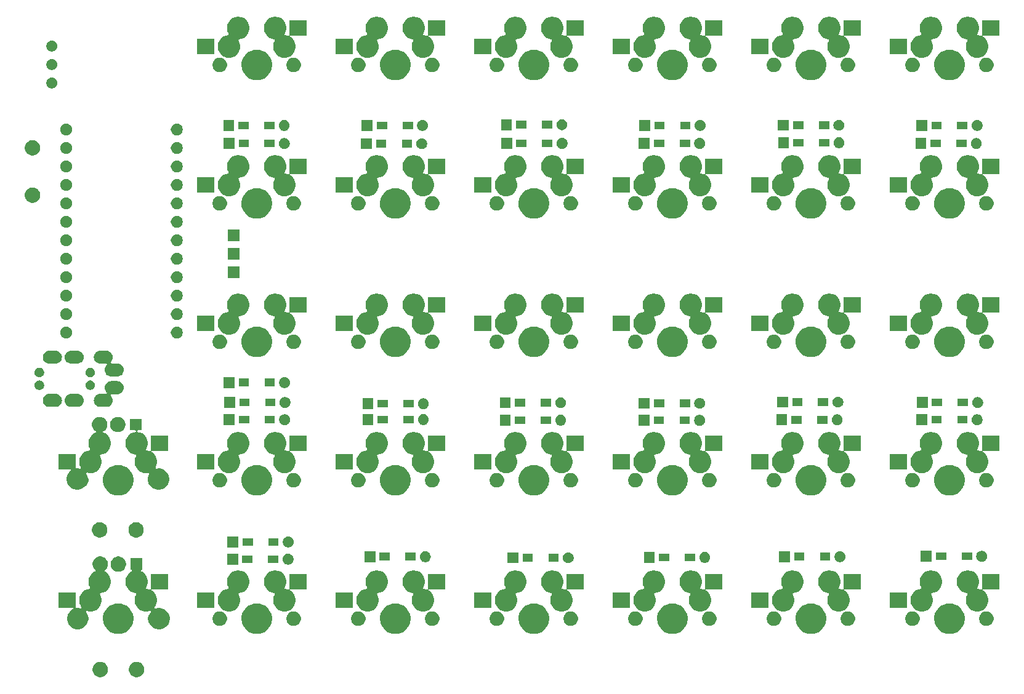
<source format=gbr>
G04 #@! TF.GenerationSoftware,KiCad,Pcbnew,(5.1.6-0-10_14)*
G04 #@! TF.CreationDate,2022-09-23T19:30:47+09:00*
G04 #@! TF.ProjectId,cool664,636f6f6c-3636-4342-9e6b-696361645f70,rev?*
G04 #@! TF.SameCoordinates,Original*
G04 #@! TF.FileFunction,Soldermask,Bot*
G04 #@! TF.FilePolarity,Negative*
%FSLAX46Y46*%
G04 Gerber Fmt 4.6, Leading zero omitted, Abs format (unit mm)*
G04 Created by KiCad (PCBNEW (5.1.6-0-10_14)) date 2022-09-23 19:30:47*
%MOMM*%
%LPD*%
G01*
G04 APERTURE LIST*
%ADD10C,0.100000*%
G04 APERTURE END LIST*
D10*
G36*
X126366564Y-183119389D02*
G01*
X126557833Y-183198615D01*
X126557835Y-183198616D01*
X126729973Y-183313635D01*
X126876365Y-183460027D01*
X126991385Y-183632167D01*
X127070611Y-183823436D01*
X127111000Y-184026484D01*
X127111000Y-184233516D01*
X127070611Y-184436564D01*
X126991385Y-184627833D01*
X126991384Y-184627835D01*
X126876365Y-184799973D01*
X126729973Y-184946365D01*
X126557835Y-185061384D01*
X126557834Y-185061385D01*
X126557833Y-185061385D01*
X126366564Y-185140611D01*
X126163516Y-185181000D01*
X125956484Y-185181000D01*
X125753436Y-185140611D01*
X125562167Y-185061385D01*
X125562166Y-185061385D01*
X125562165Y-185061384D01*
X125390027Y-184946365D01*
X125243635Y-184799973D01*
X125128616Y-184627835D01*
X125128615Y-184627833D01*
X125049389Y-184436564D01*
X125009000Y-184233516D01*
X125009000Y-184026484D01*
X125049389Y-183823436D01*
X125128615Y-183632167D01*
X125243635Y-183460027D01*
X125390027Y-183313635D01*
X125562165Y-183198616D01*
X125562167Y-183198615D01*
X125753436Y-183119389D01*
X125956484Y-183079000D01*
X126163516Y-183079000D01*
X126366564Y-183119389D01*
G37*
G36*
X121366564Y-183119389D02*
G01*
X121557833Y-183198615D01*
X121557835Y-183198616D01*
X121729973Y-183313635D01*
X121876365Y-183460027D01*
X121991385Y-183632167D01*
X122070611Y-183823436D01*
X122111000Y-184026484D01*
X122111000Y-184233516D01*
X122070611Y-184436564D01*
X121991385Y-184627833D01*
X121991384Y-184627835D01*
X121876365Y-184799973D01*
X121729973Y-184946365D01*
X121557835Y-185061384D01*
X121557834Y-185061385D01*
X121557833Y-185061385D01*
X121366564Y-185140611D01*
X121163516Y-185181000D01*
X120956484Y-185181000D01*
X120753436Y-185140611D01*
X120562167Y-185061385D01*
X120562166Y-185061385D01*
X120562165Y-185061384D01*
X120390027Y-184946365D01*
X120243635Y-184799973D01*
X120128616Y-184627835D01*
X120128615Y-184627833D01*
X120049389Y-184436564D01*
X120009000Y-184233516D01*
X120009000Y-184026484D01*
X120049389Y-183823436D01*
X120128615Y-183632167D01*
X120243635Y-183460027D01*
X120390027Y-183313635D01*
X120562165Y-183198616D01*
X120562167Y-183198615D01*
X120753436Y-183119389D01*
X120956484Y-183079000D01*
X121163516Y-183079000D01*
X121366564Y-183119389D01*
G37*
G36*
X200207536Y-175092827D02*
G01*
X200342839Y-175119740D01*
X200725197Y-175278118D01*
X200809839Y-175334674D01*
X201069309Y-175508046D01*
X201361954Y-175800691D01*
X201476138Y-175971580D01*
X201588005Y-176139000D01*
X201591883Y-176144805D01*
X201627652Y-176231160D01*
X201739797Y-176501900D01*
X201750260Y-176527162D01*
X201831000Y-176933068D01*
X201831000Y-177346932D01*
X201789962Y-177553241D01*
X201750260Y-177752839D01*
X201591882Y-178135197D01*
X201361953Y-178479310D01*
X201069310Y-178771953D01*
X200725197Y-179001882D01*
X200342839Y-179160260D01*
X200207536Y-179187173D01*
X199936932Y-179241000D01*
X199523068Y-179241000D01*
X199252464Y-179187173D01*
X199117161Y-179160260D01*
X198734803Y-179001882D01*
X198390690Y-178771953D01*
X198098047Y-178479310D01*
X197868118Y-178135197D01*
X197709740Y-177752839D01*
X197670038Y-177553241D01*
X197629000Y-177346932D01*
X197629000Y-176933068D01*
X197709740Y-176527162D01*
X197720204Y-176501900D01*
X197832348Y-176231160D01*
X197868117Y-176144805D01*
X197871996Y-176139000D01*
X197983862Y-175971580D01*
X198098046Y-175800691D01*
X198390691Y-175508046D01*
X198650161Y-175334674D01*
X198734803Y-175278118D01*
X199117161Y-175119740D01*
X199252464Y-175092827D01*
X199523068Y-175039000D01*
X199936932Y-175039000D01*
X200207536Y-175092827D01*
G37*
G36*
X181157536Y-175092827D02*
G01*
X181292839Y-175119740D01*
X181675197Y-175278118D01*
X181759839Y-175334674D01*
X182019309Y-175508046D01*
X182311954Y-175800691D01*
X182426138Y-175971580D01*
X182538005Y-176139000D01*
X182541883Y-176144805D01*
X182577652Y-176231160D01*
X182689797Y-176501900D01*
X182700260Y-176527162D01*
X182781000Y-176933068D01*
X182781000Y-177346932D01*
X182739962Y-177553241D01*
X182700260Y-177752839D01*
X182541882Y-178135197D01*
X182311953Y-178479310D01*
X182019310Y-178771953D01*
X181675197Y-179001882D01*
X181292839Y-179160260D01*
X181157536Y-179187173D01*
X180886932Y-179241000D01*
X180473068Y-179241000D01*
X180202464Y-179187173D01*
X180067161Y-179160260D01*
X179684803Y-179001882D01*
X179340690Y-178771953D01*
X179048047Y-178479310D01*
X178818118Y-178135197D01*
X178659740Y-177752839D01*
X178620038Y-177553241D01*
X178579000Y-177346932D01*
X178579000Y-176933068D01*
X178659740Y-176527162D01*
X178670204Y-176501900D01*
X178782348Y-176231160D01*
X178818117Y-176144805D01*
X178821996Y-176139000D01*
X178933862Y-175971580D01*
X179048046Y-175800691D01*
X179340691Y-175508046D01*
X179600161Y-175334674D01*
X179684803Y-175278118D01*
X180067161Y-175119740D01*
X180202464Y-175092827D01*
X180473068Y-175039000D01*
X180886932Y-175039000D01*
X181157536Y-175092827D01*
G37*
G36*
X162107536Y-175092827D02*
G01*
X162242839Y-175119740D01*
X162625197Y-175278118D01*
X162709839Y-175334674D01*
X162969309Y-175508046D01*
X163261954Y-175800691D01*
X163376138Y-175971580D01*
X163488005Y-176139000D01*
X163491883Y-176144805D01*
X163527652Y-176231160D01*
X163639797Y-176501900D01*
X163650260Y-176527162D01*
X163731000Y-176933068D01*
X163731000Y-177346932D01*
X163689962Y-177553241D01*
X163650260Y-177752839D01*
X163491882Y-178135197D01*
X163261953Y-178479310D01*
X162969310Y-178771953D01*
X162625197Y-179001882D01*
X162242839Y-179160260D01*
X162107536Y-179187173D01*
X161836932Y-179241000D01*
X161423068Y-179241000D01*
X161152464Y-179187173D01*
X161017161Y-179160260D01*
X160634803Y-179001882D01*
X160290690Y-178771953D01*
X159998047Y-178479310D01*
X159768118Y-178135197D01*
X159609740Y-177752839D01*
X159570038Y-177553241D01*
X159529000Y-177346932D01*
X159529000Y-176933068D01*
X159609740Y-176527162D01*
X159620204Y-176501900D01*
X159732348Y-176231160D01*
X159768117Y-176144805D01*
X159771996Y-176139000D01*
X159883862Y-175971580D01*
X159998046Y-175800691D01*
X160290691Y-175508046D01*
X160550161Y-175334674D01*
X160634803Y-175278118D01*
X161017161Y-175119740D01*
X161152464Y-175092827D01*
X161423068Y-175039000D01*
X161836932Y-175039000D01*
X162107536Y-175092827D01*
G37*
G36*
X143057536Y-175092827D02*
G01*
X143192839Y-175119740D01*
X143575197Y-175278118D01*
X143659839Y-175334674D01*
X143919309Y-175508046D01*
X144211954Y-175800691D01*
X144326138Y-175971580D01*
X144438005Y-176139000D01*
X144441883Y-176144805D01*
X144477652Y-176231160D01*
X144589797Y-176501900D01*
X144600260Y-176527162D01*
X144681000Y-176933068D01*
X144681000Y-177346932D01*
X144639962Y-177553241D01*
X144600260Y-177752839D01*
X144441882Y-178135197D01*
X144211953Y-178479310D01*
X143919310Y-178771953D01*
X143575197Y-179001882D01*
X143192839Y-179160260D01*
X143057536Y-179187173D01*
X142786932Y-179241000D01*
X142373068Y-179241000D01*
X142102464Y-179187173D01*
X141967161Y-179160260D01*
X141584803Y-179001882D01*
X141240690Y-178771953D01*
X140948047Y-178479310D01*
X140718118Y-178135197D01*
X140559740Y-177752839D01*
X140520038Y-177553241D01*
X140479000Y-177346932D01*
X140479000Y-176933068D01*
X140559740Y-176527162D01*
X140570204Y-176501900D01*
X140682348Y-176231160D01*
X140718117Y-176144805D01*
X140721996Y-176139000D01*
X140833862Y-175971580D01*
X140948046Y-175800691D01*
X141240691Y-175508046D01*
X141500161Y-175334674D01*
X141584803Y-175278118D01*
X141967161Y-175119740D01*
X142102464Y-175092827D01*
X142373068Y-175039000D01*
X142786932Y-175039000D01*
X143057536Y-175092827D01*
G37*
G36*
X124007536Y-175092827D02*
G01*
X124142839Y-175119740D01*
X124525197Y-175278118D01*
X124609839Y-175334674D01*
X124869309Y-175508046D01*
X125161954Y-175800691D01*
X125276138Y-175971580D01*
X125388005Y-176139000D01*
X125391883Y-176144805D01*
X125427652Y-176231160D01*
X125539797Y-176501900D01*
X125550260Y-176527162D01*
X125631000Y-176933068D01*
X125631000Y-177346932D01*
X125589962Y-177553241D01*
X125550260Y-177752839D01*
X125391882Y-178135197D01*
X125161953Y-178479310D01*
X124869310Y-178771953D01*
X124525197Y-179001882D01*
X124142839Y-179160260D01*
X124007536Y-179187173D01*
X123736932Y-179241000D01*
X123323068Y-179241000D01*
X123052464Y-179187173D01*
X122917161Y-179160260D01*
X122534803Y-179001882D01*
X122190690Y-178771953D01*
X121898047Y-178479310D01*
X121668118Y-178135197D01*
X121509740Y-177752839D01*
X121470038Y-177553241D01*
X121429000Y-177346932D01*
X121429000Y-176933068D01*
X121509740Y-176527162D01*
X121520204Y-176501900D01*
X121632348Y-176231160D01*
X121668117Y-176144805D01*
X121671996Y-176139000D01*
X121783862Y-175971580D01*
X121898046Y-175800691D01*
X122190691Y-175508046D01*
X122450161Y-175334674D01*
X122534803Y-175278118D01*
X122917161Y-175119740D01*
X123052464Y-175092827D01*
X123323068Y-175039000D01*
X123736932Y-175039000D01*
X124007536Y-175092827D01*
G37*
G36*
X219257536Y-175092827D02*
G01*
X219392839Y-175119740D01*
X219775197Y-175278118D01*
X219859839Y-175334674D01*
X220119309Y-175508046D01*
X220411954Y-175800691D01*
X220526138Y-175971580D01*
X220638005Y-176139000D01*
X220641883Y-176144805D01*
X220677652Y-176231160D01*
X220789797Y-176501900D01*
X220800260Y-176527162D01*
X220881000Y-176933068D01*
X220881000Y-177346932D01*
X220839962Y-177553241D01*
X220800260Y-177752839D01*
X220641882Y-178135197D01*
X220411953Y-178479310D01*
X220119310Y-178771953D01*
X219775197Y-179001882D01*
X219392839Y-179160260D01*
X219257536Y-179187173D01*
X218986932Y-179241000D01*
X218573068Y-179241000D01*
X218302464Y-179187173D01*
X218167161Y-179160260D01*
X217784803Y-179001882D01*
X217440690Y-178771953D01*
X217148047Y-178479310D01*
X216918118Y-178135197D01*
X216759740Y-177752839D01*
X216720038Y-177553241D01*
X216679000Y-177346932D01*
X216679000Y-176933068D01*
X216759740Y-176527162D01*
X216770204Y-176501900D01*
X216882348Y-176231160D01*
X216918117Y-176144805D01*
X216921996Y-176139000D01*
X217033862Y-175971580D01*
X217148046Y-175800691D01*
X217440691Y-175508046D01*
X217700161Y-175334674D01*
X217784803Y-175278118D01*
X218167161Y-175119740D01*
X218302464Y-175092827D01*
X218573068Y-175039000D01*
X218986932Y-175039000D01*
X219257536Y-175092827D01*
G37*
G36*
X238307536Y-175092827D02*
G01*
X238442839Y-175119740D01*
X238825197Y-175278118D01*
X238909839Y-175334674D01*
X239169309Y-175508046D01*
X239461954Y-175800691D01*
X239576138Y-175971580D01*
X239688005Y-176139000D01*
X239691883Y-176144805D01*
X239727652Y-176231160D01*
X239839797Y-176501900D01*
X239850260Y-176527162D01*
X239931000Y-176933068D01*
X239931000Y-177346932D01*
X239889962Y-177553241D01*
X239850260Y-177752839D01*
X239691882Y-178135197D01*
X239461953Y-178479310D01*
X239169310Y-178771953D01*
X238825197Y-179001882D01*
X238442839Y-179160260D01*
X238307536Y-179187173D01*
X238036932Y-179241000D01*
X237623068Y-179241000D01*
X237352464Y-179187173D01*
X237217161Y-179160260D01*
X236834803Y-179001882D01*
X236490690Y-178771953D01*
X236198047Y-178479310D01*
X235968118Y-178135197D01*
X235809740Y-177752839D01*
X235770038Y-177553241D01*
X235729000Y-177346932D01*
X235729000Y-176933068D01*
X235809740Y-176527162D01*
X235820204Y-176501900D01*
X235932348Y-176231160D01*
X235968117Y-176144805D01*
X235971996Y-176139000D01*
X236083862Y-175971580D01*
X236198046Y-175800691D01*
X236490691Y-175508046D01*
X236750161Y-175334674D01*
X236834803Y-175278118D01*
X237217161Y-175119740D01*
X237352464Y-175092827D01*
X237623068Y-175039000D01*
X238036932Y-175039000D01*
X238307536Y-175092827D01*
G37*
G36*
X126861000Y-170431000D02*
G01*
X126818616Y-170431000D01*
X126794230Y-170433402D01*
X126770781Y-170440515D01*
X126749170Y-170452066D01*
X126730228Y-170467611D01*
X126714683Y-170486553D01*
X126703132Y-170508164D01*
X126696019Y-170531613D01*
X126693617Y-170555999D01*
X126696019Y-170580385D01*
X126703132Y-170603834D01*
X126714683Y-170625445D01*
X126730228Y-170644387D01*
X126749170Y-170659932D01*
X126770774Y-170671479D01*
X126804674Y-170685521D01*
X127058705Y-170855259D01*
X127274741Y-171071295D01*
X127444479Y-171325326D01*
X127561396Y-171607590D01*
X127621000Y-171907240D01*
X127621000Y-172212760D01*
X127561396Y-172512410D01*
X127444479Y-172794674D01*
X127444478Y-172794675D01*
X127404077Y-172855140D01*
X127392526Y-172876751D01*
X127385413Y-172900200D01*
X127383011Y-172924586D01*
X127385413Y-172948972D01*
X127392526Y-172972421D01*
X127404078Y-172994031D01*
X127419623Y-173012973D01*
X127438565Y-173028518D01*
X127460176Y-173040069D01*
X127483624Y-173047182D01*
X127492759Y-173048999D01*
X127492760Y-173048999D01*
X127792410Y-173108603D01*
X127856171Y-173135013D01*
X127879615Y-173142125D01*
X127904001Y-173144527D01*
X127928387Y-173142125D01*
X127951836Y-173135012D01*
X127973447Y-173123461D01*
X127992389Y-173107916D01*
X128007934Y-173088974D01*
X128019485Y-173067363D01*
X128026598Y-173043914D01*
X128029000Y-173019528D01*
X128029000Y-170969000D01*
X130431000Y-170969000D01*
X130431000Y-173071000D01*
X128255484Y-173071000D01*
X128231098Y-173073402D01*
X128207649Y-173080515D01*
X128186038Y-173092066D01*
X128167096Y-173107611D01*
X128151551Y-173126553D01*
X128140000Y-173148164D01*
X128132887Y-173171613D01*
X128130485Y-173195999D01*
X128132887Y-173220385D01*
X128140000Y-173243834D01*
X128151551Y-173265445D01*
X128167096Y-173284387D01*
X128186031Y-173299927D01*
X128328705Y-173395258D01*
X128544741Y-173611294D01*
X128714479Y-173865325D01*
X128831396Y-174147589D01*
X128891000Y-174447239D01*
X128891000Y-174752759D01*
X128831396Y-175052409D01*
X128714479Y-175334673D01*
X128565247Y-175558015D01*
X128553700Y-175579618D01*
X128546587Y-175603067D01*
X128544185Y-175627453D01*
X128546587Y-175651839D01*
X128553700Y-175675288D01*
X128565251Y-175696899D01*
X128580796Y-175715841D01*
X128599738Y-175731386D01*
X128621349Y-175742937D01*
X128644798Y-175750050D01*
X128669184Y-175752452D01*
X128693570Y-175750050D01*
X128717020Y-175742937D01*
X128724202Y-175739962D01*
X128736759Y-175734761D01*
X128736760Y-175734761D01*
X128736762Y-175734760D01*
X129017088Y-175679000D01*
X129302912Y-175679000D01*
X129583241Y-175734760D01*
X129847305Y-175844139D01*
X130084958Y-176002934D01*
X130287066Y-176205042D01*
X130445861Y-176442695D01*
X130555240Y-176706759D01*
X130611000Y-176987088D01*
X130611000Y-177272912D01*
X130555240Y-177553241D01*
X130445861Y-177817305D01*
X130287066Y-178054958D01*
X130084958Y-178257066D01*
X129847305Y-178415861D01*
X129583241Y-178525240D01*
X129302912Y-178581000D01*
X129017088Y-178581000D01*
X128736759Y-178525240D01*
X128472695Y-178415861D01*
X128235042Y-178257066D01*
X128032934Y-178054958D01*
X127885933Y-177834956D01*
X127870393Y-177816020D01*
X127832473Y-177778100D01*
X127722926Y-177614151D01*
X127647468Y-177431981D01*
X127609000Y-177238590D01*
X127609000Y-177041410D01*
X127647468Y-176848019D01*
X127722926Y-176665849D01*
X127832473Y-176501900D01*
X127844161Y-176490212D01*
X127859701Y-176471276D01*
X127871252Y-176449664D01*
X127874138Y-176442696D01*
X128001042Y-176252771D01*
X128012593Y-176231160D01*
X128019706Y-176207711D01*
X128022108Y-176183325D01*
X128019706Y-176158939D01*
X128012593Y-176135490D01*
X128001042Y-176113879D01*
X127985497Y-176094937D01*
X127966555Y-176079392D01*
X127944944Y-176067841D01*
X127921495Y-176060728D01*
X127897109Y-176058326D01*
X127872723Y-176060728D01*
X127849276Y-176067840D01*
X127792410Y-176091395D01*
X127756439Y-176098550D01*
X127492761Y-176150999D01*
X127187239Y-176150999D01*
X126923561Y-176098550D01*
X126887590Y-176091395D01*
X126605326Y-175974478D01*
X126351295Y-175804740D01*
X126135259Y-175588704D01*
X125965521Y-175334673D01*
X125848604Y-175052409D01*
X125789000Y-174752759D01*
X125789000Y-174447239D01*
X125848604Y-174147589D01*
X125965521Y-173865325D01*
X126005923Y-173804859D01*
X126017474Y-173783248D01*
X126024587Y-173759799D01*
X126026989Y-173735413D01*
X126024587Y-173711027D01*
X126017474Y-173687578D01*
X126005922Y-173665968D01*
X125990377Y-173647026D01*
X125971435Y-173631481D01*
X125949824Y-173619930D01*
X125926376Y-173612817D01*
X125917241Y-173611000D01*
X125917240Y-173611000D01*
X125617590Y-173551396D01*
X125335326Y-173434479D01*
X125081295Y-173264741D01*
X124865259Y-173048705D01*
X124695521Y-172794674D01*
X124578604Y-172512410D01*
X124519000Y-172212760D01*
X124519000Y-171907240D01*
X124578604Y-171607590D01*
X124695521Y-171325326D01*
X124865259Y-171071295D01*
X125081295Y-170855259D01*
X125335326Y-170685521D01*
X125369226Y-170671479D01*
X125390829Y-170659932D01*
X125409771Y-170644387D01*
X125425317Y-170625445D01*
X125436868Y-170603834D01*
X125443981Y-170580386D01*
X125446383Y-170555999D01*
X125443981Y-170531613D01*
X125436868Y-170508164D01*
X125425317Y-170486554D01*
X125409772Y-170467612D01*
X125390830Y-170452066D01*
X125369219Y-170440515D01*
X125345771Y-170433402D01*
X125321384Y-170431000D01*
X125259000Y-170431000D01*
X125259000Y-168829000D01*
X126861000Y-168829000D01*
X126861000Y-170431000D01*
G37*
G36*
X121366564Y-168619389D02*
G01*
X121503672Y-168676181D01*
X121557835Y-168698616D01*
X121729973Y-168813635D01*
X121876365Y-168960027D01*
X121987265Y-169126000D01*
X121991385Y-169132167D01*
X122070611Y-169323436D01*
X122111000Y-169526484D01*
X122111000Y-169733516D01*
X122070611Y-169936564D01*
X121991385Y-170127833D01*
X121876365Y-170299973D01*
X121729969Y-170446369D01*
X121701438Y-170465433D01*
X121682496Y-170480978D01*
X121666951Y-170499920D01*
X121655400Y-170521531D01*
X121648287Y-170544980D01*
X121645885Y-170569366D01*
X121648287Y-170593752D01*
X121655400Y-170617201D01*
X121666952Y-170638811D01*
X121682497Y-170657753D01*
X121701439Y-170673298D01*
X121723045Y-170684846D01*
X121724674Y-170685521D01*
X121978705Y-170855259D01*
X122194741Y-171071295D01*
X122364479Y-171325326D01*
X122481396Y-171607590D01*
X122541000Y-171907240D01*
X122541000Y-172212760D01*
X122481396Y-172512410D01*
X122364479Y-172794674D01*
X122194741Y-173048705D01*
X121978705Y-173264741D01*
X121724674Y-173434479D01*
X121442410Y-173551396D01*
X121359338Y-173567920D01*
X121133623Y-173612818D01*
X121110174Y-173619931D01*
X121088563Y-173631482D01*
X121069621Y-173647028D01*
X121054076Y-173665969D01*
X121042525Y-173687580D01*
X121035412Y-173711029D01*
X121033010Y-173735415D01*
X121035412Y-173759801D01*
X121042525Y-173783250D01*
X121054070Y-173804849D01*
X121094479Y-173865326D01*
X121211396Y-174147590D01*
X121271000Y-174447240D01*
X121271000Y-174752760D01*
X121211396Y-175052410D01*
X121094479Y-175334674D01*
X120924741Y-175588705D01*
X120708705Y-175804741D01*
X120454674Y-175974479D01*
X120172410Y-176091396D01*
X120136444Y-176098550D01*
X119872761Y-176151000D01*
X119567239Y-176151000D01*
X119267796Y-176091437D01*
X119243410Y-176089035D01*
X119219024Y-176091437D01*
X119195575Y-176098550D01*
X119173964Y-176110101D01*
X119155022Y-176125646D01*
X119139477Y-176144588D01*
X119127926Y-176166199D01*
X119120813Y-176189648D01*
X119118411Y-176214034D01*
X119120813Y-176238420D01*
X119127926Y-176261869D01*
X119139477Y-176283480D01*
X119245861Y-176442695D01*
X119357741Y-176712797D01*
X119361078Y-176723799D01*
X119412532Y-176848020D01*
X119451000Y-177041409D01*
X119451000Y-177238591D01*
X119412532Y-177431980D01*
X119337075Y-177614150D01*
X119325329Y-177631728D01*
X119313777Y-177653340D01*
X119245861Y-177817305D01*
X119087066Y-178054958D01*
X118884958Y-178257066D01*
X118647305Y-178415861D01*
X118383241Y-178525240D01*
X118102912Y-178581000D01*
X117817088Y-178581000D01*
X117536759Y-178525240D01*
X117272695Y-178415861D01*
X117035042Y-178257066D01*
X116832934Y-178054958D01*
X116674139Y-177817305D01*
X116564760Y-177553241D01*
X116509000Y-177272912D01*
X116509000Y-176987088D01*
X116564760Y-176706759D01*
X116674139Y-176442695D01*
X116832934Y-176205042D01*
X117035042Y-176002934D01*
X117278991Y-175839932D01*
X117297933Y-175824387D01*
X117313478Y-175805445D01*
X117325029Y-175783834D01*
X117332142Y-175760385D01*
X117334544Y-175735999D01*
X117332142Y-175711613D01*
X117325029Y-175688164D01*
X117313478Y-175666553D01*
X117297933Y-175647611D01*
X117278991Y-175632066D01*
X117257380Y-175620515D01*
X117233931Y-175613402D01*
X117209545Y-175611000D01*
X115329000Y-175611000D01*
X115329000Y-173509000D01*
X117731000Y-173509000D01*
X117731000Y-175554001D01*
X117733402Y-175578387D01*
X117740515Y-175601836D01*
X117752066Y-175623447D01*
X117767611Y-175642389D01*
X117786553Y-175657934D01*
X117808164Y-175669485D01*
X117831613Y-175676598D01*
X117855999Y-175679000D01*
X118102912Y-175679000D01*
X118352071Y-175728560D01*
X118376457Y-175730962D01*
X118400843Y-175728560D01*
X118424292Y-175721447D01*
X118445903Y-175709896D01*
X118464845Y-175694350D01*
X118480390Y-175675408D01*
X118491941Y-175653798D01*
X118499054Y-175630349D01*
X118501456Y-175605963D01*
X118499054Y-175581577D01*
X118491941Y-175558128D01*
X118480398Y-175536531D01*
X118345521Y-175334674D01*
X118228604Y-175052410D01*
X118169000Y-174752760D01*
X118169000Y-174447240D01*
X118228604Y-174147590D01*
X118345521Y-173865326D01*
X118515259Y-173611295D01*
X118731295Y-173395259D01*
X118985326Y-173225521D01*
X119267590Y-173108604D01*
X119366277Y-173088974D01*
X119576377Y-173047182D01*
X119599826Y-173040069D01*
X119621437Y-173028518D01*
X119640379Y-173012972D01*
X119655924Y-172994031D01*
X119667475Y-172972420D01*
X119674588Y-172948971D01*
X119676990Y-172924585D01*
X119674588Y-172900199D01*
X119667475Y-172876750D01*
X119655930Y-172855151D01*
X119615521Y-172794674D01*
X119498604Y-172512410D01*
X119439000Y-172212760D01*
X119439000Y-171907240D01*
X119498604Y-171607590D01*
X119615521Y-171325326D01*
X119785259Y-171071295D01*
X120001295Y-170855259D01*
X120255326Y-170685521D01*
X120346856Y-170647608D01*
X120368459Y-170636061D01*
X120387401Y-170620516D01*
X120402947Y-170601574D01*
X120414498Y-170579963D01*
X120421611Y-170556514D01*
X120424013Y-170532128D01*
X120421611Y-170507742D01*
X120414498Y-170484293D01*
X120402947Y-170462683D01*
X120387402Y-170443740D01*
X120243635Y-170299973D01*
X120128615Y-170127833D01*
X120049389Y-169936564D01*
X120009000Y-169733516D01*
X120009000Y-169526484D01*
X120049389Y-169323436D01*
X120128615Y-169132167D01*
X120132736Y-169126000D01*
X120243635Y-168960027D01*
X120390027Y-168813635D01*
X120562165Y-168698616D01*
X120616328Y-168676181D01*
X120753436Y-168619389D01*
X120956484Y-168579000D01*
X121163516Y-168579000D01*
X121366564Y-168619389D01*
G37*
G36*
X185886683Y-176144588D02*
G01*
X186051981Y-176177468D01*
X186234151Y-176252926D01*
X186398100Y-176362473D01*
X186537527Y-176501900D01*
X186647074Y-176665849D01*
X186722532Y-176848019D01*
X186761000Y-177041410D01*
X186761000Y-177238590D01*
X186722532Y-177431981D01*
X186647074Y-177614151D01*
X186537527Y-177778100D01*
X186398100Y-177917527D01*
X186234151Y-178027074D01*
X186051981Y-178102532D01*
X185858591Y-178141000D01*
X185661409Y-178141000D01*
X185564715Y-178121766D01*
X185468019Y-178102532D01*
X185285849Y-178027074D01*
X185121900Y-177917527D01*
X184982473Y-177778100D01*
X184872926Y-177614151D01*
X184797468Y-177431981D01*
X184759000Y-177238590D01*
X184759000Y-177041410D01*
X184797468Y-176848019D01*
X184872926Y-176665849D01*
X184982473Y-176501900D01*
X185121900Y-176362473D01*
X185285849Y-176252926D01*
X185468019Y-176177468D01*
X185633317Y-176144588D01*
X185661409Y-176139000D01*
X185858591Y-176139000D01*
X185886683Y-176144588D01*
G37*
G36*
X175726683Y-176144588D02*
G01*
X175891981Y-176177468D01*
X176074151Y-176252926D01*
X176238100Y-176362473D01*
X176377527Y-176501900D01*
X176487074Y-176665849D01*
X176562532Y-176848019D01*
X176601000Y-177041410D01*
X176601000Y-177238590D01*
X176562532Y-177431981D01*
X176487074Y-177614151D01*
X176377527Y-177778100D01*
X176238100Y-177917527D01*
X176074151Y-178027074D01*
X175891981Y-178102532D01*
X175795285Y-178121766D01*
X175698591Y-178141000D01*
X175501409Y-178141000D01*
X175404715Y-178121766D01*
X175308019Y-178102532D01*
X175125849Y-178027074D01*
X174961900Y-177917527D01*
X174822473Y-177778100D01*
X174712926Y-177614151D01*
X174637468Y-177431981D01*
X174599000Y-177238590D01*
X174599000Y-177041410D01*
X174637468Y-176848019D01*
X174712926Y-176665849D01*
X174822473Y-176501900D01*
X174961900Y-176362473D01*
X175125849Y-176252926D01*
X175308019Y-176177468D01*
X175473317Y-176144588D01*
X175501409Y-176139000D01*
X175698591Y-176139000D01*
X175726683Y-176144588D01*
G37*
G36*
X166836683Y-176144588D02*
G01*
X167001981Y-176177468D01*
X167184151Y-176252926D01*
X167348100Y-176362473D01*
X167487527Y-176501900D01*
X167597074Y-176665849D01*
X167672532Y-176848019D01*
X167711000Y-177041410D01*
X167711000Y-177238590D01*
X167672532Y-177431981D01*
X167597074Y-177614151D01*
X167487527Y-177778100D01*
X167348100Y-177917527D01*
X167184151Y-178027074D01*
X167001981Y-178102532D01*
X166905285Y-178121766D01*
X166808591Y-178141000D01*
X166611409Y-178141000D01*
X166514715Y-178121766D01*
X166418019Y-178102532D01*
X166235849Y-178027074D01*
X166071900Y-177917527D01*
X165932473Y-177778100D01*
X165822926Y-177614151D01*
X165747468Y-177431981D01*
X165709000Y-177238590D01*
X165709000Y-177041410D01*
X165747468Y-176848019D01*
X165822926Y-176665849D01*
X165932473Y-176501900D01*
X166071900Y-176362473D01*
X166235849Y-176252926D01*
X166418019Y-176177468D01*
X166583317Y-176144588D01*
X166611409Y-176139000D01*
X166808591Y-176139000D01*
X166836683Y-176144588D01*
G37*
G36*
X156676683Y-176144588D02*
G01*
X156841981Y-176177468D01*
X157024151Y-176252926D01*
X157188100Y-176362473D01*
X157327527Y-176501900D01*
X157437074Y-176665849D01*
X157512532Y-176848019D01*
X157551000Y-177041410D01*
X157551000Y-177238590D01*
X157512532Y-177431981D01*
X157437074Y-177614151D01*
X157327527Y-177778100D01*
X157188100Y-177917527D01*
X157024151Y-178027074D01*
X156841981Y-178102532D01*
X156745285Y-178121766D01*
X156648591Y-178141000D01*
X156451409Y-178141000D01*
X156354715Y-178121766D01*
X156258019Y-178102532D01*
X156075849Y-178027074D01*
X155911900Y-177917527D01*
X155772473Y-177778100D01*
X155662926Y-177614151D01*
X155587468Y-177431981D01*
X155549000Y-177238590D01*
X155549000Y-177041410D01*
X155587468Y-176848019D01*
X155662926Y-176665849D01*
X155772473Y-176501900D01*
X155911900Y-176362473D01*
X156075849Y-176252926D01*
X156258019Y-176177468D01*
X156423317Y-176144588D01*
X156451409Y-176139000D01*
X156648591Y-176139000D01*
X156676683Y-176144588D01*
G37*
G36*
X147786683Y-176144588D02*
G01*
X147951981Y-176177468D01*
X148134151Y-176252926D01*
X148298100Y-176362473D01*
X148437527Y-176501900D01*
X148547074Y-176665849D01*
X148622532Y-176848019D01*
X148661000Y-177041410D01*
X148661000Y-177238590D01*
X148622532Y-177431981D01*
X148547074Y-177614151D01*
X148437527Y-177778100D01*
X148298100Y-177917527D01*
X148134151Y-178027074D01*
X147951981Y-178102532D01*
X147855285Y-178121766D01*
X147758591Y-178141000D01*
X147561409Y-178141000D01*
X147464715Y-178121766D01*
X147368019Y-178102532D01*
X147185849Y-178027074D01*
X147021900Y-177917527D01*
X146882473Y-177778100D01*
X146772926Y-177614151D01*
X146697468Y-177431981D01*
X146659000Y-177238590D01*
X146659000Y-177041410D01*
X146697468Y-176848019D01*
X146772926Y-176665849D01*
X146882473Y-176501900D01*
X147021900Y-176362473D01*
X147185849Y-176252926D01*
X147368019Y-176177468D01*
X147533317Y-176144588D01*
X147561409Y-176139000D01*
X147758591Y-176139000D01*
X147786683Y-176144588D01*
G37*
G36*
X137626683Y-176144588D02*
G01*
X137791981Y-176177468D01*
X137974151Y-176252926D01*
X138138100Y-176362473D01*
X138277527Y-176501900D01*
X138387074Y-176665849D01*
X138462532Y-176848019D01*
X138501000Y-177041410D01*
X138501000Y-177238590D01*
X138462532Y-177431981D01*
X138387074Y-177614151D01*
X138277527Y-177778100D01*
X138138100Y-177917527D01*
X137974151Y-178027074D01*
X137791981Y-178102532D01*
X137695285Y-178121766D01*
X137598591Y-178141000D01*
X137401409Y-178141000D01*
X137304715Y-178121766D01*
X137208019Y-178102532D01*
X137025849Y-178027074D01*
X136861900Y-177917527D01*
X136722473Y-177778100D01*
X136612926Y-177614151D01*
X136537468Y-177431981D01*
X136499000Y-177238590D01*
X136499000Y-177041410D01*
X136537468Y-176848019D01*
X136612926Y-176665849D01*
X136722473Y-176501900D01*
X136861900Y-176362473D01*
X137025849Y-176252926D01*
X137208019Y-176177468D01*
X137373317Y-176144588D01*
X137401409Y-176139000D01*
X137598591Y-176139000D01*
X137626683Y-176144588D01*
G37*
G36*
X223986683Y-176144588D02*
G01*
X224151981Y-176177468D01*
X224334151Y-176252926D01*
X224498100Y-176362473D01*
X224637527Y-176501900D01*
X224747074Y-176665849D01*
X224822532Y-176848019D01*
X224861000Y-177041410D01*
X224861000Y-177238590D01*
X224822532Y-177431981D01*
X224747074Y-177614151D01*
X224637527Y-177778100D01*
X224498100Y-177917527D01*
X224334151Y-178027074D01*
X224151981Y-178102532D01*
X223958591Y-178141000D01*
X223761409Y-178141000D01*
X223664715Y-178121766D01*
X223568019Y-178102532D01*
X223385849Y-178027074D01*
X223221900Y-177917527D01*
X223082473Y-177778100D01*
X222972926Y-177614151D01*
X222897468Y-177431981D01*
X222859000Y-177238590D01*
X222859000Y-177041410D01*
X222897468Y-176848019D01*
X222972926Y-176665849D01*
X223082473Y-176501900D01*
X223221900Y-176362473D01*
X223385849Y-176252926D01*
X223568019Y-176177468D01*
X223733317Y-176144588D01*
X223761409Y-176139000D01*
X223958591Y-176139000D01*
X223986683Y-176144588D01*
G37*
G36*
X204936683Y-176144588D02*
G01*
X205101981Y-176177468D01*
X205284151Y-176252926D01*
X205448100Y-176362473D01*
X205587527Y-176501900D01*
X205697074Y-176665849D01*
X205772532Y-176848019D01*
X205811000Y-177041410D01*
X205811000Y-177238590D01*
X205772532Y-177431981D01*
X205697074Y-177614151D01*
X205587527Y-177778100D01*
X205448100Y-177917527D01*
X205284151Y-178027074D01*
X205101981Y-178102532D01*
X204908591Y-178141000D01*
X204711409Y-178141000D01*
X204614715Y-178121766D01*
X204518019Y-178102532D01*
X204335849Y-178027074D01*
X204171900Y-177917527D01*
X204032473Y-177778100D01*
X203922926Y-177614151D01*
X203847468Y-177431981D01*
X203809000Y-177238590D01*
X203809000Y-177041410D01*
X203847468Y-176848019D01*
X203922926Y-176665849D01*
X204032473Y-176501900D01*
X204171900Y-176362473D01*
X204335849Y-176252926D01*
X204518019Y-176177468D01*
X204683317Y-176144588D01*
X204711409Y-176139000D01*
X204908591Y-176139000D01*
X204936683Y-176144588D01*
G37*
G36*
X194776683Y-176144588D02*
G01*
X194941981Y-176177468D01*
X195124151Y-176252926D01*
X195288100Y-176362473D01*
X195427527Y-176501900D01*
X195537074Y-176665849D01*
X195612532Y-176848019D01*
X195651000Y-177041410D01*
X195651000Y-177238590D01*
X195612532Y-177431981D01*
X195537074Y-177614151D01*
X195427527Y-177778100D01*
X195288100Y-177917527D01*
X195124151Y-178027074D01*
X194941981Y-178102532D01*
X194748591Y-178141000D01*
X194551409Y-178141000D01*
X194454715Y-178121766D01*
X194358019Y-178102532D01*
X194175849Y-178027074D01*
X194011900Y-177917527D01*
X193872473Y-177778100D01*
X193762926Y-177614151D01*
X193687468Y-177431981D01*
X193649000Y-177238590D01*
X193649000Y-177041410D01*
X193687468Y-176848019D01*
X193762926Y-176665849D01*
X193872473Y-176501900D01*
X194011900Y-176362473D01*
X194175849Y-176252926D01*
X194358019Y-176177468D01*
X194523317Y-176144588D01*
X194551409Y-176139000D01*
X194748591Y-176139000D01*
X194776683Y-176144588D01*
G37*
G36*
X213826683Y-176144588D02*
G01*
X213991981Y-176177468D01*
X214174151Y-176252926D01*
X214338100Y-176362473D01*
X214477527Y-176501900D01*
X214587074Y-176665849D01*
X214662532Y-176848019D01*
X214701000Y-177041410D01*
X214701000Y-177238590D01*
X214662532Y-177431981D01*
X214587074Y-177614151D01*
X214477527Y-177778100D01*
X214338100Y-177917527D01*
X214174151Y-178027074D01*
X213991981Y-178102532D01*
X213798591Y-178141000D01*
X213601409Y-178141000D01*
X213504715Y-178121766D01*
X213408019Y-178102532D01*
X213225849Y-178027074D01*
X213061900Y-177917527D01*
X212922473Y-177778100D01*
X212812926Y-177614151D01*
X212737468Y-177431981D01*
X212699000Y-177238590D01*
X212699000Y-177041410D01*
X212737468Y-176848019D01*
X212812926Y-176665849D01*
X212922473Y-176501900D01*
X213061900Y-176362473D01*
X213225849Y-176252926D01*
X213408019Y-176177468D01*
X213573317Y-176144588D01*
X213601409Y-176139000D01*
X213798591Y-176139000D01*
X213826683Y-176144588D01*
G37*
G36*
X232876683Y-176144588D02*
G01*
X233041981Y-176177468D01*
X233224151Y-176252926D01*
X233388100Y-176362473D01*
X233527527Y-176501900D01*
X233637074Y-176665849D01*
X233712532Y-176848019D01*
X233751000Y-177041410D01*
X233751000Y-177238590D01*
X233712532Y-177431981D01*
X233637074Y-177614151D01*
X233527527Y-177778100D01*
X233388100Y-177917527D01*
X233224151Y-178027074D01*
X233041981Y-178102532D01*
X232848591Y-178141000D01*
X232651409Y-178141000D01*
X232554715Y-178121766D01*
X232458019Y-178102532D01*
X232275849Y-178027074D01*
X232111900Y-177917527D01*
X231972473Y-177778100D01*
X231862926Y-177614151D01*
X231787468Y-177431981D01*
X231749000Y-177238590D01*
X231749000Y-177041410D01*
X231787468Y-176848019D01*
X231862926Y-176665849D01*
X231972473Y-176501900D01*
X232111900Y-176362473D01*
X232275849Y-176252926D01*
X232458019Y-176177468D01*
X232623317Y-176144588D01*
X232651409Y-176139000D01*
X232848591Y-176139000D01*
X232876683Y-176144588D01*
G37*
G36*
X243036683Y-176144588D02*
G01*
X243201981Y-176177468D01*
X243384151Y-176252926D01*
X243548100Y-176362473D01*
X243687527Y-176501900D01*
X243797074Y-176665849D01*
X243872532Y-176848019D01*
X243911000Y-177041410D01*
X243911000Y-177238590D01*
X243872532Y-177431981D01*
X243797074Y-177614151D01*
X243687527Y-177778100D01*
X243548100Y-177917527D01*
X243384151Y-178027074D01*
X243201981Y-178102532D01*
X243008591Y-178141000D01*
X242811409Y-178141000D01*
X242714715Y-178121766D01*
X242618019Y-178102532D01*
X242435849Y-178027074D01*
X242271900Y-177917527D01*
X242132473Y-177778100D01*
X242022926Y-177614151D01*
X241947468Y-177431981D01*
X241909000Y-177238590D01*
X241909000Y-177041410D01*
X241947468Y-176848019D01*
X242022926Y-176665849D01*
X242132473Y-176501900D01*
X242271900Y-176362473D01*
X242435849Y-176252926D01*
X242618019Y-176177468D01*
X242783317Y-176144588D01*
X242811409Y-176139000D01*
X243008591Y-176139000D01*
X243036683Y-176144588D01*
G37*
G36*
X235592585Y-170538802D02*
G01*
X235742410Y-170568604D01*
X236024674Y-170685521D01*
X236278705Y-170855259D01*
X236494741Y-171071295D01*
X236664479Y-171325326D01*
X236781396Y-171607590D01*
X236841000Y-171907240D01*
X236841000Y-172212760D01*
X236781396Y-172512410D01*
X236664479Y-172794674D01*
X236494741Y-173048705D01*
X236278705Y-173264741D01*
X236024674Y-173434479D01*
X235742410Y-173551396D01*
X235659338Y-173567920D01*
X235433623Y-173612818D01*
X235410174Y-173619931D01*
X235388563Y-173631482D01*
X235369621Y-173647028D01*
X235354076Y-173665969D01*
X235342525Y-173687580D01*
X235335412Y-173711029D01*
X235333010Y-173735415D01*
X235335412Y-173759801D01*
X235342525Y-173783250D01*
X235354070Y-173804849D01*
X235394479Y-173865326D01*
X235511396Y-174147590D01*
X235571000Y-174447240D01*
X235571000Y-174752760D01*
X235511396Y-175052410D01*
X235394479Y-175334674D01*
X235224741Y-175588705D01*
X235008705Y-175804741D01*
X234754674Y-175974479D01*
X234472410Y-176091396D01*
X234436444Y-176098550D01*
X234172761Y-176151000D01*
X233867239Y-176151000D01*
X233603556Y-176098550D01*
X233567590Y-176091396D01*
X233285326Y-175974479D01*
X233031295Y-175804741D01*
X232815259Y-175588705D01*
X232645521Y-175334674D01*
X232528604Y-175052410D01*
X232469000Y-174752760D01*
X232469000Y-174447240D01*
X232528604Y-174147590D01*
X232645521Y-173865326D01*
X232815259Y-173611295D01*
X233031295Y-173395259D01*
X233285326Y-173225521D01*
X233567590Y-173108604D01*
X233666277Y-173088974D01*
X233876377Y-173047182D01*
X233899826Y-173040069D01*
X233921437Y-173028518D01*
X233940379Y-173012972D01*
X233955924Y-172994031D01*
X233967475Y-172972420D01*
X233974588Y-172948971D01*
X233976990Y-172924585D01*
X233974588Y-172900199D01*
X233967475Y-172876750D01*
X233955930Y-172855151D01*
X233915521Y-172794674D01*
X233798604Y-172512410D01*
X233739000Y-172212760D01*
X233739000Y-171907240D01*
X233798604Y-171607590D01*
X233915521Y-171325326D01*
X234085259Y-171071295D01*
X234301295Y-170855259D01*
X234555326Y-170685521D01*
X234837590Y-170568604D01*
X234987415Y-170538802D01*
X235137239Y-170509000D01*
X235442761Y-170509000D01*
X235592585Y-170538802D01*
G37*
G36*
X140342585Y-170538802D02*
G01*
X140492410Y-170568604D01*
X140774674Y-170685521D01*
X141028705Y-170855259D01*
X141244741Y-171071295D01*
X141414479Y-171325326D01*
X141531396Y-171607590D01*
X141591000Y-171907240D01*
X141591000Y-172212760D01*
X141531396Y-172512410D01*
X141414479Y-172794674D01*
X141244741Y-173048705D01*
X141028705Y-173264741D01*
X140774674Y-173434479D01*
X140492410Y-173551396D01*
X140409338Y-173567920D01*
X140183623Y-173612818D01*
X140160174Y-173619931D01*
X140138563Y-173631482D01*
X140119621Y-173647028D01*
X140104076Y-173665969D01*
X140092525Y-173687580D01*
X140085412Y-173711029D01*
X140083010Y-173735415D01*
X140085412Y-173759801D01*
X140092525Y-173783250D01*
X140104070Y-173804849D01*
X140144479Y-173865326D01*
X140261396Y-174147590D01*
X140321000Y-174447240D01*
X140321000Y-174752760D01*
X140261396Y-175052410D01*
X140144479Y-175334674D01*
X139974741Y-175588705D01*
X139758705Y-175804741D01*
X139504674Y-175974479D01*
X139222410Y-176091396D01*
X139186444Y-176098550D01*
X138922761Y-176151000D01*
X138617239Y-176151000D01*
X138353556Y-176098550D01*
X138317590Y-176091396D01*
X138035326Y-175974479D01*
X137781295Y-175804741D01*
X137565259Y-175588705D01*
X137395521Y-175334674D01*
X137278604Y-175052410D01*
X137219000Y-174752760D01*
X137219000Y-174447240D01*
X137278604Y-174147590D01*
X137395521Y-173865326D01*
X137565259Y-173611295D01*
X137781295Y-173395259D01*
X138035326Y-173225521D01*
X138317590Y-173108604D01*
X138416277Y-173088974D01*
X138626377Y-173047182D01*
X138649826Y-173040069D01*
X138671437Y-173028518D01*
X138690379Y-173012972D01*
X138705924Y-172994031D01*
X138717475Y-172972420D01*
X138724588Y-172948971D01*
X138726990Y-172924585D01*
X138724588Y-172900199D01*
X138717475Y-172876750D01*
X138705930Y-172855151D01*
X138665521Y-172794674D01*
X138548604Y-172512410D01*
X138489000Y-172212760D01*
X138489000Y-171907240D01*
X138548604Y-171607590D01*
X138665521Y-171325326D01*
X138835259Y-171071295D01*
X139051295Y-170855259D01*
X139305326Y-170685521D01*
X139587590Y-170568604D01*
X139737415Y-170538802D01*
X139887239Y-170509000D01*
X140192761Y-170509000D01*
X140342585Y-170538802D01*
G37*
G36*
X216542585Y-170538802D02*
G01*
X216692410Y-170568604D01*
X216974674Y-170685521D01*
X217228705Y-170855259D01*
X217444741Y-171071295D01*
X217614479Y-171325326D01*
X217731396Y-171607590D01*
X217791000Y-171907240D01*
X217791000Y-172212760D01*
X217731396Y-172512410D01*
X217614479Y-172794674D01*
X217444741Y-173048705D01*
X217228705Y-173264741D01*
X216974674Y-173434479D01*
X216692410Y-173551396D01*
X216609338Y-173567920D01*
X216383623Y-173612818D01*
X216360174Y-173619931D01*
X216338563Y-173631482D01*
X216319621Y-173647028D01*
X216304076Y-173665969D01*
X216292525Y-173687580D01*
X216285412Y-173711029D01*
X216283010Y-173735415D01*
X216285412Y-173759801D01*
X216292525Y-173783250D01*
X216304070Y-173804849D01*
X216344479Y-173865326D01*
X216461396Y-174147590D01*
X216521000Y-174447240D01*
X216521000Y-174752760D01*
X216461396Y-175052410D01*
X216344479Y-175334674D01*
X216174741Y-175588705D01*
X215958705Y-175804741D01*
X215704674Y-175974479D01*
X215422410Y-176091396D01*
X215386444Y-176098550D01*
X215122761Y-176151000D01*
X214817239Y-176151000D01*
X214553556Y-176098550D01*
X214517590Y-176091396D01*
X214235326Y-175974479D01*
X213981295Y-175804741D01*
X213765259Y-175588705D01*
X213595521Y-175334674D01*
X213478604Y-175052410D01*
X213419000Y-174752760D01*
X213419000Y-174447240D01*
X213478604Y-174147590D01*
X213595521Y-173865326D01*
X213765259Y-173611295D01*
X213981295Y-173395259D01*
X214235326Y-173225521D01*
X214517590Y-173108604D01*
X214616277Y-173088974D01*
X214826377Y-173047182D01*
X214849826Y-173040069D01*
X214871437Y-173028518D01*
X214890379Y-173012972D01*
X214905924Y-172994031D01*
X214917475Y-172972420D01*
X214924588Y-172948971D01*
X214926990Y-172924585D01*
X214924588Y-172900199D01*
X214917475Y-172876750D01*
X214905930Y-172855151D01*
X214865521Y-172794674D01*
X214748604Y-172512410D01*
X214689000Y-172212760D01*
X214689000Y-171907240D01*
X214748604Y-171607590D01*
X214865521Y-171325326D01*
X215035259Y-171071295D01*
X215251295Y-170855259D01*
X215505326Y-170685521D01*
X215787590Y-170568604D01*
X215937415Y-170538802D01*
X216087239Y-170509000D01*
X216392761Y-170509000D01*
X216542585Y-170538802D01*
G37*
G36*
X159392585Y-170538802D02*
G01*
X159542410Y-170568604D01*
X159824674Y-170685521D01*
X160078705Y-170855259D01*
X160294741Y-171071295D01*
X160464479Y-171325326D01*
X160581396Y-171607590D01*
X160641000Y-171907240D01*
X160641000Y-172212760D01*
X160581396Y-172512410D01*
X160464479Y-172794674D01*
X160294741Y-173048705D01*
X160078705Y-173264741D01*
X159824674Y-173434479D01*
X159542410Y-173551396D01*
X159459338Y-173567920D01*
X159233623Y-173612818D01*
X159210174Y-173619931D01*
X159188563Y-173631482D01*
X159169621Y-173647028D01*
X159154076Y-173665969D01*
X159142525Y-173687580D01*
X159135412Y-173711029D01*
X159133010Y-173735415D01*
X159135412Y-173759801D01*
X159142525Y-173783250D01*
X159154070Y-173804849D01*
X159194479Y-173865326D01*
X159311396Y-174147590D01*
X159371000Y-174447240D01*
X159371000Y-174752760D01*
X159311396Y-175052410D01*
X159194479Y-175334674D01*
X159024741Y-175588705D01*
X158808705Y-175804741D01*
X158554674Y-175974479D01*
X158272410Y-176091396D01*
X158236444Y-176098550D01*
X157972761Y-176151000D01*
X157667239Y-176151000D01*
X157403556Y-176098550D01*
X157367590Y-176091396D01*
X157085326Y-175974479D01*
X156831295Y-175804741D01*
X156615259Y-175588705D01*
X156445521Y-175334674D01*
X156328604Y-175052410D01*
X156269000Y-174752760D01*
X156269000Y-174447240D01*
X156328604Y-174147590D01*
X156445521Y-173865326D01*
X156615259Y-173611295D01*
X156831295Y-173395259D01*
X157085326Y-173225521D01*
X157367590Y-173108604D01*
X157466277Y-173088974D01*
X157676377Y-173047182D01*
X157699826Y-173040069D01*
X157721437Y-173028518D01*
X157740379Y-173012972D01*
X157755924Y-172994031D01*
X157767475Y-172972420D01*
X157774588Y-172948971D01*
X157776990Y-172924585D01*
X157774588Y-172900199D01*
X157767475Y-172876750D01*
X157755930Y-172855151D01*
X157715521Y-172794674D01*
X157598604Y-172512410D01*
X157539000Y-172212760D01*
X157539000Y-171907240D01*
X157598604Y-171607590D01*
X157715521Y-171325326D01*
X157885259Y-171071295D01*
X158101295Y-170855259D01*
X158355326Y-170685521D01*
X158637590Y-170568604D01*
X158787415Y-170538802D01*
X158937239Y-170509000D01*
X159242761Y-170509000D01*
X159392585Y-170538802D01*
G37*
G36*
X178442585Y-170538802D02*
G01*
X178592410Y-170568604D01*
X178874674Y-170685521D01*
X179128705Y-170855259D01*
X179344741Y-171071295D01*
X179514479Y-171325326D01*
X179631396Y-171607590D01*
X179691000Y-171907240D01*
X179691000Y-172212760D01*
X179631396Y-172512410D01*
X179514479Y-172794674D01*
X179344741Y-173048705D01*
X179128705Y-173264741D01*
X178874674Y-173434479D01*
X178592410Y-173551396D01*
X178509338Y-173567920D01*
X178283623Y-173612818D01*
X178260174Y-173619931D01*
X178238563Y-173631482D01*
X178219621Y-173647028D01*
X178204076Y-173665969D01*
X178192525Y-173687580D01*
X178185412Y-173711029D01*
X178183010Y-173735415D01*
X178185412Y-173759801D01*
X178192525Y-173783250D01*
X178204070Y-173804849D01*
X178244479Y-173865326D01*
X178361396Y-174147590D01*
X178421000Y-174447240D01*
X178421000Y-174752760D01*
X178361396Y-175052410D01*
X178244479Y-175334674D01*
X178074741Y-175588705D01*
X177858705Y-175804741D01*
X177604674Y-175974479D01*
X177322410Y-176091396D01*
X177286444Y-176098550D01*
X177022761Y-176151000D01*
X176717239Y-176151000D01*
X176453556Y-176098550D01*
X176417590Y-176091396D01*
X176135326Y-175974479D01*
X175881295Y-175804741D01*
X175665259Y-175588705D01*
X175495521Y-175334674D01*
X175378604Y-175052410D01*
X175319000Y-174752760D01*
X175319000Y-174447240D01*
X175378604Y-174147590D01*
X175495521Y-173865326D01*
X175665259Y-173611295D01*
X175881295Y-173395259D01*
X176135326Y-173225521D01*
X176417590Y-173108604D01*
X176516277Y-173088974D01*
X176726377Y-173047182D01*
X176749826Y-173040069D01*
X176771437Y-173028518D01*
X176790379Y-173012972D01*
X176805924Y-172994031D01*
X176817475Y-172972420D01*
X176824588Y-172948971D01*
X176826990Y-172924585D01*
X176824588Y-172900199D01*
X176817475Y-172876750D01*
X176805930Y-172855151D01*
X176765521Y-172794674D01*
X176648604Y-172512410D01*
X176589000Y-172212760D01*
X176589000Y-171907240D01*
X176648604Y-171607590D01*
X176765521Y-171325326D01*
X176935259Y-171071295D01*
X177151295Y-170855259D01*
X177405326Y-170685521D01*
X177687590Y-170568604D01*
X177837415Y-170538802D01*
X177987239Y-170509000D01*
X178292761Y-170509000D01*
X178442585Y-170538802D01*
G37*
G36*
X197492585Y-170538802D02*
G01*
X197642410Y-170568604D01*
X197924674Y-170685521D01*
X198178705Y-170855259D01*
X198394741Y-171071295D01*
X198564479Y-171325326D01*
X198681396Y-171607590D01*
X198741000Y-171907240D01*
X198741000Y-172212760D01*
X198681396Y-172512410D01*
X198564479Y-172794674D01*
X198394741Y-173048705D01*
X198178705Y-173264741D01*
X197924674Y-173434479D01*
X197642410Y-173551396D01*
X197559338Y-173567920D01*
X197333623Y-173612818D01*
X197310174Y-173619931D01*
X197288563Y-173631482D01*
X197269621Y-173647028D01*
X197254076Y-173665969D01*
X197242525Y-173687580D01*
X197235412Y-173711029D01*
X197233010Y-173735415D01*
X197235412Y-173759801D01*
X197242525Y-173783250D01*
X197254070Y-173804849D01*
X197294479Y-173865326D01*
X197411396Y-174147590D01*
X197471000Y-174447240D01*
X197471000Y-174752760D01*
X197411396Y-175052410D01*
X197294479Y-175334674D01*
X197124741Y-175588705D01*
X196908705Y-175804741D01*
X196654674Y-175974479D01*
X196372410Y-176091396D01*
X196336444Y-176098550D01*
X196072761Y-176151000D01*
X195767239Y-176151000D01*
X195503556Y-176098550D01*
X195467590Y-176091396D01*
X195185326Y-175974479D01*
X194931295Y-175804741D01*
X194715259Y-175588705D01*
X194545521Y-175334674D01*
X194428604Y-175052410D01*
X194369000Y-174752760D01*
X194369000Y-174447240D01*
X194428604Y-174147590D01*
X194545521Y-173865326D01*
X194715259Y-173611295D01*
X194931295Y-173395259D01*
X195185326Y-173225521D01*
X195467590Y-173108604D01*
X195566277Y-173088974D01*
X195776377Y-173047182D01*
X195799826Y-173040069D01*
X195821437Y-173028518D01*
X195840379Y-173012972D01*
X195855924Y-172994031D01*
X195867475Y-172972420D01*
X195874588Y-172948971D01*
X195876990Y-172924585D01*
X195874588Y-172900199D01*
X195867475Y-172876750D01*
X195855930Y-172855151D01*
X195815521Y-172794674D01*
X195698604Y-172512410D01*
X195639000Y-172212760D01*
X195639000Y-171907240D01*
X195698604Y-171607590D01*
X195815521Y-171325326D01*
X195985259Y-171071295D01*
X196201295Y-170855259D01*
X196455326Y-170685521D01*
X196737590Y-170568604D01*
X196887415Y-170538802D01*
X197037239Y-170509000D01*
X197342761Y-170509000D01*
X197492585Y-170538802D01*
G37*
G36*
X221622585Y-170538802D02*
G01*
X221772410Y-170568604D01*
X222054674Y-170685521D01*
X222308705Y-170855259D01*
X222524741Y-171071295D01*
X222694479Y-171325326D01*
X222811396Y-171607590D01*
X222871000Y-171907240D01*
X222871000Y-172212760D01*
X222811396Y-172512410D01*
X222694479Y-172794674D01*
X222694478Y-172794675D01*
X222654077Y-172855140D01*
X222642526Y-172876751D01*
X222635413Y-172900200D01*
X222633011Y-172924586D01*
X222635413Y-172948972D01*
X222642526Y-172972421D01*
X222654078Y-172994031D01*
X222669623Y-173012973D01*
X222688565Y-173028518D01*
X222710176Y-173040069D01*
X222733624Y-173047182D01*
X222742759Y-173048999D01*
X222742760Y-173048999D01*
X223042410Y-173108603D01*
X223106171Y-173135013D01*
X223129615Y-173142125D01*
X223154001Y-173144527D01*
X223178387Y-173142125D01*
X223201836Y-173135012D01*
X223223447Y-173123461D01*
X223242389Y-173107916D01*
X223257934Y-173088974D01*
X223269485Y-173067363D01*
X223276598Y-173043914D01*
X223279000Y-173019528D01*
X223279000Y-170969000D01*
X225681000Y-170969000D01*
X225681000Y-173071000D01*
X223505484Y-173071000D01*
X223481098Y-173073402D01*
X223457649Y-173080515D01*
X223436038Y-173092066D01*
X223417096Y-173107611D01*
X223401551Y-173126553D01*
X223390000Y-173148164D01*
X223382887Y-173171613D01*
X223380485Y-173195999D01*
X223382887Y-173220385D01*
X223390000Y-173243834D01*
X223401551Y-173265445D01*
X223417096Y-173284387D01*
X223436031Y-173299927D01*
X223578705Y-173395258D01*
X223794741Y-173611294D01*
X223964479Y-173865325D01*
X224081396Y-174147589D01*
X224141000Y-174447239D01*
X224141000Y-174752759D01*
X224081396Y-175052409D01*
X223964479Y-175334673D01*
X223794741Y-175588704D01*
X223578705Y-175804740D01*
X223324674Y-175974478D01*
X223042410Y-176091395D01*
X223006439Y-176098550D01*
X222742761Y-176150999D01*
X222437239Y-176150999D01*
X222173561Y-176098550D01*
X222137590Y-176091395D01*
X221855326Y-175974478D01*
X221601295Y-175804740D01*
X221385259Y-175588704D01*
X221215521Y-175334673D01*
X221098604Y-175052409D01*
X221039000Y-174752759D01*
X221039000Y-174447239D01*
X221098604Y-174147589D01*
X221215521Y-173865325D01*
X221255923Y-173804859D01*
X221267474Y-173783248D01*
X221274587Y-173759799D01*
X221276989Y-173735413D01*
X221274587Y-173711027D01*
X221267474Y-173687578D01*
X221255922Y-173665968D01*
X221240377Y-173647026D01*
X221221435Y-173631481D01*
X221199824Y-173619930D01*
X221176376Y-173612817D01*
X221167241Y-173611000D01*
X221167240Y-173611000D01*
X220867590Y-173551396D01*
X220585326Y-173434479D01*
X220331295Y-173264741D01*
X220115259Y-173048705D01*
X219945521Y-172794674D01*
X219828604Y-172512410D01*
X219769000Y-172212760D01*
X219769000Y-171907240D01*
X219828604Y-171607590D01*
X219945521Y-171325326D01*
X220115259Y-171071295D01*
X220331295Y-170855259D01*
X220585326Y-170685521D01*
X220867590Y-170568604D01*
X221017415Y-170538802D01*
X221167239Y-170509000D01*
X221472761Y-170509000D01*
X221622585Y-170538802D01*
G37*
G36*
X240672585Y-170538802D02*
G01*
X240822410Y-170568604D01*
X241104674Y-170685521D01*
X241358705Y-170855259D01*
X241574741Y-171071295D01*
X241744479Y-171325326D01*
X241861396Y-171607590D01*
X241921000Y-171907240D01*
X241921000Y-172212760D01*
X241861396Y-172512410D01*
X241744479Y-172794674D01*
X241744478Y-172794675D01*
X241704077Y-172855140D01*
X241692526Y-172876751D01*
X241685413Y-172900200D01*
X241683011Y-172924586D01*
X241685413Y-172948972D01*
X241692526Y-172972421D01*
X241704078Y-172994031D01*
X241719623Y-173012973D01*
X241738565Y-173028518D01*
X241760176Y-173040069D01*
X241783624Y-173047182D01*
X241792759Y-173048999D01*
X241792760Y-173048999D01*
X242092410Y-173108603D01*
X242156171Y-173135013D01*
X242179615Y-173142125D01*
X242204001Y-173144527D01*
X242228387Y-173142125D01*
X242251836Y-173135012D01*
X242273447Y-173123461D01*
X242292389Y-173107916D01*
X242307934Y-173088974D01*
X242319485Y-173067363D01*
X242326598Y-173043914D01*
X242329000Y-173019528D01*
X242329000Y-170969000D01*
X244731000Y-170969000D01*
X244731000Y-173071000D01*
X242555484Y-173071000D01*
X242531098Y-173073402D01*
X242507649Y-173080515D01*
X242486038Y-173092066D01*
X242467096Y-173107611D01*
X242451551Y-173126553D01*
X242440000Y-173148164D01*
X242432887Y-173171613D01*
X242430485Y-173195999D01*
X242432887Y-173220385D01*
X242440000Y-173243834D01*
X242451551Y-173265445D01*
X242467096Y-173284387D01*
X242486031Y-173299927D01*
X242628705Y-173395258D01*
X242844741Y-173611294D01*
X243014479Y-173865325D01*
X243131396Y-174147589D01*
X243191000Y-174447239D01*
X243191000Y-174752759D01*
X243131396Y-175052409D01*
X243014479Y-175334673D01*
X242844741Y-175588704D01*
X242628705Y-175804740D01*
X242374674Y-175974478D01*
X242092410Y-176091395D01*
X242056439Y-176098550D01*
X241792761Y-176150999D01*
X241487239Y-176150999D01*
X241223561Y-176098550D01*
X241187590Y-176091395D01*
X240905326Y-175974478D01*
X240651295Y-175804740D01*
X240435259Y-175588704D01*
X240265521Y-175334673D01*
X240148604Y-175052409D01*
X240089000Y-174752759D01*
X240089000Y-174447239D01*
X240148604Y-174147589D01*
X240265521Y-173865325D01*
X240305923Y-173804859D01*
X240317474Y-173783248D01*
X240324587Y-173759799D01*
X240326989Y-173735413D01*
X240324587Y-173711027D01*
X240317474Y-173687578D01*
X240305922Y-173665968D01*
X240290377Y-173647026D01*
X240271435Y-173631481D01*
X240249824Y-173619930D01*
X240226376Y-173612817D01*
X240217241Y-173611000D01*
X240217240Y-173611000D01*
X239917590Y-173551396D01*
X239635326Y-173434479D01*
X239381295Y-173264741D01*
X239165259Y-173048705D01*
X238995521Y-172794674D01*
X238878604Y-172512410D01*
X238819000Y-172212760D01*
X238819000Y-171907240D01*
X238878604Y-171607590D01*
X238995521Y-171325326D01*
X239165259Y-171071295D01*
X239381295Y-170855259D01*
X239635326Y-170685521D01*
X239917590Y-170568604D01*
X240067415Y-170538802D01*
X240217239Y-170509000D01*
X240522761Y-170509000D01*
X240672585Y-170538802D01*
G37*
G36*
X202572585Y-170538802D02*
G01*
X202722410Y-170568604D01*
X203004674Y-170685521D01*
X203258705Y-170855259D01*
X203474741Y-171071295D01*
X203644479Y-171325326D01*
X203761396Y-171607590D01*
X203821000Y-171907240D01*
X203821000Y-172212760D01*
X203761396Y-172512410D01*
X203644479Y-172794674D01*
X203644478Y-172794675D01*
X203604077Y-172855140D01*
X203592526Y-172876751D01*
X203585413Y-172900200D01*
X203583011Y-172924586D01*
X203585413Y-172948972D01*
X203592526Y-172972421D01*
X203604078Y-172994031D01*
X203619623Y-173012973D01*
X203638565Y-173028518D01*
X203660176Y-173040069D01*
X203683624Y-173047182D01*
X203692759Y-173048999D01*
X203692760Y-173048999D01*
X203992410Y-173108603D01*
X204056171Y-173135013D01*
X204079615Y-173142125D01*
X204104001Y-173144527D01*
X204128387Y-173142125D01*
X204151836Y-173135012D01*
X204173447Y-173123461D01*
X204192389Y-173107916D01*
X204207934Y-173088974D01*
X204219485Y-173067363D01*
X204226598Y-173043914D01*
X204229000Y-173019528D01*
X204229000Y-170969000D01*
X206631000Y-170969000D01*
X206631000Y-173071000D01*
X204455484Y-173071000D01*
X204431098Y-173073402D01*
X204407649Y-173080515D01*
X204386038Y-173092066D01*
X204367096Y-173107611D01*
X204351551Y-173126553D01*
X204340000Y-173148164D01*
X204332887Y-173171613D01*
X204330485Y-173195999D01*
X204332887Y-173220385D01*
X204340000Y-173243834D01*
X204351551Y-173265445D01*
X204367096Y-173284387D01*
X204386031Y-173299927D01*
X204528705Y-173395258D01*
X204744741Y-173611294D01*
X204914479Y-173865325D01*
X205031396Y-174147589D01*
X205091000Y-174447239D01*
X205091000Y-174752759D01*
X205031396Y-175052409D01*
X204914479Y-175334673D01*
X204744741Y-175588704D01*
X204528705Y-175804740D01*
X204274674Y-175974478D01*
X203992410Y-176091395D01*
X203956439Y-176098550D01*
X203692761Y-176150999D01*
X203387239Y-176150999D01*
X203123561Y-176098550D01*
X203087590Y-176091395D01*
X202805326Y-175974478D01*
X202551295Y-175804740D01*
X202335259Y-175588704D01*
X202165521Y-175334673D01*
X202048604Y-175052409D01*
X201989000Y-174752759D01*
X201989000Y-174447239D01*
X202048604Y-174147589D01*
X202165521Y-173865325D01*
X202205923Y-173804859D01*
X202217474Y-173783248D01*
X202224587Y-173759799D01*
X202226989Y-173735413D01*
X202224587Y-173711027D01*
X202217474Y-173687578D01*
X202205922Y-173665968D01*
X202190377Y-173647026D01*
X202171435Y-173631481D01*
X202149824Y-173619930D01*
X202126376Y-173612817D01*
X202117241Y-173611000D01*
X202117240Y-173611000D01*
X201817590Y-173551396D01*
X201535326Y-173434479D01*
X201281295Y-173264741D01*
X201065259Y-173048705D01*
X200895521Y-172794674D01*
X200778604Y-172512410D01*
X200719000Y-172212760D01*
X200719000Y-171907240D01*
X200778604Y-171607590D01*
X200895521Y-171325326D01*
X201065259Y-171071295D01*
X201281295Y-170855259D01*
X201535326Y-170685521D01*
X201817590Y-170568604D01*
X201967415Y-170538802D01*
X202117239Y-170509000D01*
X202422761Y-170509000D01*
X202572585Y-170538802D01*
G37*
G36*
X145422585Y-170538802D02*
G01*
X145572410Y-170568604D01*
X145854674Y-170685521D01*
X146108705Y-170855259D01*
X146324741Y-171071295D01*
X146494479Y-171325326D01*
X146611396Y-171607590D01*
X146671000Y-171907240D01*
X146671000Y-172212760D01*
X146611396Y-172512410D01*
X146494479Y-172794674D01*
X146494478Y-172794675D01*
X146454077Y-172855140D01*
X146442526Y-172876751D01*
X146435413Y-172900200D01*
X146433011Y-172924586D01*
X146435413Y-172948972D01*
X146442526Y-172972421D01*
X146454078Y-172994031D01*
X146469623Y-173012973D01*
X146488565Y-173028518D01*
X146510176Y-173040069D01*
X146533624Y-173047182D01*
X146542759Y-173048999D01*
X146542760Y-173048999D01*
X146842410Y-173108603D01*
X146906171Y-173135013D01*
X146929615Y-173142125D01*
X146954001Y-173144527D01*
X146978387Y-173142125D01*
X147001836Y-173135012D01*
X147023447Y-173123461D01*
X147042389Y-173107916D01*
X147057934Y-173088974D01*
X147069485Y-173067363D01*
X147076598Y-173043914D01*
X147079000Y-173019528D01*
X147079000Y-170969000D01*
X149481000Y-170969000D01*
X149481000Y-173071000D01*
X147305484Y-173071000D01*
X147281098Y-173073402D01*
X147257649Y-173080515D01*
X147236038Y-173092066D01*
X147217096Y-173107611D01*
X147201551Y-173126553D01*
X147190000Y-173148164D01*
X147182887Y-173171613D01*
X147180485Y-173195999D01*
X147182887Y-173220385D01*
X147190000Y-173243834D01*
X147201551Y-173265445D01*
X147217096Y-173284387D01*
X147236031Y-173299927D01*
X147378705Y-173395258D01*
X147594741Y-173611294D01*
X147764479Y-173865325D01*
X147881396Y-174147589D01*
X147941000Y-174447239D01*
X147941000Y-174752759D01*
X147881396Y-175052409D01*
X147764479Y-175334673D01*
X147594741Y-175588704D01*
X147378705Y-175804740D01*
X147124674Y-175974478D01*
X146842410Y-176091395D01*
X146806439Y-176098550D01*
X146542761Y-176150999D01*
X146237239Y-176150999D01*
X145973561Y-176098550D01*
X145937590Y-176091395D01*
X145655326Y-175974478D01*
X145401295Y-175804740D01*
X145185259Y-175588704D01*
X145015521Y-175334673D01*
X144898604Y-175052409D01*
X144839000Y-174752759D01*
X144839000Y-174447239D01*
X144898604Y-174147589D01*
X145015521Y-173865325D01*
X145055923Y-173804859D01*
X145067474Y-173783248D01*
X145074587Y-173759799D01*
X145076989Y-173735413D01*
X145074587Y-173711027D01*
X145067474Y-173687578D01*
X145055922Y-173665968D01*
X145040377Y-173647026D01*
X145021435Y-173631481D01*
X144999824Y-173619930D01*
X144976376Y-173612817D01*
X144967241Y-173611000D01*
X144967240Y-173611000D01*
X144667590Y-173551396D01*
X144385326Y-173434479D01*
X144131295Y-173264741D01*
X143915259Y-173048705D01*
X143745521Y-172794674D01*
X143628604Y-172512410D01*
X143569000Y-172212760D01*
X143569000Y-171907240D01*
X143628604Y-171607590D01*
X143745521Y-171325326D01*
X143915259Y-171071295D01*
X144131295Y-170855259D01*
X144385326Y-170685521D01*
X144667590Y-170568604D01*
X144817415Y-170538802D01*
X144967239Y-170509000D01*
X145272761Y-170509000D01*
X145422585Y-170538802D01*
G37*
G36*
X183522585Y-170538802D02*
G01*
X183672410Y-170568604D01*
X183954674Y-170685521D01*
X184208705Y-170855259D01*
X184424741Y-171071295D01*
X184594479Y-171325326D01*
X184711396Y-171607590D01*
X184771000Y-171907240D01*
X184771000Y-172212760D01*
X184711396Y-172512410D01*
X184594479Y-172794674D01*
X184594478Y-172794675D01*
X184554077Y-172855140D01*
X184542526Y-172876751D01*
X184535413Y-172900200D01*
X184533011Y-172924586D01*
X184535413Y-172948972D01*
X184542526Y-172972421D01*
X184554078Y-172994031D01*
X184569623Y-173012973D01*
X184588565Y-173028518D01*
X184610176Y-173040069D01*
X184633624Y-173047182D01*
X184642759Y-173048999D01*
X184642760Y-173048999D01*
X184942410Y-173108603D01*
X185006171Y-173135013D01*
X185029615Y-173142125D01*
X185054001Y-173144527D01*
X185078387Y-173142125D01*
X185101836Y-173135012D01*
X185123447Y-173123461D01*
X185142389Y-173107916D01*
X185157934Y-173088974D01*
X185169485Y-173067363D01*
X185176598Y-173043914D01*
X185179000Y-173019528D01*
X185179000Y-170969000D01*
X187581000Y-170969000D01*
X187581000Y-173071000D01*
X185405484Y-173071000D01*
X185381098Y-173073402D01*
X185357649Y-173080515D01*
X185336038Y-173092066D01*
X185317096Y-173107611D01*
X185301551Y-173126553D01*
X185290000Y-173148164D01*
X185282887Y-173171613D01*
X185280485Y-173195999D01*
X185282887Y-173220385D01*
X185290000Y-173243834D01*
X185301551Y-173265445D01*
X185317096Y-173284387D01*
X185336031Y-173299927D01*
X185478705Y-173395258D01*
X185694741Y-173611294D01*
X185864479Y-173865325D01*
X185981396Y-174147589D01*
X186041000Y-174447239D01*
X186041000Y-174752759D01*
X185981396Y-175052409D01*
X185864479Y-175334673D01*
X185694741Y-175588704D01*
X185478705Y-175804740D01*
X185224674Y-175974478D01*
X184942410Y-176091395D01*
X184906439Y-176098550D01*
X184642761Y-176150999D01*
X184337239Y-176150999D01*
X184073561Y-176098550D01*
X184037590Y-176091395D01*
X183755326Y-175974478D01*
X183501295Y-175804740D01*
X183285259Y-175588704D01*
X183115521Y-175334673D01*
X182998604Y-175052409D01*
X182939000Y-174752759D01*
X182939000Y-174447239D01*
X182998604Y-174147589D01*
X183115521Y-173865325D01*
X183155923Y-173804859D01*
X183167474Y-173783248D01*
X183174587Y-173759799D01*
X183176989Y-173735413D01*
X183174587Y-173711027D01*
X183167474Y-173687578D01*
X183155922Y-173665968D01*
X183140377Y-173647026D01*
X183121435Y-173631481D01*
X183099824Y-173619930D01*
X183076376Y-173612817D01*
X183067241Y-173611000D01*
X183067240Y-173611000D01*
X182767590Y-173551396D01*
X182485326Y-173434479D01*
X182231295Y-173264741D01*
X182015259Y-173048705D01*
X181845521Y-172794674D01*
X181728604Y-172512410D01*
X181669000Y-172212760D01*
X181669000Y-171907240D01*
X181728604Y-171607590D01*
X181845521Y-171325326D01*
X182015259Y-171071295D01*
X182231295Y-170855259D01*
X182485326Y-170685521D01*
X182767590Y-170568604D01*
X182917415Y-170538802D01*
X183067239Y-170509000D01*
X183372761Y-170509000D01*
X183522585Y-170538802D01*
G37*
G36*
X164472585Y-170538802D02*
G01*
X164622410Y-170568604D01*
X164904674Y-170685521D01*
X165158705Y-170855259D01*
X165374741Y-171071295D01*
X165544479Y-171325326D01*
X165661396Y-171607590D01*
X165721000Y-171907240D01*
X165721000Y-172212760D01*
X165661396Y-172512410D01*
X165544479Y-172794674D01*
X165544478Y-172794675D01*
X165504077Y-172855140D01*
X165492526Y-172876751D01*
X165485413Y-172900200D01*
X165483011Y-172924586D01*
X165485413Y-172948972D01*
X165492526Y-172972421D01*
X165504078Y-172994031D01*
X165519623Y-173012973D01*
X165538565Y-173028518D01*
X165560176Y-173040069D01*
X165583624Y-173047182D01*
X165592759Y-173048999D01*
X165592760Y-173048999D01*
X165892410Y-173108603D01*
X165956171Y-173135013D01*
X165979615Y-173142125D01*
X166004001Y-173144527D01*
X166028387Y-173142125D01*
X166051836Y-173135012D01*
X166073447Y-173123461D01*
X166092389Y-173107916D01*
X166107934Y-173088974D01*
X166119485Y-173067363D01*
X166126598Y-173043914D01*
X166129000Y-173019528D01*
X166129000Y-170969000D01*
X168531000Y-170969000D01*
X168531000Y-173071000D01*
X166355484Y-173071000D01*
X166331098Y-173073402D01*
X166307649Y-173080515D01*
X166286038Y-173092066D01*
X166267096Y-173107611D01*
X166251551Y-173126553D01*
X166240000Y-173148164D01*
X166232887Y-173171613D01*
X166230485Y-173195999D01*
X166232887Y-173220385D01*
X166240000Y-173243834D01*
X166251551Y-173265445D01*
X166267096Y-173284387D01*
X166286031Y-173299927D01*
X166428705Y-173395258D01*
X166644741Y-173611294D01*
X166814479Y-173865325D01*
X166931396Y-174147589D01*
X166991000Y-174447239D01*
X166991000Y-174752759D01*
X166931396Y-175052409D01*
X166814479Y-175334673D01*
X166644741Y-175588704D01*
X166428705Y-175804740D01*
X166174674Y-175974478D01*
X165892410Y-176091395D01*
X165856439Y-176098550D01*
X165592761Y-176150999D01*
X165287239Y-176150999D01*
X165023561Y-176098550D01*
X164987590Y-176091395D01*
X164705326Y-175974478D01*
X164451295Y-175804740D01*
X164235259Y-175588704D01*
X164065521Y-175334673D01*
X163948604Y-175052409D01*
X163889000Y-174752759D01*
X163889000Y-174447239D01*
X163948604Y-174147589D01*
X164065521Y-173865325D01*
X164105923Y-173804859D01*
X164117474Y-173783248D01*
X164124587Y-173759799D01*
X164126989Y-173735413D01*
X164124587Y-173711027D01*
X164117474Y-173687578D01*
X164105922Y-173665968D01*
X164090377Y-173647026D01*
X164071435Y-173631481D01*
X164049824Y-173619930D01*
X164026376Y-173612817D01*
X164017241Y-173611000D01*
X164017240Y-173611000D01*
X163717590Y-173551396D01*
X163435326Y-173434479D01*
X163181295Y-173264741D01*
X162965259Y-173048705D01*
X162795521Y-172794674D01*
X162678604Y-172512410D01*
X162619000Y-172212760D01*
X162619000Y-171907240D01*
X162678604Y-171607590D01*
X162795521Y-171325326D01*
X162965259Y-171071295D01*
X163181295Y-170855259D01*
X163435326Y-170685521D01*
X163717590Y-170568604D01*
X163867415Y-170538802D01*
X164017239Y-170509000D01*
X164322761Y-170509000D01*
X164472585Y-170538802D01*
G37*
G36*
X174881000Y-175611000D02*
G01*
X172479000Y-175611000D01*
X172479000Y-173509000D01*
X174881000Y-173509000D01*
X174881000Y-175611000D01*
G37*
G36*
X155831000Y-175611000D02*
G01*
X153429000Y-175611000D01*
X153429000Y-173509000D01*
X155831000Y-173509000D01*
X155831000Y-175611000D01*
G37*
G36*
X136781000Y-175611000D02*
G01*
X134379000Y-175611000D01*
X134379000Y-173509000D01*
X136781000Y-173509000D01*
X136781000Y-175611000D01*
G37*
G36*
X212981000Y-175611000D02*
G01*
X210579000Y-175611000D01*
X210579000Y-173509000D01*
X212981000Y-173509000D01*
X212981000Y-175611000D01*
G37*
G36*
X193931000Y-175611000D02*
G01*
X191529000Y-175611000D01*
X191529000Y-173509000D01*
X193931000Y-173509000D01*
X193931000Y-175611000D01*
G37*
G36*
X232031000Y-175611000D02*
G01*
X229629000Y-175611000D01*
X229629000Y-173509000D01*
X232031000Y-173509000D01*
X232031000Y-175611000D01*
G37*
G36*
X123866564Y-168619389D02*
G01*
X124003672Y-168676181D01*
X124057835Y-168698616D01*
X124229973Y-168813635D01*
X124376365Y-168960027D01*
X124487265Y-169126000D01*
X124491385Y-169132167D01*
X124570611Y-169323436D01*
X124611000Y-169526484D01*
X124611000Y-169733516D01*
X124570611Y-169936564D01*
X124491385Y-170127833D01*
X124491384Y-170127835D01*
X124376365Y-170299973D01*
X124229973Y-170446365D01*
X124057835Y-170561384D01*
X124057834Y-170561385D01*
X124057833Y-170561385D01*
X123866564Y-170640611D01*
X123663516Y-170681000D01*
X123456484Y-170681000D01*
X123253436Y-170640611D01*
X123062167Y-170561385D01*
X123062166Y-170561385D01*
X123062165Y-170561384D01*
X122890027Y-170446365D01*
X122743635Y-170299973D01*
X122628616Y-170127835D01*
X122628615Y-170127833D01*
X122549389Y-169936564D01*
X122509000Y-169733516D01*
X122509000Y-169526484D01*
X122549389Y-169323436D01*
X122628615Y-169132167D01*
X122632736Y-169126000D01*
X122743635Y-168960027D01*
X122890027Y-168813635D01*
X123062165Y-168698616D01*
X123116328Y-168676181D01*
X123253436Y-168619389D01*
X123456484Y-168579000D01*
X123663516Y-168579000D01*
X123866564Y-168619389D01*
G37*
G36*
X140009500Y-169689500D02*
G01*
X138510500Y-169689500D01*
X138510500Y-168190500D01*
X140009500Y-168190500D01*
X140009500Y-169689500D01*
G37*
G36*
X146974425Y-168194599D02*
G01*
X147098621Y-168219302D01*
X147235022Y-168275801D01*
X147357779Y-168357825D01*
X147462175Y-168462221D01*
X147544199Y-168584978D01*
X147600698Y-168721379D01*
X147629500Y-168866181D01*
X147629500Y-169013819D01*
X147600698Y-169158621D01*
X147544199Y-169295022D01*
X147462175Y-169417779D01*
X147357779Y-169522175D01*
X147235022Y-169604199D01*
X147098621Y-169660698D01*
X146974425Y-169685401D01*
X146953820Y-169689500D01*
X146806180Y-169689500D01*
X146785575Y-169685401D01*
X146661379Y-169660698D01*
X146524978Y-169604199D01*
X146402221Y-169522175D01*
X146297825Y-169417779D01*
X146215801Y-169295022D01*
X146159302Y-169158621D01*
X146130500Y-169013819D01*
X146130500Y-168866181D01*
X146159302Y-168721379D01*
X146215801Y-168584978D01*
X146297825Y-168462221D01*
X146402221Y-168357825D01*
X146524978Y-168275801D01*
X146661379Y-168219302D01*
X146785575Y-168194599D01*
X146806180Y-168190500D01*
X146953820Y-168190500D01*
X146974425Y-168194599D01*
G37*
G36*
X178549500Y-169499500D02*
G01*
X177050500Y-169499500D01*
X177050500Y-168000500D01*
X178549500Y-168000500D01*
X178549500Y-169499500D01*
G37*
G36*
X185514425Y-168004599D02*
G01*
X185638621Y-168029302D01*
X185775022Y-168085801D01*
X185897779Y-168167825D01*
X186002175Y-168272221D01*
X186084199Y-168394978D01*
X186140698Y-168531379D01*
X186165401Y-168655575D01*
X186169500Y-168676180D01*
X186169500Y-168823820D01*
X186165401Y-168844425D01*
X186140698Y-168968621D01*
X186084199Y-169105022D01*
X186002175Y-169227779D01*
X185897779Y-169332175D01*
X185775022Y-169414199D01*
X185638621Y-169470698D01*
X185514425Y-169495401D01*
X185493820Y-169499500D01*
X185346180Y-169499500D01*
X185325575Y-169495401D01*
X185201379Y-169470698D01*
X185064978Y-169414199D01*
X184942221Y-169332175D01*
X184837825Y-169227779D01*
X184755801Y-169105022D01*
X184699302Y-168968621D01*
X184674599Y-168844425D01*
X184670500Y-168823820D01*
X184670500Y-168676180D01*
X184674599Y-168655575D01*
X184699302Y-168531379D01*
X184755801Y-168394978D01*
X184837825Y-168272221D01*
X184942221Y-168167825D01*
X185064978Y-168085801D01*
X185201379Y-168029302D01*
X185325575Y-168004599D01*
X185346180Y-168000500D01*
X185493820Y-168000500D01*
X185514425Y-168004599D01*
G37*
G36*
X145546000Y-169466000D02*
G01*
X144144000Y-169466000D01*
X144144000Y-168414000D01*
X145546000Y-168414000D01*
X145546000Y-169466000D01*
G37*
G36*
X141996000Y-169466000D02*
G01*
X140594000Y-169466000D01*
X140594000Y-168414000D01*
X141996000Y-168414000D01*
X141996000Y-169466000D01*
G37*
G36*
X204274425Y-167954599D02*
G01*
X204398621Y-167979302D01*
X204535022Y-168035801D01*
X204657779Y-168117825D01*
X204762175Y-168222221D01*
X204844199Y-168344978D01*
X204900698Y-168481379D01*
X204920115Y-168579000D01*
X204929031Y-168623820D01*
X204929500Y-168626181D01*
X204929500Y-168773819D01*
X204900698Y-168918621D01*
X204844199Y-169055022D01*
X204762175Y-169177779D01*
X204657779Y-169282175D01*
X204535022Y-169364199D01*
X204398621Y-169420698D01*
X204274425Y-169445401D01*
X204253820Y-169449500D01*
X204106180Y-169449500D01*
X204085575Y-169445401D01*
X203961379Y-169420698D01*
X203824978Y-169364199D01*
X203702221Y-169282175D01*
X203597825Y-169177779D01*
X203515801Y-169055022D01*
X203459302Y-168918621D01*
X203430500Y-168773819D01*
X203430500Y-168626181D01*
X203430970Y-168623820D01*
X203439885Y-168579000D01*
X203459302Y-168481379D01*
X203515801Y-168344978D01*
X203597825Y-168222221D01*
X203702221Y-168117825D01*
X203824978Y-168035801D01*
X203961379Y-167979302D01*
X204085575Y-167954599D01*
X204106180Y-167950500D01*
X204253820Y-167950500D01*
X204274425Y-167954599D01*
G37*
G36*
X197309500Y-169449500D02*
G01*
X195810500Y-169449500D01*
X195810500Y-167950500D01*
X197309500Y-167950500D01*
X197309500Y-169449500D01*
G37*
G36*
X165854425Y-167854599D02*
G01*
X165978621Y-167879302D01*
X166115022Y-167935801D01*
X166237779Y-168017825D01*
X166342175Y-168122221D01*
X166424199Y-168244978D01*
X166480698Y-168381379D01*
X166500589Y-168481380D01*
X166509500Y-168526180D01*
X166509500Y-168673820D01*
X166509030Y-168676181D01*
X166480698Y-168818621D01*
X166424199Y-168955022D01*
X166342175Y-169077779D01*
X166237779Y-169182175D01*
X166115022Y-169264199D01*
X165978621Y-169320698D01*
X165854425Y-169345401D01*
X165833820Y-169349500D01*
X165686180Y-169349500D01*
X165665575Y-169345401D01*
X165541379Y-169320698D01*
X165404978Y-169264199D01*
X165282221Y-169182175D01*
X165177825Y-169077779D01*
X165095801Y-168955022D01*
X165039302Y-168818621D01*
X165010970Y-168676181D01*
X165010500Y-168673820D01*
X165010500Y-168526180D01*
X165019411Y-168481380D01*
X165039302Y-168381379D01*
X165095801Y-168244978D01*
X165177825Y-168122221D01*
X165282221Y-168017825D01*
X165404978Y-167935801D01*
X165541379Y-167879302D01*
X165665575Y-167854599D01*
X165686180Y-167850500D01*
X165833820Y-167850500D01*
X165854425Y-167854599D01*
G37*
G36*
X158889500Y-169349500D02*
G01*
X157390500Y-169349500D01*
X157390500Y-167850500D01*
X158889500Y-167850500D01*
X158889500Y-169349500D01*
G37*
G36*
X222874425Y-167854599D02*
G01*
X222998621Y-167879302D01*
X223135022Y-167935801D01*
X223257779Y-168017825D01*
X223362175Y-168122221D01*
X223444199Y-168244978D01*
X223500698Y-168381379D01*
X223520589Y-168481380D01*
X223529500Y-168526180D01*
X223529500Y-168673820D01*
X223529030Y-168676181D01*
X223500698Y-168818621D01*
X223444199Y-168955022D01*
X223362175Y-169077779D01*
X223257779Y-169182175D01*
X223135022Y-169264199D01*
X222998621Y-169320698D01*
X222874425Y-169345401D01*
X222853820Y-169349500D01*
X222706180Y-169349500D01*
X222685575Y-169345401D01*
X222561379Y-169320698D01*
X222424978Y-169264199D01*
X222302221Y-169182175D01*
X222197825Y-169077779D01*
X222115801Y-168955022D01*
X222059302Y-168818621D01*
X222030970Y-168676181D01*
X222030500Y-168673820D01*
X222030500Y-168526180D01*
X222039411Y-168481380D01*
X222059302Y-168381379D01*
X222115801Y-168244978D01*
X222197825Y-168122221D01*
X222302221Y-168017825D01*
X222424978Y-167935801D01*
X222561379Y-167879302D01*
X222685575Y-167854599D01*
X222706180Y-167850500D01*
X222853820Y-167850500D01*
X222874425Y-167854599D01*
G37*
G36*
X215909500Y-169349500D02*
G01*
X214410500Y-169349500D01*
X214410500Y-167850500D01*
X215909500Y-167850500D01*
X215909500Y-169349500D01*
G37*
G36*
X235399500Y-169299500D02*
G01*
X233900500Y-169299500D01*
X233900500Y-167800500D01*
X235399500Y-167800500D01*
X235399500Y-169299500D01*
G37*
G36*
X242364425Y-167804599D02*
G01*
X242488621Y-167829302D01*
X242625022Y-167885801D01*
X242747779Y-167967825D01*
X242852175Y-168072221D01*
X242934199Y-168194978D01*
X242990698Y-168331379D01*
X243015401Y-168455575D01*
X243019500Y-168476180D01*
X243019500Y-168623820D01*
X243019030Y-168626181D01*
X242990698Y-168768621D01*
X242934199Y-168905022D01*
X242852175Y-169027779D01*
X242747779Y-169132175D01*
X242625022Y-169214199D01*
X242488621Y-169270698D01*
X242366347Y-169295019D01*
X242343820Y-169299500D01*
X242196180Y-169299500D01*
X242173653Y-169295019D01*
X242051379Y-169270698D01*
X241914978Y-169214199D01*
X241792221Y-169132175D01*
X241687825Y-169027779D01*
X241605801Y-168905022D01*
X241549302Y-168768621D01*
X241520970Y-168626181D01*
X241520500Y-168623820D01*
X241520500Y-168476180D01*
X241524599Y-168455575D01*
X241549302Y-168331379D01*
X241605801Y-168194978D01*
X241687825Y-168072221D01*
X241792221Y-167967825D01*
X241914978Y-167885801D01*
X242051379Y-167829302D01*
X242175575Y-167804599D01*
X242196180Y-167800500D01*
X242343820Y-167800500D01*
X242364425Y-167804599D01*
G37*
G36*
X180536000Y-169276000D02*
G01*
X179134000Y-169276000D01*
X179134000Y-168224000D01*
X180536000Y-168224000D01*
X180536000Y-169276000D01*
G37*
G36*
X184086000Y-169276000D02*
G01*
X182684000Y-169276000D01*
X182684000Y-168224000D01*
X184086000Y-168224000D01*
X184086000Y-169276000D01*
G37*
G36*
X202846000Y-169226000D02*
G01*
X201444000Y-169226000D01*
X201444000Y-168174000D01*
X202846000Y-168174000D01*
X202846000Y-169226000D01*
G37*
G36*
X199296000Y-169226000D02*
G01*
X197894000Y-169226000D01*
X197894000Y-168174000D01*
X199296000Y-168174000D01*
X199296000Y-169226000D01*
G37*
G36*
X217896000Y-169126000D02*
G01*
X216494000Y-169126000D01*
X216494000Y-168074000D01*
X217896000Y-168074000D01*
X217896000Y-169126000D01*
G37*
G36*
X221446000Y-169126000D02*
G01*
X220044000Y-169126000D01*
X220044000Y-168074000D01*
X221446000Y-168074000D01*
X221446000Y-169126000D01*
G37*
G36*
X164426000Y-169126000D02*
G01*
X163024000Y-169126000D01*
X163024000Y-168074000D01*
X164426000Y-168074000D01*
X164426000Y-169126000D01*
G37*
G36*
X160876000Y-169126000D02*
G01*
X159474000Y-169126000D01*
X159474000Y-168074000D01*
X160876000Y-168074000D01*
X160876000Y-169126000D01*
G37*
G36*
X237386000Y-169076000D02*
G01*
X235984000Y-169076000D01*
X235984000Y-168024000D01*
X237386000Y-168024000D01*
X237386000Y-169076000D01*
G37*
G36*
X240936000Y-169076000D02*
G01*
X239534000Y-169076000D01*
X239534000Y-168024000D01*
X240936000Y-168024000D01*
X240936000Y-169076000D01*
G37*
G36*
X147024425Y-165834599D02*
G01*
X147148621Y-165859302D01*
X147285022Y-165915801D01*
X147407779Y-165997825D01*
X147512175Y-166102221D01*
X147594199Y-166224978D01*
X147650698Y-166361379D01*
X147679500Y-166506181D01*
X147679500Y-166653819D01*
X147650698Y-166798621D01*
X147594199Y-166935022D01*
X147512175Y-167057779D01*
X147407779Y-167162175D01*
X147285022Y-167244199D01*
X147148621Y-167300698D01*
X147024425Y-167325401D01*
X147003820Y-167329500D01*
X146856180Y-167329500D01*
X146835575Y-167325401D01*
X146711379Y-167300698D01*
X146574978Y-167244199D01*
X146452221Y-167162175D01*
X146347825Y-167057779D01*
X146265801Y-166935022D01*
X146209302Y-166798621D01*
X146180500Y-166653819D01*
X146180500Y-166506181D01*
X146209302Y-166361379D01*
X146265801Y-166224978D01*
X146347825Y-166102221D01*
X146452221Y-165997825D01*
X146574978Y-165915801D01*
X146711379Y-165859302D01*
X146835575Y-165834599D01*
X146856180Y-165830500D01*
X147003820Y-165830500D01*
X147024425Y-165834599D01*
G37*
G36*
X140059500Y-167329500D02*
G01*
X138560500Y-167329500D01*
X138560500Y-165830500D01*
X140059500Y-165830500D01*
X140059500Y-167329500D01*
G37*
G36*
X142046000Y-167106000D02*
G01*
X140644000Y-167106000D01*
X140644000Y-166054000D01*
X142046000Y-166054000D01*
X142046000Y-167106000D01*
G37*
G36*
X145596000Y-167106000D02*
G01*
X144194000Y-167106000D01*
X144194000Y-166054000D01*
X145596000Y-166054000D01*
X145596000Y-167106000D01*
G37*
G36*
X126296564Y-163909389D02*
G01*
X126487833Y-163988615D01*
X126487835Y-163988616D01*
X126659973Y-164103635D01*
X126806365Y-164250027D01*
X126921385Y-164422167D01*
X127000611Y-164613436D01*
X127041000Y-164816484D01*
X127041000Y-165023516D01*
X127000611Y-165226564D01*
X126921385Y-165417833D01*
X126921384Y-165417835D01*
X126806365Y-165589973D01*
X126659973Y-165736365D01*
X126487835Y-165851384D01*
X126487834Y-165851385D01*
X126487833Y-165851385D01*
X126296564Y-165930611D01*
X126093516Y-165971000D01*
X125886484Y-165971000D01*
X125683436Y-165930611D01*
X125492167Y-165851385D01*
X125492166Y-165851385D01*
X125492165Y-165851384D01*
X125320027Y-165736365D01*
X125173635Y-165589973D01*
X125058616Y-165417835D01*
X125058615Y-165417833D01*
X124979389Y-165226564D01*
X124939000Y-165023516D01*
X124939000Y-164816484D01*
X124979389Y-164613436D01*
X125058615Y-164422167D01*
X125173635Y-164250027D01*
X125320027Y-164103635D01*
X125492165Y-163988616D01*
X125492167Y-163988615D01*
X125683436Y-163909389D01*
X125886484Y-163869000D01*
X126093516Y-163869000D01*
X126296564Y-163909389D01*
G37*
G36*
X121296564Y-163909389D02*
G01*
X121487833Y-163988615D01*
X121487835Y-163988616D01*
X121659973Y-164103635D01*
X121806365Y-164250027D01*
X121921385Y-164422167D01*
X122000611Y-164613436D01*
X122041000Y-164816484D01*
X122041000Y-165023516D01*
X122000611Y-165226564D01*
X121921385Y-165417833D01*
X121921384Y-165417835D01*
X121806365Y-165589973D01*
X121659973Y-165736365D01*
X121487835Y-165851384D01*
X121487834Y-165851385D01*
X121487833Y-165851385D01*
X121296564Y-165930611D01*
X121093516Y-165971000D01*
X120886484Y-165971000D01*
X120683436Y-165930611D01*
X120492167Y-165851385D01*
X120492166Y-165851385D01*
X120492165Y-165851384D01*
X120320027Y-165736365D01*
X120173635Y-165589973D01*
X120058616Y-165417835D01*
X120058615Y-165417833D01*
X119979389Y-165226564D01*
X119939000Y-165023516D01*
X119939000Y-164816484D01*
X119979389Y-164613436D01*
X120058615Y-164422167D01*
X120173635Y-164250027D01*
X120320027Y-164103635D01*
X120492165Y-163988616D01*
X120492167Y-163988615D01*
X120683436Y-163909389D01*
X120886484Y-163869000D01*
X121093516Y-163869000D01*
X121296564Y-163909389D01*
G37*
G36*
X238307536Y-156042827D02*
G01*
X238442839Y-156069740D01*
X238825197Y-156228118D01*
X238932327Y-156299700D01*
X239169309Y-156458046D01*
X239461954Y-156750691D01*
X239490179Y-156792933D01*
X239688005Y-157089000D01*
X239691883Y-157094805D01*
X239694449Y-157101000D01*
X239839797Y-157451900D01*
X239850260Y-157477162D01*
X239931000Y-157883068D01*
X239931000Y-158296932D01*
X239877847Y-158564149D01*
X239850260Y-158702839D01*
X239791392Y-158844958D01*
X239707677Y-159047066D01*
X239691882Y-159085197D01*
X239461953Y-159429310D01*
X239169310Y-159721953D01*
X238825197Y-159951882D01*
X238442839Y-160110260D01*
X238307536Y-160137173D01*
X238036932Y-160191000D01*
X237623068Y-160191000D01*
X237352464Y-160137173D01*
X237217161Y-160110260D01*
X236834803Y-159951882D01*
X236490690Y-159721953D01*
X236198047Y-159429310D01*
X235968118Y-159085197D01*
X235952324Y-159047066D01*
X235868608Y-158844958D01*
X235809740Y-158702839D01*
X235782153Y-158564149D01*
X235729000Y-158296932D01*
X235729000Y-157883068D01*
X235809740Y-157477162D01*
X235820204Y-157451900D01*
X235965551Y-157101000D01*
X235968117Y-157094805D01*
X235971996Y-157089000D01*
X236169821Y-156792933D01*
X236198046Y-156750691D01*
X236490691Y-156458046D01*
X236727673Y-156299700D01*
X236834803Y-156228118D01*
X237217161Y-156069740D01*
X237352464Y-156042827D01*
X237623068Y-155989000D01*
X238036932Y-155989000D01*
X238307536Y-156042827D01*
G37*
G36*
X219257536Y-156042827D02*
G01*
X219392839Y-156069740D01*
X219775197Y-156228118D01*
X219882327Y-156299700D01*
X220119309Y-156458046D01*
X220411954Y-156750691D01*
X220440179Y-156792933D01*
X220638005Y-157089000D01*
X220641883Y-157094805D01*
X220644449Y-157101000D01*
X220789797Y-157451900D01*
X220800260Y-157477162D01*
X220881000Y-157883068D01*
X220881000Y-158296932D01*
X220827847Y-158564149D01*
X220800260Y-158702839D01*
X220741392Y-158844958D01*
X220657677Y-159047066D01*
X220641882Y-159085197D01*
X220411953Y-159429310D01*
X220119310Y-159721953D01*
X219775197Y-159951882D01*
X219392839Y-160110260D01*
X219257536Y-160137173D01*
X218986932Y-160191000D01*
X218573068Y-160191000D01*
X218302464Y-160137173D01*
X218167161Y-160110260D01*
X217784803Y-159951882D01*
X217440690Y-159721953D01*
X217148047Y-159429310D01*
X216918118Y-159085197D01*
X216902324Y-159047066D01*
X216818608Y-158844958D01*
X216759740Y-158702839D01*
X216732153Y-158564149D01*
X216679000Y-158296932D01*
X216679000Y-157883068D01*
X216759740Y-157477162D01*
X216770204Y-157451900D01*
X216915551Y-157101000D01*
X216918117Y-157094805D01*
X216921996Y-157089000D01*
X217119821Y-156792933D01*
X217148046Y-156750691D01*
X217440691Y-156458046D01*
X217677673Y-156299700D01*
X217784803Y-156228118D01*
X218167161Y-156069740D01*
X218302464Y-156042827D01*
X218573068Y-155989000D01*
X218986932Y-155989000D01*
X219257536Y-156042827D01*
G37*
G36*
X200207536Y-156042827D02*
G01*
X200342839Y-156069740D01*
X200725197Y-156228118D01*
X200832327Y-156299700D01*
X201069309Y-156458046D01*
X201361954Y-156750691D01*
X201390179Y-156792933D01*
X201588005Y-157089000D01*
X201591883Y-157094805D01*
X201594449Y-157101000D01*
X201739797Y-157451900D01*
X201750260Y-157477162D01*
X201831000Y-157883068D01*
X201831000Y-158296932D01*
X201777847Y-158564149D01*
X201750260Y-158702839D01*
X201691392Y-158844958D01*
X201607677Y-159047066D01*
X201591882Y-159085197D01*
X201361953Y-159429310D01*
X201069310Y-159721953D01*
X200725197Y-159951882D01*
X200342839Y-160110260D01*
X200207536Y-160137173D01*
X199936932Y-160191000D01*
X199523068Y-160191000D01*
X199252464Y-160137173D01*
X199117161Y-160110260D01*
X198734803Y-159951882D01*
X198390690Y-159721953D01*
X198098047Y-159429310D01*
X197868118Y-159085197D01*
X197852324Y-159047066D01*
X197768608Y-158844958D01*
X197709740Y-158702839D01*
X197682153Y-158564149D01*
X197629000Y-158296932D01*
X197629000Y-157883068D01*
X197709740Y-157477162D01*
X197720204Y-157451900D01*
X197865551Y-157101000D01*
X197868117Y-157094805D01*
X197871996Y-157089000D01*
X198069821Y-156792933D01*
X198098046Y-156750691D01*
X198390691Y-156458046D01*
X198627673Y-156299700D01*
X198734803Y-156228118D01*
X199117161Y-156069740D01*
X199252464Y-156042827D01*
X199523068Y-155989000D01*
X199936932Y-155989000D01*
X200207536Y-156042827D01*
G37*
G36*
X181157536Y-156042827D02*
G01*
X181292839Y-156069740D01*
X181675197Y-156228118D01*
X181782327Y-156299700D01*
X182019309Y-156458046D01*
X182311954Y-156750691D01*
X182340179Y-156792933D01*
X182538005Y-157089000D01*
X182541883Y-157094805D01*
X182544449Y-157101000D01*
X182689797Y-157451900D01*
X182700260Y-157477162D01*
X182781000Y-157883068D01*
X182781000Y-158296932D01*
X182727847Y-158564149D01*
X182700260Y-158702839D01*
X182641392Y-158844958D01*
X182557677Y-159047066D01*
X182541882Y-159085197D01*
X182311953Y-159429310D01*
X182019310Y-159721953D01*
X181675197Y-159951882D01*
X181292839Y-160110260D01*
X181157536Y-160137173D01*
X180886932Y-160191000D01*
X180473068Y-160191000D01*
X180202464Y-160137173D01*
X180067161Y-160110260D01*
X179684803Y-159951882D01*
X179340690Y-159721953D01*
X179048047Y-159429310D01*
X178818118Y-159085197D01*
X178802324Y-159047066D01*
X178718608Y-158844958D01*
X178659740Y-158702839D01*
X178632153Y-158564149D01*
X178579000Y-158296932D01*
X178579000Y-157883068D01*
X178659740Y-157477162D01*
X178670204Y-157451900D01*
X178815551Y-157101000D01*
X178818117Y-157094805D01*
X178821996Y-157089000D01*
X179019821Y-156792933D01*
X179048046Y-156750691D01*
X179340691Y-156458046D01*
X179577673Y-156299700D01*
X179684803Y-156228118D01*
X180067161Y-156069740D01*
X180202464Y-156042827D01*
X180473068Y-155989000D01*
X180886932Y-155989000D01*
X181157536Y-156042827D01*
G37*
G36*
X162107536Y-156042827D02*
G01*
X162242839Y-156069740D01*
X162625197Y-156228118D01*
X162732327Y-156299700D01*
X162969309Y-156458046D01*
X163261954Y-156750691D01*
X163290179Y-156792933D01*
X163488005Y-157089000D01*
X163491883Y-157094805D01*
X163494449Y-157101000D01*
X163639797Y-157451900D01*
X163650260Y-157477162D01*
X163731000Y-157883068D01*
X163731000Y-158296932D01*
X163677847Y-158564149D01*
X163650260Y-158702839D01*
X163591392Y-158844958D01*
X163507677Y-159047066D01*
X163491882Y-159085197D01*
X163261953Y-159429310D01*
X162969310Y-159721953D01*
X162625197Y-159951882D01*
X162242839Y-160110260D01*
X162107536Y-160137173D01*
X161836932Y-160191000D01*
X161423068Y-160191000D01*
X161152464Y-160137173D01*
X161017161Y-160110260D01*
X160634803Y-159951882D01*
X160290690Y-159721953D01*
X159998047Y-159429310D01*
X159768118Y-159085197D01*
X159752324Y-159047066D01*
X159668608Y-158844958D01*
X159609740Y-158702839D01*
X159582153Y-158564149D01*
X159529000Y-158296932D01*
X159529000Y-157883068D01*
X159609740Y-157477162D01*
X159620204Y-157451900D01*
X159765551Y-157101000D01*
X159768117Y-157094805D01*
X159771996Y-157089000D01*
X159969821Y-156792933D01*
X159998046Y-156750691D01*
X160290691Y-156458046D01*
X160527673Y-156299700D01*
X160634803Y-156228118D01*
X161017161Y-156069740D01*
X161152464Y-156042827D01*
X161423068Y-155989000D01*
X161836932Y-155989000D01*
X162107536Y-156042827D01*
G37*
G36*
X124007536Y-156042827D02*
G01*
X124142839Y-156069740D01*
X124525197Y-156228118D01*
X124632327Y-156299700D01*
X124869309Y-156458046D01*
X125161954Y-156750691D01*
X125190179Y-156792933D01*
X125388005Y-157089000D01*
X125391883Y-157094805D01*
X125394449Y-157101000D01*
X125539797Y-157451900D01*
X125550260Y-157477162D01*
X125631000Y-157883068D01*
X125631000Y-158296932D01*
X125577847Y-158564149D01*
X125550260Y-158702839D01*
X125491392Y-158844958D01*
X125407677Y-159047066D01*
X125391882Y-159085197D01*
X125161953Y-159429310D01*
X124869310Y-159721953D01*
X124525197Y-159951882D01*
X124142839Y-160110260D01*
X124007536Y-160137173D01*
X123736932Y-160191000D01*
X123323068Y-160191000D01*
X123052464Y-160137173D01*
X122917161Y-160110260D01*
X122534803Y-159951882D01*
X122190690Y-159721953D01*
X121898047Y-159429310D01*
X121668118Y-159085197D01*
X121652324Y-159047066D01*
X121568608Y-158844958D01*
X121509740Y-158702839D01*
X121482153Y-158564149D01*
X121429000Y-158296932D01*
X121429000Y-157883068D01*
X121509740Y-157477162D01*
X121520204Y-157451900D01*
X121665551Y-157101000D01*
X121668117Y-157094805D01*
X121671996Y-157089000D01*
X121869821Y-156792933D01*
X121898046Y-156750691D01*
X122190691Y-156458046D01*
X122427673Y-156299700D01*
X122534803Y-156228118D01*
X122917161Y-156069740D01*
X123052464Y-156042827D01*
X123323068Y-155989000D01*
X123736932Y-155989000D01*
X124007536Y-156042827D01*
G37*
G36*
X143057536Y-156042827D02*
G01*
X143192839Y-156069740D01*
X143575197Y-156228118D01*
X143682327Y-156299700D01*
X143919309Y-156458046D01*
X144211954Y-156750691D01*
X144240179Y-156792933D01*
X144438005Y-157089000D01*
X144441883Y-157094805D01*
X144444449Y-157101000D01*
X144589797Y-157451900D01*
X144600260Y-157477162D01*
X144681000Y-157883068D01*
X144681000Y-158296932D01*
X144627847Y-158564149D01*
X144600260Y-158702839D01*
X144541392Y-158844958D01*
X144457677Y-159047066D01*
X144441882Y-159085197D01*
X144211953Y-159429310D01*
X143919310Y-159721953D01*
X143575197Y-159951882D01*
X143192839Y-160110260D01*
X143057536Y-160137173D01*
X142786932Y-160191000D01*
X142373068Y-160191000D01*
X142102464Y-160137173D01*
X141967161Y-160110260D01*
X141584803Y-159951882D01*
X141240690Y-159721953D01*
X140948047Y-159429310D01*
X140718118Y-159085197D01*
X140702324Y-159047066D01*
X140618608Y-158844958D01*
X140559740Y-158702839D01*
X140532153Y-158564149D01*
X140479000Y-158296932D01*
X140479000Y-157883068D01*
X140559740Y-157477162D01*
X140570204Y-157451900D01*
X140715551Y-157101000D01*
X140718117Y-157094805D01*
X140721996Y-157089000D01*
X140919821Y-156792933D01*
X140948046Y-156750691D01*
X141240691Y-156458046D01*
X141477673Y-156299700D01*
X141584803Y-156228118D01*
X141967161Y-156069740D01*
X142102464Y-156042827D01*
X142373068Y-155989000D01*
X142786932Y-155989000D01*
X143057536Y-156042827D01*
G37*
G36*
X121296564Y-149409389D02*
G01*
X121487833Y-149488615D01*
X121487835Y-149488616D01*
X121659973Y-149603635D01*
X121806365Y-149750027D01*
X121869036Y-149843820D01*
X121921385Y-149922167D01*
X122000611Y-150113436D01*
X122041000Y-150316484D01*
X122041000Y-150523516D01*
X122000611Y-150726564D01*
X121921385Y-150917833D01*
X121806365Y-151089973D01*
X121659973Y-151236365D01*
X121510405Y-151336303D01*
X121491463Y-151351848D01*
X121475918Y-151370790D01*
X121464367Y-151392401D01*
X121457254Y-151415850D01*
X121454852Y-151440236D01*
X121457254Y-151464622D01*
X121464367Y-151488071D01*
X121475918Y-151509682D01*
X121491463Y-151528624D01*
X121510405Y-151544169D01*
X121532015Y-151555719D01*
X121724674Y-151635521D01*
X121978705Y-151805259D01*
X122194741Y-152021295D01*
X122364479Y-152275326D01*
X122481396Y-152557590D01*
X122541000Y-152857240D01*
X122541000Y-153162760D01*
X122481396Y-153462410D01*
X122364479Y-153744674D01*
X122194741Y-153998705D01*
X121978705Y-154214741D01*
X121724674Y-154384479D01*
X121442410Y-154501396D01*
X121359338Y-154517920D01*
X121133623Y-154562818D01*
X121110174Y-154569931D01*
X121088563Y-154581482D01*
X121069621Y-154597028D01*
X121054076Y-154615969D01*
X121042525Y-154637580D01*
X121035412Y-154661029D01*
X121033010Y-154685415D01*
X121035412Y-154709801D01*
X121042525Y-154733250D01*
X121054070Y-154754849D01*
X121094479Y-154815326D01*
X121211396Y-155097590D01*
X121271000Y-155397240D01*
X121271000Y-155702760D01*
X121211396Y-156002410D01*
X121094479Y-156284674D01*
X120924741Y-156538705D01*
X120708705Y-156754741D01*
X120454674Y-156924479D01*
X120172410Y-157041396D01*
X120035807Y-157068568D01*
X119872761Y-157101000D01*
X119567239Y-157101000D01*
X119310362Y-157049904D01*
X119285976Y-157047502D01*
X119261590Y-157049904D01*
X119238141Y-157057017D01*
X119216530Y-157068568D01*
X119197588Y-157084113D01*
X119182043Y-157103055D01*
X119170492Y-157124666D01*
X119163379Y-157148115D01*
X119160977Y-157172501D01*
X119163379Y-157196887D01*
X119170492Y-157220336D01*
X119171601Y-157222411D01*
X119285240Y-157496759D01*
X119292147Y-157531484D01*
X119299260Y-157554933D01*
X119310810Y-157576542D01*
X119337074Y-157615849D01*
X119412532Y-157798019D01*
X119451000Y-157991410D01*
X119451000Y-158188590D01*
X119412532Y-158381981D01*
X119337074Y-158564151D01*
X119227527Y-158728100D01*
X119088100Y-158867527D01*
X118924151Y-158977074D01*
X118924150Y-158977075D01*
X118924149Y-158977075D01*
X118880203Y-158995278D01*
X118858592Y-159006829D01*
X118839650Y-159022374D01*
X118814958Y-159047066D01*
X118577305Y-159205861D01*
X118313241Y-159315240D01*
X118032912Y-159371000D01*
X117747088Y-159371000D01*
X117466759Y-159315240D01*
X117202695Y-159205861D01*
X116965042Y-159047066D01*
X116762934Y-158844958D01*
X116604139Y-158607305D01*
X116494760Y-158343241D01*
X116439000Y-158062912D01*
X116439000Y-157777088D01*
X116494760Y-157496759D01*
X116604139Y-157232695D01*
X116762934Y-156995042D01*
X116965043Y-156792933D01*
X116969533Y-156789933D01*
X116988476Y-156774388D01*
X117004021Y-156755446D01*
X117015572Y-156733836D01*
X117022686Y-156710387D01*
X117025088Y-156686001D01*
X117022686Y-156661614D01*
X117015574Y-156638165D01*
X117004023Y-156616555D01*
X116988478Y-156597612D01*
X116969536Y-156582067D01*
X116947926Y-156570516D01*
X116924477Y-156563402D01*
X116900089Y-156561000D01*
X115329000Y-156561000D01*
X115329000Y-154459000D01*
X117731000Y-154459000D01*
X117731000Y-156344001D01*
X117733402Y-156368387D01*
X117740515Y-156391836D01*
X117752066Y-156413447D01*
X117767611Y-156432389D01*
X117786553Y-156447934D01*
X117808164Y-156459485D01*
X117831613Y-156466598D01*
X117855999Y-156469000D01*
X118032912Y-156469000D01*
X118239504Y-156510093D01*
X118263890Y-156512495D01*
X118288277Y-156510093D01*
X118311725Y-156502980D01*
X118333336Y-156491429D01*
X118352278Y-156475883D01*
X118367823Y-156456941D01*
X118379374Y-156435331D01*
X118386487Y-156411882D01*
X118388889Y-156387496D01*
X118386487Y-156363109D01*
X118379374Y-156339661D01*
X118367823Y-156318051D01*
X118345522Y-156284675D01*
X118345521Y-156284674D01*
X118228604Y-156002410D01*
X118169000Y-155702760D01*
X118169000Y-155397240D01*
X118228604Y-155097590D01*
X118345521Y-154815326D01*
X118515259Y-154561295D01*
X118731295Y-154345259D01*
X118985326Y-154175521D01*
X119267590Y-154058604D01*
X119366277Y-154038974D01*
X119576377Y-153997182D01*
X119599826Y-153990069D01*
X119621437Y-153978518D01*
X119640379Y-153962972D01*
X119655924Y-153944031D01*
X119667475Y-153922420D01*
X119674588Y-153898971D01*
X119676990Y-153874585D01*
X119674588Y-153850199D01*
X119667475Y-153826750D01*
X119655930Y-153805151D01*
X119615521Y-153744674D01*
X119498604Y-153462410D01*
X119439000Y-153162760D01*
X119439000Y-152857240D01*
X119498604Y-152557590D01*
X119615521Y-152275326D01*
X119785259Y-152021295D01*
X120001295Y-151805259D01*
X120255326Y-151635521D01*
X120447985Y-151555719D01*
X120469595Y-151544169D01*
X120488537Y-151528624D01*
X120504082Y-151509682D01*
X120515633Y-151488071D01*
X120522746Y-151464622D01*
X120525148Y-151440236D01*
X120522746Y-151415850D01*
X120515633Y-151392401D01*
X120504082Y-151370790D01*
X120488537Y-151351848D01*
X120469595Y-151336303D01*
X120320027Y-151236365D01*
X120173635Y-151089973D01*
X120058615Y-150917833D01*
X119979389Y-150726564D01*
X119939000Y-150523516D01*
X119939000Y-150316484D01*
X119979389Y-150113436D01*
X120058615Y-149922167D01*
X120110965Y-149843820D01*
X120173635Y-149750027D01*
X120320027Y-149603635D01*
X120492165Y-149488616D01*
X120492167Y-149488615D01*
X120683436Y-149409389D01*
X120886484Y-149369000D01*
X121093516Y-149369000D01*
X121296564Y-149409389D01*
G37*
G36*
X126791000Y-151221000D02*
G01*
X126295389Y-151221000D01*
X126271003Y-151223402D01*
X126247554Y-151230515D01*
X126225943Y-151242066D01*
X126207001Y-151257611D01*
X126191456Y-151276553D01*
X126179905Y-151298164D01*
X126172792Y-151321613D01*
X126170390Y-151345999D01*
X126172792Y-151370385D01*
X126179905Y-151393834D01*
X126191456Y-151415445D01*
X126207001Y-151434387D01*
X126225943Y-151449932D01*
X126247554Y-151461483D01*
X126271003Y-151468596D01*
X126362955Y-151486887D01*
X126522410Y-151518604D01*
X126804674Y-151635521D01*
X127058705Y-151805259D01*
X127274741Y-152021295D01*
X127444479Y-152275326D01*
X127561396Y-152557590D01*
X127621000Y-152857240D01*
X127621000Y-153162760D01*
X127561396Y-153462410D01*
X127444479Y-153744674D01*
X127444478Y-153744675D01*
X127404077Y-153805140D01*
X127392526Y-153826751D01*
X127385413Y-153850200D01*
X127383011Y-153874586D01*
X127385413Y-153898972D01*
X127392526Y-153922421D01*
X127404078Y-153944031D01*
X127419623Y-153962973D01*
X127438565Y-153978518D01*
X127460176Y-153990069D01*
X127483624Y-153997182D01*
X127492759Y-153998999D01*
X127492760Y-153998999D01*
X127792410Y-154058603D01*
X127856171Y-154085013D01*
X127879615Y-154092125D01*
X127904001Y-154094527D01*
X127928387Y-154092125D01*
X127951836Y-154085012D01*
X127973447Y-154073461D01*
X127992389Y-154057916D01*
X128007934Y-154038974D01*
X128019485Y-154017363D01*
X128026598Y-153993914D01*
X128029000Y-153969528D01*
X128029000Y-151919000D01*
X130431000Y-151919000D01*
X130431000Y-154021000D01*
X128255484Y-154021000D01*
X128231098Y-154023402D01*
X128207649Y-154030515D01*
X128186038Y-154042066D01*
X128167096Y-154057611D01*
X128151551Y-154076553D01*
X128140000Y-154098164D01*
X128132887Y-154121613D01*
X128130485Y-154145999D01*
X128132887Y-154170385D01*
X128140000Y-154193834D01*
X128151551Y-154215445D01*
X128167096Y-154234387D01*
X128186031Y-154249927D01*
X128328705Y-154345258D01*
X128544741Y-154561294D01*
X128714479Y-154815325D01*
X128831396Y-155097589D01*
X128891000Y-155397239D01*
X128891000Y-155702759D01*
X128831396Y-156002409D01*
X128714479Y-156284673D01*
X128704438Y-156299700D01*
X128692887Y-156321311D01*
X128685774Y-156344760D01*
X128683372Y-156369146D01*
X128685774Y-156393532D01*
X128692887Y-156416981D01*
X128704439Y-156438591D01*
X128719984Y-156457533D01*
X128738926Y-156473078D01*
X128760537Y-156484629D01*
X128783986Y-156491742D01*
X128808372Y-156494144D01*
X128832757Y-156491742D01*
X128947088Y-156469000D01*
X129232912Y-156469000D01*
X129513241Y-156524760D01*
X129777305Y-156634139D01*
X130014958Y-156792934D01*
X130217066Y-156995042D01*
X130375861Y-157232695D01*
X130485240Y-157496759D01*
X130541000Y-157777088D01*
X130541000Y-158062912D01*
X130485240Y-158343241D01*
X130375861Y-158607305D01*
X130217066Y-158844958D01*
X130014958Y-159047066D01*
X129777305Y-159205861D01*
X129513241Y-159315240D01*
X129232912Y-159371000D01*
X128947088Y-159371000D01*
X128666759Y-159315240D01*
X128402695Y-159205861D01*
X128165042Y-159047066D01*
X128021598Y-158903622D01*
X128002659Y-158888079D01*
X127971900Y-158867527D01*
X127832473Y-158728100D01*
X127722926Y-158564151D01*
X127647468Y-158381981D01*
X127609000Y-158188590D01*
X127609000Y-157991410D01*
X127636598Y-157852666D01*
X127639000Y-157828280D01*
X127639000Y-157777088D01*
X127694760Y-157496759D01*
X127802053Y-157237731D01*
X127809166Y-157214282D01*
X127811568Y-157189896D01*
X127809166Y-157165510D01*
X127802053Y-157142061D01*
X127790502Y-157120450D01*
X127774957Y-157101508D01*
X127756015Y-157085963D01*
X127734404Y-157074412D01*
X127710955Y-157067299D01*
X127686569Y-157064897D01*
X127662183Y-157067299D01*
X127492761Y-157100999D01*
X127187239Y-157100999D01*
X127024198Y-157068568D01*
X126887590Y-157041395D01*
X126605326Y-156924478D01*
X126351295Y-156754740D01*
X126135259Y-156538704D01*
X125965521Y-156284673D01*
X125848604Y-156002409D01*
X125789000Y-155702759D01*
X125789000Y-155397239D01*
X125848604Y-155097589D01*
X125965521Y-154815325D01*
X126005923Y-154754859D01*
X126017474Y-154733248D01*
X126024587Y-154709799D01*
X126026989Y-154685413D01*
X126024587Y-154661027D01*
X126017474Y-154637578D01*
X126005922Y-154615968D01*
X125990377Y-154597026D01*
X125971435Y-154581481D01*
X125949824Y-154569930D01*
X125926376Y-154562817D01*
X125917241Y-154561000D01*
X125917240Y-154561000D01*
X125617590Y-154501396D01*
X125335326Y-154384479D01*
X125081295Y-154214741D01*
X124865259Y-153998705D01*
X124695521Y-153744674D01*
X124578604Y-153462410D01*
X124519000Y-153162760D01*
X124519000Y-152857240D01*
X124578604Y-152557590D01*
X124695521Y-152275326D01*
X124865259Y-152021295D01*
X125081295Y-151805259D01*
X125335326Y-151635521D01*
X125617590Y-151518604D01*
X125777045Y-151486887D01*
X125868997Y-151468596D01*
X125892446Y-151461483D01*
X125914057Y-151449932D01*
X125932999Y-151434387D01*
X125948544Y-151415445D01*
X125960095Y-151393834D01*
X125967208Y-151370385D01*
X125969610Y-151345999D01*
X125967208Y-151321613D01*
X125960095Y-151298164D01*
X125948544Y-151276553D01*
X125932999Y-151257611D01*
X125914057Y-151242066D01*
X125892446Y-151230515D01*
X125868997Y-151223402D01*
X125844611Y-151221000D01*
X125189000Y-151221000D01*
X125189000Y-149619000D01*
X126791000Y-149619000D01*
X126791000Y-151221000D01*
G37*
G36*
X204937764Y-157094803D02*
G01*
X205101981Y-157127468D01*
X205284151Y-157202926D01*
X205448100Y-157312473D01*
X205587527Y-157451900D01*
X205697074Y-157615849D01*
X205772532Y-157798019D01*
X205811000Y-157991410D01*
X205811000Y-158188590D01*
X205772532Y-158381981D01*
X205697074Y-158564151D01*
X205587527Y-158728100D01*
X205448100Y-158867527D01*
X205284151Y-158977074D01*
X205101981Y-159052532D01*
X204908591Y-159091000D01*
X204711409Y-159091000D01*
X204518019Y-159052532D01*
X204335849Y-158977074D01*
X204171900Y-158867527D01*
X204032473Y-158728100D01*
X203922926Y-158564151D01*
X203847468Y-158381981D01*
X203809000Y-158188590D01*
X203809000Y-157991410D01*
X203847468Y-157798019D01*
X203922926Y-157615849D01*
X204032473Y-157451900D01*
X204171900Y-157312473D01*
X204335849Y-157202926D01*
X204518019Y-157127468D01*
X204682236Y-157094803D01*
X204711409Y-157089000D01*
X204908591Y-157089000D01*
X204937764Y-157094803D01*
G37*
G36*
X137627764Y-157094803D02*
G01*
X137791981Y-157127468D01*
X137974151Y-157202926D01*
X138138100Y-157312473D01*
X138277527Y-157451900D01*
X138387074Y-157615849D01*
X138462532Y-157798019D01*
X138501000Y-157991410D01*
X138501000Y-158188590D01*
X138462532Y-158381981D01*
X138387074Y-158564151D01*
X138277527Y-158728100D01*
X138138100Y-158867527D01*
X137974151Y-158977074D01*
X137791981Y-159052532D01*
X137598591Y-159091000D01*
X137401409Y-159091000D01*
X137208019Y-159052532D01*
X137025849Y-158977074D01*
X136861900Y-158867527D01*
X136722473Y-158728100D01*
X136612926Y-158564151D01*
X136537468Y-158381981D01*
X136499000Y-158188590D01*
X136499000Y-157991410D01*
X136537468Y-157798019D01*
X136612926Y-157615849D01*
X136722473Y-157451900D01*
X136861900Y-157312473D01*
X137025849Y-157202926D01*
X137208019Y-157127468D01*
X137372236Y-157094803D01*
X137401409Y-157089000D01*
X137598591Y-157089000D01*
X137627764Y-157094803D01*
G37*
G36*
X147787764Y-157094803D02*
G01*
X147951981Y-157127468D01*
X148134151Y-157202926D01*
X148298100Y-157312473D01*
X148437527Y-157451900D01*
X148547074Y-157615849D01*
X148622532Y-157798019D01*
X148661000Y-157991410D01*
X148661000Y-158188590D01*
X148622532Y-158381981D01*
X148547074Y-158564151D01*
X148437527Y-158728100D01*
X148298100Y-158867527D01*
X148134151Y-158977074D01*
X147951981Y-159052532D01*
X147758591Y-159091000D01*
X147561409Y-159091000D01*
X147368019Y-159052532D01*
X147185849Y-158977074D01*
X147021900Y-158867527D01*
X146882473Y-158728100D01*
X146772926Y-158564151D01*
X146697468Y-158381981D01*
X146659000Y-158188590D01*
X146659000Y-157991410D01*
X146697468Y-157798019D01*
X146772926Y-157615849D01*
X146882473Y-157451900D01*
X147021900Y-157312473D01*
X147185849Y-157202926D01*
X147368019Y-157127468D01*
X147532236Y-157094803D01*
X147561409Y-157089000D01*
X147758591Y-157089000D01*
X147787764Y-157094803D01*
G37*
G36*
X194777764Y-157094803D02*
G01*
X194941981Y-157127468D01*
X195124151Y-157202926D01*
X195288100Y-157312473D01*
X195427527Y-157451900D01*
X195537074Y-157615849D01*
X195612532Y-157798019D01*
X195651000Y-157991410D01*
X195651000Y-158188590D01*
X195612532Y-158381981D01*
X195537074Y-158564151D01*
X195427527Y-158728100D01*
X195288100Y-158867527D01*
X195124151Y-158977074D01*
X194941981Y-159052532D01*
X194748591Y-159091000D01*
X194551409Y-159091000D01*
X194358019Y-159052532D01*
X194175849Y-158977074D01*
X194011900Y-158867527D01*
X193872473Y-158728100D01*
X193762926Y-158564151D01*
X193687468Y-158381981D01*
X193649000Y-158188590D01*
X193649000Y-157991410D01*
X193687468Y-157798019D01*
X193762926Y-157615849D01*
X193872473Y-157451900D01*
X194011900Y-157312473D01*
X194175849Y-157202926D01*
X194358019Y-157127468D01*
X194522236Y-157094803D01*
X194551409Y-157089000D01*
X194748591Y-157089000D01*
X194777764Y-157094803D01*
G37*
G36*
X243037764Y-157094803D02*
G01*
X243201981Y-157127468D01*
X243384151Y-157202926D01*
X243548100Y-157312473D01*
X243687527Y-157451900D01*
X243797074Y-157615849D01*
X243872532Y-157798019D01*
X243911000Y-157991410D01*
X243911000Y-158188590D01*
X243872532Y-158381981D01*
X243797074Y-158564151D01*
X243687527Y-158728100D01*
X243548100Y-158867527D01*
X243384151Y-158977074D01*
X243201981Y-159052532D01*
X243008591Y-159091000D01*
X242811409Y-159091000D01*
X242618019Y-159052532D01*
X242435849Y-158977074D01*
X242271900Y-158867527D01*
X242132473Y-158728100D01*
X242022926Y-158564151D01*
X241947468Y-158381981D01*
X241909000Y-158188590D01*
X241909000Y-157991410D01*
X241947468Y-157798019D01*
X242022926Y-157615849D01*
X242132473Y-157451900D01*
X242271900Y-157312473D01*
X242435849Y-157202926D01*
X242618019Y-157127468D01*
X242782236Y-157094803D01*
X242811409Y-157089000D01*
X243008591Y-157089000D01*
X243037764Y-157094803D01*
G37*
G36*
X232877764Y-157094803D02*
G01*
X233041981Y-157127468D01*
X233224151Y-157202926D01*
X233388100Y-157312473D01*
X233527527Y-157451900D01*
X233637074Y-157615849D01*
X233712532Y-157798019D01*
X233751000Y-157991410D01*
X233751000Y-158188590D01*
X233712532Y-158381981D01*
X233637074Y-158564151D01*
X233527527Y-158728100D01*
X233388100Y-158867527D01*
X233224151Y-158977074D01*
X233041981Y-159052532D01*
X232848591Y-159091000D01*
X232651409Y-159091000D01*
X232458019Y-159052532D01*
X232275849Y-158977074D01*
X232111900Y-158867527D01*
X231972473Y-158728100D01*
X231862926Y-158564151D01*
X231787468Y-158381981D01*
X231749000Y-158188590D01*
X231749000Y-157991410D01*
X231787468Y-157798019D01*
X231862926Y-157615849D01*
X231972473Y-157451900D01*
X232111900Y-157312473D01*
X232275849Y-157202926D01*
X232458019Y-157127468D01*
X232622236Y-157094803D01*
X232651409Y-157089000D01*
X232848591Y-157089000D01*
X232877764Y-157094803D01*
G37*
G36*
X223987764Y-157094803D02*
G01*
X224151981Y-157127468D01*
X224334151Y-157202926D01*
X224498100Y-157312473D01*
X224637527Y-157451900D01*
X224747074Y-157615849D01*
X224822532Y-157798019D01*
X224861000Y-157991410D01*
X224861000Y-158188590D01*
X224822532Y-158381981D01*
X224747074Y-158564151D01*
X224637527Y-158728100D01*
X224498100Y-158867527D01*
X224334151Y-158977074D01*
X224151981Y-159052532D01*
X223958591Y-159091000D01*
X223761409Y-159091000D01*
X223568019Y-159052532D01*
X223385849Y-158977074D01*
X223221900Y-158867527D01*
X223082473Y-158728100D01*
X222972926Y-158564151D01*
X222897468Y-158381981D01*
X222859000Y-158188590D01*
X222859000Y-157991410D01*
X222897468Y-157798019D01*
X222972926Y-157615849D01*
X223082473Y-157451900D01*
X223221900Y-157312473D01*
X223385849Y-157202926D01*
X223568019Y-157127468D01*
X223732236Y-157094803D01*
X223761409Y-157089000D01*
X223958591Y-157089000D01*
X223987764Y-157094803D01*
G37*
G36*
X156677764Y-157094803D02*
G01*
X156841981Y-157127468D01*
X157024151Y-157202926D01*
X157188100Y-157312473D01*
X157327527Y-157451900D01*
X157437074Y-157615849D01*
X157512532Y-157798019D01*
X157551000Y-157991410D01*
X157551000Y-158188590D01*
X157512532Y-158381981D01*
X157437074Y-158564151D01*
X157327527Y-158728100D01*
X157188100Y-158867527D01*
X157024151Y-158977074D01*
X156841981Y-159052532D01*
X156648591Y-159091000D01*
X156451409Y-159091000D01*
X156258019Y-159052532D01*
X156075849Y-158977074D01*
X155911900Y-158867527D01*
X155772473Y-158728100D01*
X155662926Y-158564151D01*
X155587468Y-158381981D01*
X155549000Y-158188590D01*
X155549000Y-157991410D01*
X155587468Y-157798019D01*
X155662926Y-157615849D01*
X155772473Y-157451900D01*
X155911900Y-157312473D01*
X156075849Y-157202926D01*
X156258019Y-157127468D01*
X156422236Y-157094803D01*
X156451409Y-157089000D01*
X156648591Y-157089000D01*
X156677764Y-157094803D01*
G37*
G36*
X166837764Y-157094803D02*
G01*
X167001981Y-157127468D01*
X167184151Y-157202926D01*
X167348100Y-157312473D01*
X167487527Y-157451900D01*
X167597074Y-157615849D01*
X167672532Y-157798019D01*
X167711000Y-157991410D01*
X167711000Y-158188590D01*
X167672532Y-158381981D01*
X167597074Y-158564151D01*
X167487527Y-158728100D01*
X167348100Y-158867527D01*
X167184151Y-158977074D01*
X167001981Y-159052532D01*
X166808591Y-159091000D01*
X166611409Y-159091000D01*
X166418019Y-159052532D01*
X166235849Y-158977074D01*
X166071900Y-158867527D01*
X165932473Y-158728100D01*
X165822926Y-158564151D01*
X165747468Y-158381981D01*
X165709000Y-158188590D01*
X165709000Y-157991410D01*
X165747468Y-157798019D01*
X165822926Y-157615849D01*
X165932473Y-157451900D01*
X166071900Y-157312473D01*
X166235849Y-157202926D01*
X166418019Y-157127468D01*
X166582236Y-157094803D01*
X166611409Y-157089000D01*
X166808591Y-157089000D01*
X166837764Y-157094803D01*
G37*
G36*
X175727764Y-157094803D02*
G01*
X175891981Y-157127468D01*
X176074151Y-157202926D01*
X176238100Y-157312473D01*
X176377527Y-157451900D01*
X176487074Y-157615849D01*
X176562532Y-157798019D01*
X176601000Y-157991410D01*
X176601000Y-158188590D01*
X176562532Y-158381981D01*
X176487074Y-158564151D01*
X176377527Y-158728100D01*
X176238100Y-158867527D01*
X176074151Y-158977074D01*
X175891981Y-159052532D01*
X175698591Y-159091000D01*
X175501409Y-159091000D01*
X175308019Y-159052532D01*
X175125849Y-158977074D01*
X174961900Y-158867527D01*
X174822473Y-158728100D01*
X174712926Y-158564151D01*
X174637468Y-158381981D01*
X174599000Y-158188590D01*
X174599000Y-157991410D01*
X174637468Y-157798019D01*
X174712926Y-157615849D01*
X174822473Y-157451900D01*
X174961900Y-157312473D01*
X175125849Y-157202926D01*
X175308019Y-157127468D01*
X175472236Y-157094803D01*
X175501409Y-157089000D01*
X175698591Y-157089000D01*
X175727764Y-157094803D01*
G37*
G36*
X185887764Y-157094803D02*
G01*
X186051981Y-157127468D01*
X186234151Y-157202926D01*
X186398100Y-157312473D01*
X186537527Y-157451900D01*
X186647074Y-157615849D01*
X186722532Y-157798019D01*
X186761000Y-157991410D01*
X186761000Y-158188590D01*
X186722532Y-158381981D01*
X186647074Y-158564151D01*
X186537527Y-158728100D01*
X186398100Y-158867527D01*
X186234151Y-158977074D01*
X186051981Y-159052532D01*
X185858591Y-159091000D01*
X185661409Y-159091000D01*
X185468019Y-159052532D01*
X185285849Y-158977074D01*
X185121900Y-158867527D01*
X184982473Y-158728100D01*
X184872926Y-158564151D01*
X184797468Y-158381981D01*
X184759000Y-158188590D01*
X184759000Y-157991410D01*
X184797468Y-157798019D01*
X184872926Y-157615849D01*
X184982473Y-157451900D01*
X185121900Y-157312473D01*
X185285849Y-157202926D01*
X185468019Y-157127468D01*
X185632236Y-157094803D01*
X185661409Y-157089000D01*
X185858591Y-157089000D01*
X185887764Y-157094803D01*
G37*
G36*
X213827764Y-157094803D02*
G01*
X213991981Y-157127468D01*
X214174151Y-157202926D01*
X214338100Y-157312473D01*
X214477527Y-157451900D01*
X214587074Y-157615849D01*
X214662532Y-157798019D01*
X214701000Y-157991410D01*
X214701000Y-158188590D01*
X214662532Y-158381981D01*
X214587074Y-158564151D01*
X214477527Y-158728100D01*
X214338100Y-158867527D01*
X214174151Y-158977074D01*
X213991981Y-159052532D01*
X213798591Y-159091000D01*
X213601409Y-159091000D01*
X213408019Y-159052532D01*
X213225849Y-158977074D01*
X213061900Y-158867527D01*
X212922473Y-158728100D01*
X212812926Y-158564151D01*
X212737468Y-158381981D01*
X212699000Y-158188590D01*
X212699000Y-157991410D01*
X212737468Y-157798019D01*
X212812926Y-157615849D01*
X212922473Y-157451900D01*
X213061900Y-157312473D01*
X213225849Y-157202926D01*
X213408019Y-157127468D01*
X213572236Y-157094803D01*
X213601409Y-157089000D01*
X213798591Y-157089000D01*
X213827764Y-157094803D01*
G37*
G36*
X140338910Y-151488071D02*
G01*
X140492410Y-151518604D01*
X140774674Y-151635521D01*
X141028705Y-151805259D01*
X141244741Y-152021295D01*
X141414479Y-152275326D01*
X141531396Y-152557590D01*
X141591000Y-152857240D01*
X141591000Y-153162760D01*
X141531396Y-153462410D01*
X141414479Y-153744674D01*
X141244741Y-153998705D01*
X141028705Y-154214741D01*
X140774674Y-154384479D01*
X140492410Y-154501396D01*
X140409338Y-154517920D01*
X140183623Y-154562818D01*
X140160174Y-154569931D01*
X140138563Y-154581482D01*
X140119621Y-154597028D01*
X140104076Y-154615969D01*
X140092525Y-154637580D01*
X140085412Y-154661029D01*
X140083010Y-154685415D01*
X140085412Y-154709801D01*
X140092525Y-154733250D01*
X140104070Y-154754849D01*
X140144479Y-154815326D01*
X140261396Y-155097590D01*
X140321000Y-155397240D01*
X140321000Y-155702760D01*
X140261396Y-156002410D01*
X140144479Y-156284674D01*
X139974741Y-156538705D01*
X139758705Y-156754741D01*
X139504674Y-156924479D01*
X139222410Y-157041396D01*
X139085807Y-157068568D01*
X138922761Y-157101000D01*
X138617239Y-157101000D01*
X138454193Y-157068568D01*
X138317590Y-157041396D01*
X138035326Y-156924479D01*
X137781295Y-156754741D01*
X137565259Y-156538705D01*
X137395521Y-156284674D01*
X137278604Y-156002410D01*
X137219000Y-155702760D01*
X137219000Y-155397240D01*
X137278604Y-155097590D01*
X137395521Y-154815326D01*
X137565259Y-154561295D01*
X137781295Y-154345259D01*
X138035326Y-154175521D01*
X138317590Y-154058604D01*
X138416277Y-154038974D01*
X138626377Y-153997182D01*
X138649826Y-153990069D01*
X138671437Y-153978518D01*
X138690379Y-153962972D01*
X138705924Y-153944031D01*
X138717475Y-153922420D01*
X138724588Y-153898971D01*
X138726990Y-153874585D01*
X138724588Y-153850199D01*
X138717475Y-153826750D01*
X138705930Y-153805151D01*
X138665521Y-153744674D01*
X138548604Y-153462410D01*
X138489000Y-153162760D01*
X138489000Y-152857240D01*
X138548604Y-152557590D01*
X138665521Y-152275326D01*
X138835259Y-152021295D01*
X139051295Y-151805259D01*
X139305326Y-151635521D01*
X139587590Y-151518604D01*
X139741090Y-151488071D01*
X139887239Y-151459000D01*
X140192761Y-151459000D01*
X140338910Y-151488071D01*
G37*
G36*
X159388910Y-151488071D02*
G01*
X159542410Y-151518604D01*
X159824674Y-151635521D01*
X160078705Y-151805259D01*
X160294741Y-152021295D01*
X160464479Y-152275326D01*
X160581396Y-152557590D01*
X160641000Y-152857240D01*
X160641000Y-153162760D01*
X160581396Y-153462410D01*
X160464479Y-153744674D01*
X160294741Y-153998705D01*
X160078705Y-154214741D01*
X159824674Y-154384479D01*
X159542410Y-154501396D01*
X159459338Y-154517920D01*
X159233623Y-154562818D01*
X159210174Y-154569931D01*
X159188563Y-154581482D01*
X159169621Y-154597028D01*
X159154076Y-154615969D01*
X159142525Y-154637580D01*
X159135412Y-154661029D01*
X159133010Y-154685415D01*
X159135412Y-154709801D01*
X159142525Y-154733250D01*
X159154070Y-154754849D01*
X159194479Y-154815326D01*
X159311396Y-155097590D01*
X159371000Y-155397240D01*
X159371000Y-155702760D01*
X159311396Y-156002410D01*
X159194479Y-156284674D01*
X159024741Y-156538705D01*
X158808705Y-156754741D01*
X158554674Y-156924479D01*
X158272410Y-157041396D01*
X158135807Y-157068568D01*
X157972761Y-157101000D01*
X157667239Y-157101000D01*
X157504193Y-157068568D01*
X157367590Y-157041396D01*
X157085326Y-156924479D01*
X156831295Y-156754741D01*
X156615259Y-156538705D01*
X156445521Y-156284674D01*
X156328604Y-156002410D01*
X156269000Y-155702760D01*
X156269000Y-155397240D01*
X156328604Y-155097590D01*
X156445521Y-154815326D01*
X156615259Y-154561295D01*
X156831295Y-154345259D01*
X157085326Y-154175521D01*
X157367590Y-154058604D01*
X157466277Y-154038974D01*
X157676377Y-153997182D01*
X157699826Y-153990069D01*
X157721437Y-153978518D01*
X157740379Y-153962972D01*
X157755924Y-153944031D01*
X157767475Y-153922420D01*
X157774588Y-153898971D01*
X157776990Y-153874585D01*
X157774588Y-153850199D01*
X157767475Y-153826750D01*
X157755930Y-153805151D01*
X157715521Y-153744674D01*
X157598604Y-153462410D01*
X157539000Y-153162760D01*
X157539000Y-152857240D01*
X157598604Y-152557590D01*
X157715521Y-152275326D01*
X157885259Y-152021295D01*
X158101295Y-151805259D01*
X158355326Y-151635521D01*
X158637590Y-151518604D01*
X158791090Y-151488071D01*
X158937239Y-151459000D01*
X159242761Y-151459000D01*
X159388910Y-151488071D01*
G37*
G36*
X178438910Y-151488071D02*
G01*
X178592410Y-151518604D01*
X178874674Y-151635521D01*
X179128705Y-151805259D01*
X179344741Y-152021295D01*
X179514479Y-152275326D01*
X179631396Y-152557590D01*
X179691000Y-152857240D01*
X179691000Y-153162760D01*
X179631396Y-153462410D01*
X179514479Y-153744674D01*
X179344741Y-153998705D01*
X179128705Y-154214741D01*
X178874674Y-154384479D01*
X178592410Y-154501396D01*
X178509338Y-154517920D01*
X178283623Y-154562818D01*
X178260174Y-154569931D01*
X178238563Y-154581482D01*
X178219621Y-154597028D01*
X178204076Y-154615969D01*
X178192525Y-154637580D01*
X178185412Y-154661029D01*
X178183010Y-154685415D01*
X178185412Y-154709801D01*
X178192525Y-154733250D01*
X178204070Y-154754849D01*
X178244479Y-154815326D01*
X178361396Y-155097590D01*
X178421000Y-155397240D01*
X178421000Y-155702760D01*
X178361396Y-156002410D01*
X178244479Y-156284674D01*
X178074741Y-156538705D01*
X177858705Y-156754741D01*
X177604674Y-156924479D01*
X177322410Y-157041396D01*
X177185807Y-157068568D01*
X177022761Y-157101000D01*
X176717239Y-157101000D01*
X176554193Y-157068568D01*
X176417590Y-157041396D01*
X176135326Y-156924479D01*
X175881295Y-156754741D01*
X175665259Y-156538705D01*
X175495521Y-156284674D01*
X175378604Y-156002410D01*
X175319000Y-155702760D01*
X175319000Y-155397240D01*
X175378604Y-155097590D01*
X175495521Y-154815326D01*
X175665259Y-154561295D01*
X175881295Y-154345259D01*
X176135326Y-154175521D01*
X176417590Y-154058604D01*
X176516277Y-154038974D01*
X176726377Y-153997182D01*
X176749826Y-153990069D01*
X176771437Y-153978518D01*
X176790379Y-153962972D01*
X176805924Y-153944031D01*
X176817475Y-153922420D01*
X176824588Y-153898971D01*
X176826990Y-153874585D01*
X176824588Y-153850199D01*
X176817475Y-153826750D01*
X176805930Y-153805151D01*
X176765521Y-153744674D01*
X176648604Y-153462410D01*
X176589000Y-153162760D01*
X176589000Y-152857240D01*
X176648604Y-152557590D01*
X176765521Y-152275326D01*
X176935259Y-152021295D01*
X177151295Y-151805259D01*
X177405326Y-151635521D01*
X177687590Y-151518604D01*
X177841090Y-151488071D01*
X177987239Y-151459000D01*
X178292761Y-151459000D01*
X178438910Y-151488071D01*
G37*
G36*
X216538910Y-151488071D02*
G01*
X216692410Y-151518604D01*
X216974674Y-151635521D01*
X217228705Y-151805259D01*
X217444741Y-152021295D01*
X217614479Y-152275326D01*
X217731396Y-152557590D01*
X217791000Y-152857240D01*
X217791000Y-153162760D01*
X217731396Y-153462410D01*
X217614479Y-153744674D01*
X217444741Y-153998705D01*
X217228705Y-154214741D01*
X216974674Y-154384479D01*
X216692410Y-154501396D01*
X216609338Y-154517920D01*
X216383623Y-154562818D01*
X216360174Y-154569931D01*
X216338563Y-154581482D01*
X216319621Y-154597028D01*
X216304076Y-154615969D01*
X216292525Y-154637580D01*
X216285412Y-154661029D01*
X216283010Y-154685415D01*
X216285412Y-154709801D01*
X216292525Y-154733250D01*
X216304070Y-154754849D01*
X216344479Y-154815326D01*
X216461396Y-155097590D01*
X216521000Y-155397240D01*
X216521000Y-155702760D01*
X216461396Y-156002410D01*
X216344479Y-156284674D01*
X216174741Y-156538705D01*
X215958705Y-156754741D01*
X215704674Y-156924479D01*
X215422410Y-157041396D01*
X215285807Y-157068568D01*
X215122761Y-157101000D01*
X214817239Y-157101000D01*
X214654193Y-157068568D01*
X214517590Y-157041396D01*
X214235326Y-156924479D01*
X213981295Y-156754741D01*
X213765259Y-156538705D01*
X213595521Y-156284674D01*
X213478604Y-156002410D01*
X213419000Y-155702760D01*
X213419000Y-155397240D01*
X213478604Y-155097590D01*
X213595521Y-154815326D01*
X213765259Y-154561295D01*
X213981295Y-154345259D01*
X214235326Y-154175521D01*
X214517590Y-154058604D01*
X214616277Y-154038974D01*
X214826377Y-153997182D01*
X214849826Y-153990069D01*
X214871437Y-153978518D01*
X214890379Y-153962972D01*
X214905924Y-153944031D01*
X214917475Y-153922420D01*
X214924588Y-153898971D01*
X214926990Y-153874585D01*
X214924588Y-153850199D01*
X214917475Y-153826750D01*
X214905930Y-153805151D01*
X214865521Y-153744674D01*
X214748604Y-153462410D01*
X214689000Y-153162760D01*
X214689000Y-152857240D01*
X214748604Y-152557590D01*
X214865521Y-152275326D01*
X215035259Y-152021295D01*
X215251295Y-151805259D01*
X215505326Y-151635521D01*
X215787590Y-151518604D01*
X215941090Y-151488071D01*
X216087239Y-151459000D01*
X216392761Y-151459000D01*
X216538910Y-151488071D01*
G37*
G36*
X197488910Y-151488071D02*
G01*
X197642410Y-151518604D01*
X197924674Y-151635521D01*
X198178705Y-151805259D01*
X198394741Y-152021295D01*
X198564479Y-152275326D01*
X198681396Y-152557590D01*
X198741000Y-152857240D01*
X198741000Y-153162760D01*
X198681396Y-153462410D01*
X198564479Y-153744674D01*
X198394741Y-153998705D01*
X198178705Y-154214741D01*
X197924674Y-154384479D01*
X197642410Y-154501396D01*
X197559338Y-154517920D01*
X197333623Y-154562818D01*
X197310174Y-154569931D01*
X197288563Y-154581482D01*
X197269621Y-154597028D01*
X197254076Y-154615969D01*
X197242525Y-154637580D01*
X197235412Y-154661029D01*
X197233010Y-154685415D01*
X197235412Y-154709801D01*
X197242525Y-154733250D01*
X197254070Y-154754849D01*
X197294479Y-154815326D01*
X197411396Y-155097590D01*
X197471000Y-155397240D01*
X197471000Y-155702760D01*
X197411396Y-156002410D01*
X197294479Y-156284674D01*
X197124741Y-156538705D01*
X196908705Y-156754741D01*
X196654674Y-156924479D01*
X196372410Y-157041396D01*
X196235807Y-157068568D01*
X196072761Y-157101000D01*
X195767239Y-157101000D01*
X195604193Y-157068568D01*
X195467590Y-157041396D01*
X195185326Y-156924479D01*
X194931295Y-156754741D01*
X194715259Y-156538705D01*
X194545521Y-156284674D01*
X194428604Y-156002410D01*
X194369000Y-155702760D01*
X194369000Y-155397240D01*
X194428604Y-155097590D01*
X194545521Y-154815326D01*
X194715259Y-154561295D01*
X194931295Y-154345259D01*
X195185326Y-154175521D01*
X195467590Y-154058604D01*
X195566277Y-154038974D01*
X195776377Y-153997182D01*
X195799826Y-153990069D01*
X195821437Y-153978518D01*
X195840379Y-153962972D01*
X195855924Y-153944031D01*
X195867475Y-153922420D01*
X195874588Y-153898971D01*
X195876990Y-153874585D01*
X195874588Y-153850199D01*
X195867475Y-153826750D01*
X195855930Y-153805151D01*
X195815521Y-153744674D01*
X195698604Y-153462410D01*
X195639000Y-153162760D01*
X195639000Y-152857240D01*
X195698604Y-152557590D01*
X195815521Y-152275326D01*
X195985259Y-152021295D01*
X196201295Y-151805259D01*
X196455326Y-151635521D01*
X196737590Y-151518604D01*
X196891090Y-151488071D01*
X197037239Y-151459000D01*
X197342761Y-151459000D01*
X197488910Y-151488071D01*
G37*
G36*
X235588910Y-151488071D02*
G01*
X235742410Y-151518604D01*
X236024674Y-151635521D01*
X236278705Y-151805259D01*
X236494741Y-152021295D01*
X236664479Y-152275326D01*
X236781396Y-152557590D01*
X236841000Y-152857240D01*
X236841000Y-153162760D01*
X236781396Y-153462410D01*
X236664479Y-153744674D01*
X236494741Y-153998705D01*
X236278705Y-154214741D01*
X236024674Y-154384479D01*
X235742410Y-154501396D01*
X235659338Y-154517920D01*
X235433623Y-154562818D01*
X235410174Y-154569931D01*
X235388563Y-154581482D01*
X235369621Y-154597028D01*
X235354076Y-154615969D01*
X235342525Y-154637580D01*
X235335412Y-154661029D01*
X235333010Y-154685415D01*
X235335412Y-154709801D01*
X235342525Y-154733250D01*
X235354070Y-154754849D01*
X235394479Y-154815326D01*
X235511396Y-155097590D01*
X235571000Y-155397240D01*
X235571000Y-155702760D01*
X235511396Y-156002410D01*
X235394479Y-156284674D01*
X235224741Y-156538705D01*
X235008705Y-156754741D01*
X234754674Y-156924479D01*
X234472410Y-157041396D01*
X234335807Y-157068568D01*
X234172761Y-157101000D01*
X233867239Y-157101000D01*
X233704193Y-157068568D01*
X233567590Y-157041396D01*
X233285326Y-156924479D01*
X233031295Y-156754741D01*
X232815259Y-156538705D01*
X232645521Y-156284674D01*
X232528604Y-156002410D01*
X232469000Y-155702760D01*
X232469000Y-155397240D01*
X232528604Y-155097590D01*
X232645521Y-154815326D01*
X232815259Y-154561295D01*
X233031295Y-154345259D01*
X233285326Y-154175521D01*
X233567590Y-154058604D01*
X233666277Y-154038974D01*
X233876377Y-153997182D01*
X233899826Y-153990069D01*
X233921437Y-153978518D01*
X233940379Y-153962972D01*
X233955924Y-153944031D01*
X233967475Y-153922420D01*
X233974588Y-153898971D01*
X233976990Y-153874585D01*
X233974588Y-153850199D01*
X233967475Y-153826750D01*
X233955930Y-153805151D01*
X233915521Y-153744674D01*
X233798604Y-153462410D01*
X233739000Y-153162760D01*
X233739000Y-152857240D01*
X233798604Y-152557590D01*
X233915521Y-152275326D01*
X234085259Y-152021295D01*
X234301295Y-151805259D01*
X234555326Y-151635521D01*
X234837590Y-151518604D01*
X234991090Y-151488071D01*
X235137239Y-151459000D01*
X235442761Y-151459000D01*
X235588910Y-151488071D01*
G37*
G36*
X145418910Y-151488071D02*
G01*
X145572410Y-151518604D01*
X145854674Y-151635521D01*
X146108705Y-151805259D01*
X146324741Y-152021295D01*
X146494479Y-152275326D01*
X146611396Y-152557590D01*
X146671000Y-152857240D01*
X146671000Y-153162760D01*
X146611396Y-153462410D01*
X146494479Y-153744674D01*
X146494478Y-153744675D01*
X146454077Y-153805140D01*
X146442526Y-153826751D01*
X146435413Y-153850200D01*
X146433011Y-153874586D01*
X146435413Y-153898972D01*
X146442526Y-153922421D01*
X146454078Y-153944031D01*
X146469623Y-153962973D01*
X146488565Y-153978518D01*
X146510176Y-153990069D01*
X146533624Y-153997182D01*
X146542759Y-153998999D01*
X146542760Y-153998999D01*
X146842410Y-154058603D01*
X146906171Y-154085013D01*
X146929615Y-154092125D01*
X146954001Y-154094527D01*
X146978387Y-154092125D01*
X147001836Y-154085012D01*
X147023447Y-154073461D01*
X147042389Y-154057916D01*
X147057934Y-154038974D01*
X147069485Y-154017363D01*
X147076598Y-153993914D01*
X147079000Y-153969528D01*
X147079000Y-151919000D01*
X149481000Y-151919000D01*
X149481000Y-154021000D01*
X147305484Y-154021000D01*
X147281098Y-154023402D01*
X147257649Y-154030515D01*
X147236038Y-154042066D01*
X147217096Y-154057611D01*
X147201551Y-154076553D01*
X147190000Y-154098164D01*
X147182887Y-154121613D01*
X147180485Y-154145999D01*
X147182887Y-154170385D01*
X147190000Y-154193834D01*
X147201551Y-154215445D01*
X147217096Y-154234387D01*
X147236031Y-154249927D01*
X147378705Y-154345258D01*
X147594741Y-154561294D01*
X147764479Y-154815325D01*
X147881396Y-155097589D01*
X147941000Y-155397239D01*
X147941000Y-155702759D01*
X147881396Y-156002409D01*
X147764479Y-156284673D01*
X147594741Y-156538704D01*
X147378705Y-156754740D01*
X147124674Y-156924478D01*
X146842410Y-157041395D01*
X146705802Y-157068568D01*
X146542761Y-157100999D01*
X146237239Y-157100999D01*
X146074198Y-157068568D01*
X145937590Y-157041395D01*
X145655326Y-156924478D01*
X145401295Y-156754740D01*
X145185259Y-156538704D01*
X145015521Y-156284673D01*
X144898604Y-156002409D01*
X144839000Y-155702759D01*
X144839000Y-155397239D01*
X144898604Y-155097589D01*
X145015521Y-154815325D01*
X145055923Y-154754859D01*
X145067474Y-154733248D01*
X145074587Y-154709799D01*
X145076989Y-154685413D01*
X145074587Y-154661027D01*
X145067474Y-154637578D01*
X145055922Y-154615968D01*
X145040377Y-154597026D01*
X145021435Y-154581481D01*
X144999824Y-154569930D01*
X144976376Y-154562817D01*
X144967241Y-154561000D01*
X144967240Y-154561000D01*
X144667590Y-154501396D01*
X144385326Y-154384479D01*
X144131295Y-154214741D01*
X143915259Y-153998705D01*
X143745521Y-153744674D01*
X143628604Y-153462410D01*
X143569000Y-153162760D01*
X143569000Y-152857240D01*
X143628604Y-152557590D01*
X143745521Y-152275326D01*
X143915259Y-152021295D01*
X144131295Y-151805259D01*
X144385326Y-151635521D01*
X144667590Y-151518604D01*
X144821090Y-151488071D01*
X144967239Y-151459000D01*
X145272761Y-151459000D01*
X145418910Y-151488071D01*
G37*
G36*
X202568910Y-151488071D02*
G01*
X202722410Y-151518604D01*
X203004674Y-151635521D01*
X203258705Y-151805259D01*
X203474741Y-152021295D01*
X203644479Y-152275326D01*
X203761396Y-152557590D01*
X203821000Y-152857240D01*
X203821000Y-153162760D01*
X203761396Y-153462410D01*
X203644479Y-153744674D01*
X203644478Y-153744675D01*
X203604077Y-153805140D01*
X203592526Y-153826751D01*
X203585413Y-153850200D01*
X203583011Y-153874586D01*
X203585413Y-153898972D01*
X203592526Y-153922421D01*
X203604078Y-153944031D01*
X203619623Y-153962973D01*
X203638565Y-153978518D01*
X203660176Y-153990069D01*
X203683624Y-153997182D01*
X203692759Y-153998999D01*
X203692760Y-153998999D01*
X203992410Y-154058603D01*
X204056171Y-154085013D01*
X204079615Y-154092125D01*
X204104001Y-154094527D01*
X204128387Y-154092125D01*
X204151836Y-154085012D01*
X204173447Y-154073461D01*
X204192389Y-154057916D01*
X204207934Y-154038974D01*
X204219485Y-154017363D01*
X204226598Y-153993914D01*
X204229000Y-153969528D01*
X204229000Y-151919000D01*
X206631000Y-151919000D01*
X206631000Y-154021000D01*
X204455484Y-154021000D01*
X204431098Y-154023402D01*
X204407649Y-154030515D01*
X204386038Y-154042066D01*
X204367096Y-154057611D01*
X204351551Y-154076553D01*
X204340000Y-154098164D01*
X204332887Y-154121613D01*
X204330485Y-154145999D01*
X204332887Y-154170385D01*
X204340000Y-154193834D01*
X204351551Y-154215445D01*
X204367096Y-154234387D01*
X204386031Y-154249927D01*
X204528705Y-154345258D01*
X204744741Y-154561294D01*
X204914479Y-154815325D01*
X205031396Y-155097589D01*
X205091000Y-155397239D01*
X205091000Y-155702759D01*
X205031396Y-156002409D01*
X204914479Y-156284673D01*
X204744741Y-156538704D01*
X204528705Y-156754740D01*
X204274674Y-156924478D01*
X203992410Y-157041395D01*
X203855802Y-157068568D01*
X203692761Y-157100999D01*
X203387239Y-157100999D01*
X203224198Y-157068568D01*
X203087590Y-157041395D01*
X202805326Y-156924478D01*
X202551295Y-156754740D01*
X202335259Y-156538704D01*
X202165521Y-156284673D01*
X202048604Y-156002409D01*
X201989000Y-155702759D01*
X201989000Y-155397239D01*
X202048604Y-155097589D01*
X202165521Y-154815325D01*
X202205923Y-154754859D01*
X202217474Y-154733248D01*
X202224587Y-154709799D01*
X202226989Y-154685413D01*
X202224587Y-154661027D01*
X202217474Y-154637578D01*
X202205922Y-154615968D01*
X202190377Y-154597026D01*
X202171435Y-154581481D01*
X202149824Y-154569930D01*
X202126376Y-154562817D01*
X202117241Y-154561000D01*
X202117240Y-154561000D01*
X201817590Y-154501396D01*
X201535326Y-154384479D01*
X201281295Y-154214741D01*
X201065259Y-153998705D01*
X200895521Y-153744674D01*
X200778604Y-153462410D01*
X200719000Y-153162760D01*
X200719000Y-152857240D01*
X200778604Y-152557590D01*
X200895521Y-152275326D01*
X201065259Y-152021295D01*
X201281295Y-151805259D01*
X201535326Y-151635521D01*
X201817590Y-151518604D01*
X201971090Y-151488071D01*
X202117239Y-151459000D01*
X202422761Y-151459000D01*
X202568910Y-151488071D01*
G37*
G36*
X183518910Y-151488071D02*
G01*
X183672410Y-151518604D01*
X183954674Y-151635521D01*
X184208705Y-151805259D01*
X184424741Y-152021295D01*
X184594479Y-152275326D01*
X184711396Y-152557590D01*
X184771000Y-152857240D01*
X184771000Y-153162760D01*
X184711396Y-153462410D01*
X184594479Y-153744674D01*
X184594478Y-153744675D01*
X184554077Y-153805140D01*
X184542526Y-153826751D01*
X184535413Y-153850200D01*
X184533011Y-153874586D01*
X184535413Y-153898972D01*
X184542526Y-153922421D01*
X184554078Y-153944031D01*
X184569623Y-153962973D01*
X184588565Y-153978518D01*
X184610176Y-153990069D01*
X184633624Y-153997182D01*
X184642759Y-153998999D01*
X184642760Y-153998999D01*
X184942410Y-154058603D01*
X185006171Y-154085013D01*
X185029615Y-154092125D01*
X185054001Y-154094527D01*
X185078387Y-154092125D01*
X185101836Y-154085012D01*
X185123447Y-154073461D01*
X185142389Y-154057916D01*
X185157934Y-154038974D01*
X185169485Y-154017363D01*
X185176598Y-153993914D01*
X185179000Y-153969528D01*
X185179000Y-151919000D01*
X187581000Y-151919000D01*
X187581000Y-154021000D01*
X185405484Y-154021000D01*
X185381098Y-154023402D01*
X185357649Y-154030515D01*
X185336038Y-154042066D01*
X185317096Y-154057611D01*
X185301551Y-154076553D01*
X185290000Y-154098164D01*
X185282887Y-154121613D01*
X185280485Y-154145999D01*
X185282887Y-154170385D01*
X185290000Y-154193834D01*
X185301551Y-154215445D01*
X185317096Y-154234387D01*
X185336031Y-154249927D01*
X185478705Y-154345258D01*
X185694741Y-154561294D01*
X185864479Y-154815325D01*
X185981396Y-155097589D01*
X186041000Y-155397239D01*
X186041000Y-155702759D01*
X185981396Y-156002409D01*
X185864479Y-156284673D01*
X185694741Y-156538704D01*
X185478705Y-156754740D01*
X185224674Y-156924478D01*
X184942410Y-157041395D01*
X184805802Y-157068568D01*
X184642761Y-157100999D01*
X184337239Y-157100999D01*
X184174198Y-157068568D01*
X184037590Y-157041395D01*
X183755326Y-156924478D01*
X183501295Y-156754740D01*
X183285259Y-156538704D01*
X183115521Y-156284673D01*
X182998604Y-156002409D01*
X182939000Y-155702759D01*
X182939000Y-155397239D01*
X182998604Y-155097589D01*
X183115521Y-154815325D01*
X183155923Y-154754859D01*
X183167474Y-154733248D01*
X183174587Y-154709799D01*
X183176989Y-154685413D01*
X183174587Y-154661027D01*
X183167474Y-154637578D01*
X183155922Y-154615968D01*
X183140377Y-154597026D01*
X183121435Y-154581481D01*
X183099824Y-154569930D01*
X183076376Y-154562817D01*
X183067241Y-154561000D01*
X183067240Y-154561000D01*
X182767590Y-154501396D01*
X182485326Y-154384479D01*
X182231295Y-154214741D01*
X182015259Y-153998705D01*
X181845521Y-153744674D01*
X181728604Y-153462410D01*
X181669000Y-153162760D01*
X181669000Y-152857240D01*
X181728604Y-152557590D01*
X181845521Y-152275326D01*
X182015259Y-152021295D01*
X182231295Y-151805259D01*
X182485326Y-151635521D01*
X182767590Y-151518604D01*
X182921090Y-151488071D01*
X183067239Y-151459000D01*
X183372761Y-151459000D01*
X183518910Y-151488071D01*
G37*
G36*
X221618910Y-151488071D02*
G01*
X221772410Y-151518604D01*
X222054674Y-151635521D01*
X222308705Y-151805259D01*
X222524741Y-152021295D01*
X222694479Y-152275326D01*
X222811396Y-152557590D01*
X222871000Y-152857240D01*
X222871000Y-153162760D01*
X222811396Y-153462410D01*
X222694479Y-153744674D01*
X222694478Y-153744675D01*
X222654077Y-153805140D01*
X222642526Y-153826751D01*
X222635413Y-153850200D01*
X222633011Y-153874586D01*
X222635413Y-153898972D01*
X222642526Y-153922421D01*
X222654078Y-153944031D01*
X222669623Y-153962973D01*
X222688565Y-153978518D01*
X222710176Y-153990069D01*
X222733624Y-153997182D01*
X222742759Y-153998999D01*
X222742760Y-153998999D01*
X223042410Y-154058603D01*
X223106171Y-154085013D01*
X223129615Y-154092125D01*
X223154001Y-154094527D01*
X223178387Y-154092125D01*
X223201836Y-154085012D01*
X223223447Y-154073461D01*
X223242389Y-154057916D01*
X223257934Y-154038974D01*
X223269485Y-154017363D01*
X223276598Y-153993914D01*
X223279000Y-153969528D01*
X223279000Y-151919000D01*
X225681000Y-151919000D01*
X225681000Y-154021000D01*
X223505484Y-154021000D01*
X223481098Y-154023402D01*
X223457649Y-154030515D01*
X223436038Y-154042066D01*
X223417096Y-154057611D01*
X223401551Y-154076553D01*
X223390000Y-154098164D01*
X223382887Y-154121613D01*
X223380485Y-154145999D01*
X223382887Y-154170385D01*
X223390000Y-154193834D01*
X223401551Y-154215445D01*
X223417096Y-154234387D01*
X223436031Y-154249927D01*
X223578705Y-154345258D01*
X223794741Y-154561294D01*
X223964479Y-154815325D01*
X224081396Y-155097589D01*
X224141000Y-155397239D01*
X224141000Y-155702759D01*
X224081396Y-156002409D01*
X223964479Y-156284673D01*
X223794741Y-156538704D01*
X223578705Y-156754740D01*
X223324674Y-156924478D01*
X223042410Y-157041395D01*
X222905802Y-157068568D01*
X222742761Y-157100999D01*
X222437239Y-157100999D01*
X222274198Y-157068568D01*
X222137590Y-157041395D01*
X221855326Y-156924478D01*
X221601295Y-156754740D01*
X221385259Y-156538704D01*
X221215521Y-156284673D01*
X221098604Y-156002409D01*
X221039000Y-155702759D01*
X221039000Y-155397239D01*
X221098604Y-155097589D01*
X221215521Y-154815325D01*
X221255923Y-154754859D01*
X221267474Y-154733248D01*
X221274587Y-154709799D01*
X221276989Y-154685413D01*
X221274587Y-154661027D01*
X221267474Y-154637578D01*
X221255922Y-154615968D01*
X221240377Y-154597026D01*
X221221435Y-154581481D01*
X221199824Y-154569930D01*
X221176376Y-154562817D01*
X221167241Y-154561000D01*
X221167240Y-154561000D01*
X220867590Y-154501396D01*
X220585326Y-154384479D01*
X220331295Y-154214741D01*
X220115259Y-153998705D01*
X219945521Y-153744674D01*
X219828604Y-153462410D01*
X219769000Y-153162760D01*
X219769000Y-152857240D01*
X219828604Y-152557590D01*
X219945521Y-152275326D01*
X220115259Y-152021295D01*
X220331295Y-151805259D01*
X220585326Y-151635521D01*
X220867590Y-151518604D01*
X221021090Y-151488071D01*
X221167239Y-151459000D01*
X221472761Y-151459000D01*
X221618910Y-151488071D01*
G37*
G36*
X164468910Y-151488071D02*
G01*
X164622410Y-151518604D01*
X164904674Y-151635521D01*
X165158705Y-151805259D01*
X165374741Y-152021295D01*
X165544479Y-152275326D01*
X165661396Y-152557590D01*
X165721000Y-152857240D01*
X165721000Y-153162760D01*
X165661396Y-153462410D01*
X165544479Y-153744674D01*
X165544478Y-153744675D01*
X165504077Y-153805140D01*
X165492526Y-153826751D01*
X165485413Y-153850200D01*
X165483011Y-153874586D01*
X165485413Y-153898972D01*
X165492526Y-153922421D01*
X165504078Y-153944031D01*
X165519623Y-153962973D01*
X165538565Y-153978518D01*
X165560176Y-153990069D01*
X165583624Y-153997182D01*
X165592759Y-153998999D01*
X165592760Y-153998999D01*
X165892410Y-154058603D01*
X165956171Y-154085013D01*
X165979615Y-154092125D01*
X166004001Y-154094527D01*
X166028387Y-154092125D01*
X166051836Y-154085012D01*
X166073447Y-154073461D01*
X166092389Y-154057916D01*
X166107934Y-154038974D01*
X166119485Y-154017363D01*
X166126598Y-153993914D01*
X166129000Y-153969528D01*
X166129000Y-151919000D01*
X168531000Y-151919000D01*
X168531000Y-154021000D01*
X166355484Y-154021000D01*
X166331098Y-154023402D01*
X166307649Y-154030515D01*
X166286038Y-154042066D01*
X166267096Y-154057611D01*
X166251551Y-154076553D01*
X166240000Y-154098164D01*
X166232887Y-154121613D01*
X166230485Y-154145999D01*
X166232887Y-154170385D01*
X166240000Y-154193834D01*
X166251551Y-154215445D01*
X166267096Y-154234387D01*
X166286031Y-154249927D01*
X166428705Y-154345258D01*
X166644741Y-154561294D01*
X166814479Y-154815325D01*
X166931396Y-155097589D01*
X166991000Y-155397239D01*
X166991000Y-155702759D01*
X166931396Y-156002409D01*
X166814479Y-156284673D01*
X166644741Y-156538704D01*
X166428705Y-156754740D01*
X166174674Y-156924478D01*
X165892410Y-157041395D01*
X165755802Y-157068568D01*
X165592761Y-157100999D01*
X165287239Y-157100999D01*
X165124198Y-157068568D01*
X164987590Y-157041395D01*
X164705326Y-156924478D01*
X164451295Y-156754740D01*
X164235259Y-156538704D01*
X164065521Y-156284673D01*
X163948604Y-156002409D01*
X163889000Y-155702759D01*
X163889000Y-155397239D01*
X163948604Y-155097589D01*
X164065521Y-154815325D01*
X164105923Y-154754859D01*
X164117474Y-154733248D01*
X164124587Y-154709799D01*
X164126989Y-154685413D01*
X164124587Y-154661027D01*
X164117474Y-154637578D01*
X164105922Y-154615968D01*
X164090377Y-154597026D01*
X164071435Y-154581481D01*
X164049824Y-154569930D01*
X164026376Y-154562817D01*
X164017241Y-154561000D01*
X164017240Y-154561000D01*
X163717590Y-154501396D01*
X163435326Y-154384479D01*
X163181295Y-154214741D01*
X162965259Y-153998705D01*
X162795521Y-153744674D01*
X162678604Y-153462410D01*
X162619000Y-153162760D01*
X162619000Y-152857240D01*
X162678604Y-152557590D01*
X162795521Y-152275326D01*
X162965259Y-152021295D01*
X163181295Y-151805259D01*
X163435326Y-151635521D01*
X163717590Y-151518604D01*
X163871090Y-151488071D01*
X164017239Y-151459000D01*
X164322761Y-151459000D01*
X164468910Y-151488071D01*
G37*
G36*
X240668910Y-151488071D02*
G01*
X240822410Y-151518604D01*
X241104674Y-151635521D01*
X241358705Y-151805259D01*
X241574741Y-152021295D01*
X241744479Y-152275326D01*
X241861396Y-152557590D01*
X241921000Y-152857240D01*
X241921000Y-153162760D01*
X241861396Y-153462410D01*
X241744479Y-153744674D01*
X241744478Y-153744675D01*
X241704077Y-153805140D01*
X241692526Y-153826751D01*
X241685413Y-153850200D01*
X241683011Y-153874586D01*
X241685413Y-153898972D01*
X241692526Y-153922421D01*
X241704078Y-153944031D01*
X241719623Y-153962973D01*
X241738565Y-153978518D01*
X241760176Y-153990069D01*
X241783624Y-153997182D01*
X241792759Y-153998999D01*
X241792760Y-153998999D01*
X242092410Y-154058603D01*
X242156171Y-154085013D01*
X242179615Y-154092125D01*
X242204001Y-154094527D01*
X242228387Y-154092125D01*
X242251836Y-154085012D01*
X242273447Y-154073461D01*
X242292389Y-154057916D01*
X242307934Y-154038974D01*
X242319485Y-154017363D01*
X242326598Y-153993914D01*
X242329000Y-153969528D01*
X242329000Y-151919000D01*
X244731000Y-151919000D01*
X244731000Y-154021000D01*
X242555484Y-154021000D01*
X242531098Y-154023402D01*
X242507649Y-154030515D01*
X242486038Y-154042066D01*
X242467096Y-154057611D01*
X242451551Y-154076553D01*
X242440000Y-154098164D01*
X242432887Y-154121613D01*
X242430485Y-154145999D01*
X242432887Y-154170385D01*
X242440000Y-154193834D01*
X242451551Y-154215445D01*
X242467096Y-154234387D01*
X242486031Y-154249927D01*
X242628705Y-154345258D01*
X242844741Y-154561294D01*
X243014479Y-154815325D01*
X243131396Y-155097589D01*
X243191000Y-155397239D01*
X243191000Y-155702759D01*
X243131396Y-156002409D01*
X243014479Y-156284673D01*
X242844741Y-156538704D01*
X242628705Y-156754740D01*
X242374674Y-156924478D01*
X242092410Y-157041395D01*
X241955802Y-157068568D01*
X241792761Y-157100999D01*
X241487239Y-157100999D01*
X241324198Y-157068568D01*
X241187590Y-157041395D01*
X240905326Y-156924478D01*
X240651295Y-156754740D01*
X240435259Y-156538704D01*
X240265521Y-156284673D01*
X240148604Y-156002409D01*
X240089000Y-155702759D01*
X240089000Y-155397239D01*
X240148604Y-155097589D01*
X240265521Y-154815325D01*
X240305923Y-154754859D01*
X240317474Y-154733248D01*
X240324587Y-154709799D01*
X240326989Y-154685413D01*
X240324587Y-154661027D01*
X240317474Y-154637578D01*
X240305922Y-154615968D01*
X240290377Y-154597026D01*
X240271435Y-154581481D01*
X240249824Y-154569930D01*
X240226376Y-154562817D01*
X240217241Y-154561000D01*
X240217240Y-154561000D01*
X239917590Y-154501396D01*
X239635326Y-154384479D01*
X239381295Y-154214741D01*
X239165259Y-153998705D01*
X238995521Y-153744674D01*
X238878604Y-153462410D01*
X238819000Y-153162760D01*
X238819000Y-152857240D01*
X238878604Y-152557590D01*
X238995521Y-152275326D01*
X239165259Y-152021295D01*
X239381295Y-151805259D01*
X239635326Y-151635521D01*
X239917590Y-151518604D01*
X240071090Y-151488071D01*
X240217239Y-151459000D01*
X240522761Y-151459000D01*
X240668910Y-151488071D01*
G37*
G36*
X174881000Y-156561000D02*
G01*
X172479000Y-156561000D01*
X172479000Y-154459000D01*
X174881000Y-154459000D01*
X174881000Y-156561000D01*
G37*
G36*
X155831000Y-156561000D02*
G01*
X153429000Y-156561000D01*
X153429000Y-154459000D01*
X155831000Y-154459000D01*
X155831000Y-156561000D01*
G37*
G36*
X212981000Y-156561000D02*
G01*
X210579000Y-156561000D01*
X210579000Y-154459000D01*
X212981000Y-154459000D01*
X212981000Y-156561000D01*
G37*
G36*
X232031000Y-156561000D02*
G01*
X229629000Y-156561000D01*
X229629000Y-154459000D01*
X232031000Y-154459000D01*
X232031000Y-156561000D01*
G37*
G36*
X136781000Y-156561000D02*
G01*
X134379000Y-156561000D01*
X134379000Y-154459000D01*
X136781000Y-154459000D01*
X136781000Y-156561000D01*
G37*
G36*
X193931000Y-156561000D02*
G01*
X191529000Y-156561000D01*
X191529000Y-154459000D01*
X193931000Y-154459000D01*
X193931000Y-156561000D01*
G37*
G36*
X123796564Y-149409389D02*
G01*
X123987833Y-149488615D01*
X123987835Y-149488616D01*
X124159973Y-149603635D01*
X124306365Y-149750027D01*
X124369036Y-149843820D01*
X124421385Y-149922167D01*
X124500611Y-150113436D01*
X124541000Y-150316484D01*
X124541000Y-150523516D01*
X124500611Y-150726564D01*
X124421385Y-150917833D01*
X124421384Y-150917835D01*
X124306365Y-151089973D01*
X124159973Y-151236365D01*
X123987835Y-151351384D01*
X123987834Y-151351385D01*
X123987833Y-151351385D01*
X123796564Y-151430611D01*
X123593516Y-151471000D01*
X123386484Y-151471000D01*
X123183436Y-151430611D01*
X122992167Y-151351385D01*
X122992166Y-151351385D01*
X122992165Y-151351384D01*
X122820027Y-151236365D01*
X122673635Y-151089973D01*
X122558616Y-150917835D01*
X122558615Y-150917833D01*
X122479389Y-150726564D01*
X122439000Y-150523516D01*
X122439000Y-150316484D01*
X122479389Y-150113436D01*
X122558615Y-149922167D01*
X122610965Y-149843820D01*
X122673635Y-149750027D01*
X122820027Y-149603635D01*
X122992165Y-149488616D01*
X122992167Y-149488615D01*
X123183436Y-149409389D01*
X123386484Y-149369000D01*
X123593516Y-149369000D01*
X123796564Y-149409389D01*
G37*
G36*
X196599500Y-150589500D02*
G01*
X195100500Y-150589500D01*
X195100500Y-149090500D01*
X196599500Y-149090500D01*
X196599500Y-150589500D01*
G37*
G36*
X203564425Y-149094599D02*
G01*
X203688621Y-149119302D01*
X203825022Y-149175801D01*
X203947779Y-149257825D01*
X204052175Y-149362221D01*
X204134199Y-149484978D01*
X204190698Y-149621379D01*
X204219500Y-149766181D01*
X204219500Y-149913819D01*
X204190698Y-150058621D01*
X204134199Y-150195022D01*
X204052175Y-150317779D01*
X203947779Y-150422175D01*
X203825022Y-150504199D01*
X203688621Y-150560698D01*
X203564425Y-150585401D01*
X203543820Y-150589500D01*
X203396180Y-150589500D01*
X203375575Y-150585401D01*
X203251379Y-150560698D01*
X203114978Y-150504199D01*
X202992221Y-150422175D01*
X202887825Y-150317779D01*
X202805801Y-150195022D01*
X202749302Y-150058621D01*
X202720500Y-149913819D01*
X202720500Y-149766181D01*
X202749302Y-149621379D01*
X202805801Y-149484978D01*
X202887825Y-149362221D01*
X202992221Y-149257825D01*
X203114978Y-149175801D01*
X203251379Y-149119302D01*
X203375575Y-149094599D01*
X203396180Y-149090500D01*
X203543820Y-149090500D01*
X203564425Y-149094599D01*
G37*
G36*
X177499500Y-150569500D02*
G01*
X176000500Y-150569500D01*
X176000500Y-149070500D01*
X177499500Y-149070500D01*
X177499500Y-150569500D01*
G37*
G36*
X184464425Y-149074599D02*
G01*
X184588621Y-149099302D01*
X184725022Y-149155801D01*
X184847779Y-149237825D01*
X184952175Y-149342221D01*
X185034199Y-149464978D01*
X185090698Y-149601379D01*
X185119500Y-149746181D01*
X185119500Y-149893819D01*
X185090698Y-150038621D01*
X185034199Y-150175022D01*
X184952175Y-150297779D01*
X184847779Y-150402175D01*
X184725022Y-150484199D01*
X184588621Y-150540698D01*
X184464425Y-150565401D01*
X184443820Y-150569500D01*
X184296180Y-150569500D01*
X184275575Y-150565401D01*
X184151379Y-150540698D01*
X184014978Y-150484199D01*
X183892221Y-150402175D01*
X183787825Y-150297779D01*
X183705801Y-150175022D01*
X183649302Y-150038621D01*
X183620500Y-149893819D01*
X183620500Y-149746181D01*
X183649302Y-149601379D01*
X183705801Y-149464978D01*
X183787825Y-149342221D01*
X183892221Y-149237825D01*
X184014978Y-149155801D01*
X184151379Y-149099302D01*
X184275575Y-149074599D01*
X184296180Y-149070500D01*
X184443820Y-149070500D01*
X184464425Y-149074599D01*
G37*
G36*
X222494425Y-149024599D02*
G01*
X222618621Y-149049302D01*
X222755022Y-149105801D01*
X222877779Y-149187825D01*
X222982175Y-149292221D01*
X223064199Y-149414978D01*
X223120698Y-149551379D01*
X223149500Y-149696181D01*
X223149500Y-149843819D01*
X223120698Y-149988621D01*
X223064199Y-150125022D01*
X222982175Y-150247779D01*
X222877779Y-150352175D01*
X222755022Y-150434199D01*
X222618621Y-150490698D01*
X222494425Y-150515401D01*
X222473820Y-150519500D01*
X222326180Y-150519500D01*
X222305575Y-150515401D01*
X222181379Y-150490698D01*
X222044978Y-150434199D01*
X221922221Y-150352175D01*
X221817825Y-150247779D01*
X221735801Y-150125022D01*
X221679302Y-149988621D01*
X221650500Y-149843819D01*
X221650500Y-149696181D01*
X221679302Y-149551379D01*
X221735801Y-149414978D01*
X221817825Y-149292221D01*
X221922221Y-149187825D01*
X222044978Y-149105801D01*
X222181379Y-149049302D01*
X222305575Y-149024599D01*
X222326180Y-149020500D01*
X222473820Y-149020500D01*
X222494425Y-149024599D01*
G37*
G36*
X215529500Y-150519500D02*
G01*
X214030500Y-150519500D01*
X214030500Y-149020500D01*
X215529500Y-149020500D01*
X215529500Y-150519500D01*
G37*
G36*
X241734425Y-149014599D02*
G01*
X241858621Y-149039302D01*
X241995022Y-149095801D01*
X242117779Y-149177825D01*
X242222175Y-149282221D01*
X242304199Y-149404978D01*
X242360698Y-149541379D01*
X242389500Y-149686181D01*
X242389500Y-149833819D01*
X242360698Y-149978621D01*
X242304199Y-150115022D01*
X242222175Y-150237779D01*
X242117779Y-150342175D01*
X241995022Y-150424199D01*
X241858621Y-150480698D01*
X241734425Y-150505401D01*
X241713820Y-150509500D01*
X241566180Y-150509500D01*
X241545575Y-150505401D01*
X241421379Y-150480698D01*
X241284978Y-150424199D01*
X241162221Y-150342175D01*
X241057825Y-150237779D01*
X240975801Y-150115022D01*
X240919302Y-149978621D01*
X240890500Y-149833819D01*
X240890500Y-149686181D01*
X240919302Y-149541379D01*
X240975801Y-149404978D01*
X241057825Y-149282221D01*
X241162221Y-149177825D01*
X241284978Y-149095801D01*
X241421379Y-149039302D01*
X241545575Y-149014599D01*
X241566180Y-149010500D01*
X241713820Y-149010500D01*
X241734425Y-149014599D01*
G37*
G36*
X234769500Y-150509500D02*
G01*
X233270500Y-150509500D01*
X233270500Y-149010500D01*
X234769500Y-149010500D01*
X234769500Y-150509500D01*
G37*
G36*
X139549500Y-150499500D02*
G01*
X138050500Y-150499500D01*
X138050500Y-149000500D01*
X139549500Y-149000500D01*
X139549500Y-150499500D01*
G37*
G36*
X146514425Y-149004599D02*
G01*
X146638621Y-149029302D01*
X146775022Y-149085801D01*
X146897779Y-149167825D01*
X147002175Y-149272221D01*
X147084199Y-149394978D01*
X147140698Y-149531379D01*
X147169500Y-149676181D01*
X147169500Y-149823819D01*
X147140698Y-149968621D01*
X147084199Y-150105022D01*
X147002175Y-150227779D01*
X146897779Y-150332175D01*
X146775022Y-150414199D01*
X146638621Y-150470698D01*
X146514425Y-150495401D01*
X146493820Y-150499500D01*
X146346180Y-150499500D01*
X146325575Y-150495401D01*
X146201379Y-150470698D01*
X146064978Y-150414199D01*
X145942221Y-150332175D01*
X145837825Y-150227779D01*
X145755801Y-150105022D01*
X145699302Y-149968621D01*
X145670500Y-149823819D01*
X145670500Y-149676181D01*
X145699302Y-149531379D01*
X145755801Y-149394978D01*
X145837825Y-149272221D01*
X145942221Y-149167825D01*
X146064978Y-149085801D01*
X146201379Y-149029302D01*
X146325575Y-149004599D01*
X146346180Y-149000500D01*
X146493820Y-149000500D01*
X146514425Y-149004599D01*
G37*
G36*
X165584425Y-148984599D02*
G01*
X165708621Y-149009302D01*
X165845022Y-149065801D01*
X165967779Y-149147825D01*
X166072175Y-149252221D01*
X166154199Y-149374978D01*
X166210698Y-149511379D01*
X166239500Y-149656181D01*
X166239500Y-149803819D01*
X166210698Y-149948621D01*
X166154199Y-150085022D01*
X166072175Y-150207779D01*
X165967779Y-150312175D01*
X165845022Y-150394199D01*
X165708621Y-150450698D01*
X165584425Y-150475401D01*
X165563820Y-150479500D01*
X165416180Y-150479500D01*
X165395575Y-150475401D01*
X165271379Y-150450698D01*
X165134978Y-150394199D01*
X165012221Y-150312175D01*
X164907825Y-150207779D01*
X164825801Y-150085022D01*
X164769302Y-149948621D01*
X164740500Y-149803819D01*
X164740500Y-149656181D01*
X164769302Y-149511379D01*
X164825801Y-149374978D01*
X164907825Y-149252221D01*
X165012221Y-149147825D01*
X165134978Y-149065801D01*
X165271379Y-149009302D01*
X165395575Y-148984599D01*
X165416180Y-148980500D01*
X165563820Y-148980500D01*
X165584425Y-148984599D01*
G37*
G36*
X158619500Y-150479500D02*
G01*
X157120500Y-150479500D01*
X157120500Y-148980500D01*
X158619500Y-148980500D01*
X158619500Y-150479500D01*
G37*
G36*
X202136000Y-150366000D02*
G01*
X200734000Y-150366000D01*
X200734000Y-149314000D01*
X202136000Y-149314000D01*
X202136000Y-150366000D01*
G37*
G36*
X198586000Y-150366000D02*
G01*
X197184000Y-150366000D01*
X197184000Y-149314000D01*
X198586000Y-149314000D01*
X198586000Y-150366000D01*
G37*
G36*
X183036000Y-150346000D02*
G01*
X181634000Y-150346000D01*
X181634000Y-149294000D01*
X183036000Y-149294000D01*
X183036000Y-150346000D01*
G37*
G36*
X179486000Y-150346000D02*
G01*
X178084000Y-150346000D01*
X178084000Y-149294000D01*
X179486000Y-149294000D01*
X179486000Y-150346000D01*
G37*
G36*
X221066000Y-150296000D02*
G01*
X219664000Y-150296000D01*
X219664000Y-149244000D01*
X221066000Y-149244000D01*
X221066000Y-150296000D01*
G37*
G36*
X217516000Y-150296000D02*
G01*
X216114000Y-150296000D01*
X216114000Y-149244000D01*
X217516000Y-149244000D01*
X217516000Y-150296000D01*
G37*
G36*
X236756000Y-150286000D02*
G01*
X235354000Y-150286000D01*
X235354000Y-149234000D01*
X236756000Y-149234000D01*
X236756000Y-150286000D01*
G37*
G36*
X240306000Y-150286000D02*
G01*
X238904000Y-150286000D01*
X238904000Y-149234000D01*
X240306000Y-149234000D01*
X240306000Y-150286000D01*
G37*
G36*
X145086000Y-150276000D02*
G01*
X143684000Y-150276000D01*
X143684000Y-149224000D01*
X145086000Y-149224000D01*
X145086000Y-150276000D01*
G37*
G36*
X141536000Y-150276000D02*
G01*
X140134000Y-150276000D01*
X140134000Y-149224000D01*
X141536000Y-149224000D01*
X141536000Y-150276000D01*
G37*
G36*
X164156000Y-150256000D02*
G01*
X162754000Y-150256000D01*
X162754000Y-149204000D01*
X164156000Y-149204000D01*
X164156000Y-150256000D01*
G37*
G36*
X160606000Y-150256000D02*
G01*
X159204000Y-150256000D01*
X159204000Y-149204000D01*
X160606000Y-149204000D01*
X160606000Y-150256000D01*
G37*
G36*
X158619500Y-148299500D02*
G01*
X157120500Y-148299500D01*
X157120500Y-146800500D01*
X158619500Y-146800500D01*
X158619500Y-148299500D01*
G37*
G36*
X165584425Y-146804599D02*
G01*
X165708621Y-146829302D01*
X165845022Y-146885801D01*
X165967779Y-146967825D01*
X166072175Y-147072221D01*
X166154199Y-147194978D01*
X166210698Y-147331379D01*
X166239500Y-147476181D01*
X166239500Y-147623819D01*
X166210698Y-147768621D01*
X166154199Y-147905022D01*
X166072175Y-148027779D01*
X165967779Y-148132175D01*
X165845022Y-148214199D01*
X165708621Y-148270698D01*
X165584425Y-148295401D01*
X165563820Y-148299500D01*
X165416180Y-148299500D01*
X165395575Y-148295401D01*
X165271379Y-148270698D01*
X165134978Y-148214199D01*
X165012221Y-148132175D01*
X164907825Y-148027779D01*
X164825801Y-147905022D01*
X164769302Y-147768621D01*
X164740500Y-147623819D01*
X164740500Y-147476181D01*
X164769302Y-147331379D01*
X164825801Y-147194978D01*
X164907825Y-147072221D01*
X165012221Y-146967825D01*
X165134978Y-146885801D01*
X165271379Y-146829302D01*
X165395575Y-146804599D01*
X165416180Y-146800500D01*
X165563820Y-146800500D01*
X165584425Y-146804599D01*
G37*
G36*
X196619500Y-148239500D02*
G01*
X195120500Y-148239500D01*
X195120500Y-146740500D01*
X196619500Y-146740500D01*
X196619500Y-148239500D01*
G37*
G36*
X203584425Y-146744599D02*
G01*
X203708621Y-146769302D01*
X203845022Y-146825801D01*
X203967779Y-146907825D01*
X204072175Y-147012221D01*
X204154199Y-147134978D01*
X204210698Y-147271379D01*
X204235401Y-147395575D01*
X204239031Y-147413820D01*
X204239500Y-147416181D01*
X204239500Y-147563819D01*
X204210698Y-147708621D01*
X204154199Y-147845022D01*
X204072175Y-147967779D01*
X203967779Y-148072175D01*
X203845022Y-148154199D01*
X203708621Y-148210698D01*
X203584425Y-148235401D01*
X203563820Y-148239500D01*
X203416180Y-148239500D01*
X203395575Y-148235401D01*
X203271379Y-148210698D01*
X203134978Y-148154199D01*
X203012221Y-148072175D01*
X202907825Y-147967779D01*
X202825801Y-147845022D01*
X202769302Y-147708621D01*
X202740500Y-147563819D01*
X202740500Y-147416181D01*
X202740970Y-147413820D01*
X202744599Y-147395575D01*
X202769302Y-147271379D01*
X202825801Y-147134978D01*
X202907825Y-147012221D01*
X203012221Y-146907825D01*
X203134978Y-146825801D01*
X203271379Y-146769302D01*
X203395575Y-146744599D01*
X203416180Y-146740500D01*
X203563820Y-146740500D01*
X203584425Y-146744599D01*
G37*
G36*
X184464425Y-146664599D02*
G01*
X184588621Y-146689302D01*
X184725022Y-146745801D01*
X184847779Y-146827825D01*
X184952175Y-146932221D01*
X185034199Y-147054978D01*
X185090698Y-147191379D01*
X185119500Y-147336181D01*
X185119500Y-147483819D01*
X185090698Y-147628621D01*
X185034199Y-147765022D01*
X184952175Y-147887779D01*
X184847779Y-147992175D01*
X184725022Y-148074199D01*
X184588621Y-148130698D01*
X184464425Y-148155401D01*
X184443820Y-148159500D01*
X184296180Y-148159500D01*
X184275575Y-148155401D01*
X184151379Y-148130698D01*
X184014978Y-148074199D01*
X183892221Y-147992175D01*
X183787825Y-147887779D01*
X183705801Y-147765022D01*
X183649302Y-147628621D01*
X183620500Y-147483819D01*
X183620500Y-147336181D01*
X183649302Y-147191379D01*
X183705801Y-147054978D01*
X183787825Y-146932221D01*
X183892221Y-146827825D01*
X184014978Y-146745801D01*
X184151379Y-146689302D01*
X184275575Y-146664599D01*
X184296180Y-146660500D01*
X184443820Y-146660500D01*
X184464425Y-146664599D01*
G37*
G36*
X177499500Y-148159500D02*
G01*
X176000500Y-148159500D01*
X176000500Y-146660500D01*
X177499500Y-146660500D01*
X177499500Y-148159500D01*
G37*
G36*
X234839500Y-148139500D02*
G01*
X233340500Y-148139500D01*
X233340500Y-146640500D01*
X234839500Y-146640500D01*
X234839500Y-148139500D01*
G37*
G36*
X241804425Y-146644599D02*
G01*
X241928621Y-146669302D01*
X242065022Y-146725801D01*
X242187779Y-146807825D01*
X242292175Y-146912221D01*
X242374199Y-147034978D01*
X242430698Y-147171379D01*
X242459500Y-147316181D01*
X242459500Y-147463819D01*
X242430698Y-147608621D01*
X242374199Y-147745022D01*
X242292175Y-147867779D01*
X242187779Y-147972175D01*
X242065022Y-148054199D01*
X241928621Y-148110698D01*
X241820645Y-148132175D01*
X241783820Y-148139500D01*
X241636180Y-148139500D01*
X241599355Y-148132175D01*
X241491379Y-148110698D01*
X241354978Y-148054199D01*
X241232221Y-147972175D01*
X241127825Y-147867779D01*
X241045801Y-147745022D01*
X240989302Y-147608621D01*
X240960500Y-147463819D01*
X240960500Y-147316181D01*
X240989302Y-147171379D01*
X241045801Y-147034978D01*
X241127825Y-146912221D01*
X241232221Y-146807825D01*
X241354978Y-146725801D01*
X241491379Y-146669302D01*
X241615575Y-146644599D01*
X241636180Y-146640500D01*
X241783820Y-146640500D01*
X241804425Y-146644599D01*
G37*
G36*
X146564425Y-146634599D02*
G01*
X146688621Y-146659302D01*
X146825022Y-146715801D01*
X146947779Y-146797825D01*
X147052175Y-146902221D01*
X147134199Y-147024978D01*
X147190698Y-147161379D01*
X147219500Y-147306181D01*
X147219500Y-147453819D01*
X147190698Y-147598621D01*
X147134199Y-147735022D01*
X147052175Y-147857779D01*
X146947779Y-147962175D01*
X146825022Y-148044199D01*
X146688621Y-148100698D01*
X146564425Y-148125401D01*
X146543820Y-148129500D01*
X146396180Y-148129500D01*
X146375575Y-148125401D01*
X146251379Y-148100698D01*
X146114978Y-148044199D01*
X145992221Y-147962175D01*
X145887825Y-147857779D01*
X145805801Y-147735022D01*
X145749302Y-147598621D01*
X145720500Y-147453819D01*
X145720500Y-147306181D01*
X145749302Y-147161379D01*
X145805801Y-147024978D01*
X145887825Y-146902221D01*
X145992221Y-146797825D01*
X146114978Y-146715801D01*
X146251379Y-146659302D01*
X146375575Y-146634599D01*
X146396180Y-146630500D01*
X146543820Y-146630500D01*
X146564425Y-146634599D01*
G37*
G36*
X139599500Y-148129500D02*
G01*
X138100500Y-148129500D01*
X138100500Y-146630500D01*
X139599500Y-146630500D01*
X139599500Y-148129500D01*
G37*
G36*
X222594425Y-146594599D02*
G01*
X222718621Y-146619302D01*
X222855022Y-146675801D01*
X222977779Y-146757825D01*
X223082175Y-146862221D01*
X223164199Y-146984978D01*
X223220698Y-147121379D01*
X223245401Y-147245575D01*
X223249500Y-147266180D01*
X223249500Y-147413820D01*
X223249030Y-147416181D01*
X223220698Y-147558621D01*
X223164199Y-147695022D01*
X223082175Y-147817779D01*
X222977779Y-147922175D01*
X222855022Y-148004199D01*
X222718621Y-148060698D01*
X222594425Y-148085401D01*
X222573820Y-148089500D01*
X222426180Y-148089500D01*
X222405575Y-148085401D01*
X222281379Y-148060698D01*
X222144978Y-148004199D01*
X222022221Y-147922175D01*
X221917825Y-147817779D01*
X221835801Y-147695022D01*
X221779302Y-147558621D01*
X221750970Y-147416181D01*
X221750500Y-147413820D01*
X221750500Y-147266180D01*
X221754599Y-147245575D01*
X221779302Y-147121379D01*
X221835801Y-146984978D01*
X221917825Y-146862221D01*
X222022221Y-146757825D01*
X222144978Y-146675801D01*
X222281379Y-146619302D01*
X222405575Y-146594599D01*
X222426180Y-146590500D01*
X222573820Y-146590500D01*
X222594425Y-146594599D01*
G37*
G36*
X215629500Y-148089500D02*
G01*
X214130500Y-148089500D01*
X214130500Y-146590500D01*
X215629500Y-146590500D01*
X215629500Y-148089500D01*
G37*
G36*
X164156000Y-148076000D02*
G01*
X162754000Y-148076000D01*
X162754000Y-147024000D01*
X164156000Y-147024000D01*
X164156000Y-148076000D01*
G37*
G36*
X160606000Y-148076000D02*
G01*
X159204000Y-148076000D01*
X159204000Y-147024000D01*
X160606000Y-147024000D01*
X160606000Y-148076000D01*
G37*
G36*
X202156000Y-148016000D02*
G01*
X200754000Y-148016000D01*
X200754000Y-146964000D01*
X202156000Y-146964000D01*
X202156000Y-148016000D01*
G37*
G36*
X198606000Y-148016000D02*
G01*
X197204000Y-148016000D01*
X197204000Y-146964000D01*
X198606000Y-146964000D01*
X198606000Y-148016000D01*
G37*
G36*
X118000443Y-146205519D02*
G01*
X118066627Y-146212037D01*
X118236466Y-146263557D01*
X118392991Y-146347222D01*
X118398341Y-146351613D01*
X118530186Y-146459814D01*
X118613448Y-146561271D01*
X118642778Y-146597009D01*
X118726443Y-146753534D01*
X118777963Y-146923373D01*
X118795359Y-147100000D01*
X118777963Y-147276627D01*
X118726443Y-147446466D01*
X118642778Y-147602991D01*
X118621744Y-147628621D01*
X118530186Y-147740186D01*
X118435641Y-147817776D01*
X118392991Y-147852778D01*
X118236466Y-147936443D01*
X118066627Y-147987963D01*
X118000442Y-147994482D01*
X117934260Y-148001000D01*
X117045740Y-148001000D01*
X116979558Y-147994482D01*
X116913373Y-147987963D01*
X116743534Y-147936443D01*
X116587009Y-147852778D01*
X116544359Y-147817776D01*
X116449814Y-147740186D01*
X116358256Y-147628621D01*
X116337222Y-147602991D01*
X116253557Y-147446466D01*
X116202037Y-147276627D01*
X116184641Y-147100000D01*
X116202037Y-146923373D01*
X116253557Y-146753534D01*
X116337222Y-146597009D01*
X116366552Y-146561271D01*
X116449814Y-146459814D01*
X116581659Y-146351613D01*
X116587009Y-146347222D01*
X116743534Y-146263557D01*
X116913373Y-146212037D01*
X116979557Y-146205519D01*
X117045740Y-146199000D01*
X117934260Y-146199000D01*
X118000443Y-146205519D01*
G37*
G36*
X115000443Y-146205519D02*
G01*
X115066627Y-146212037D01*
X115236466Y-146263557D01*
X115392991Y-146347222D01*
X115398341Y-146351613D01*
X115530186Y-146459814D01*
X115613448Y-146561271D01*
X115642778Y-146597009D01*
X115726443Y-146753534D01*
X115777963Y-146923373D01*
X115795359Y-147100000D01*
X115777963Y-147276627D01*
X115726443Y-147446466D01*
X115642778Y-147602991D01*
X115621744Y-147628621D01*
X115530186Y-147740186D01*
X115435641Y-147817776D01*
X115392991Y-147852778D01*
X115236466Y-147936443D01*
X115066627Y-147987963D01*
X115000442Y-147994482D01*
X114934260Y-148001000D01*
X114045740Y-148001000D01*
X113979558Y-147994482D01*
X113913373Y-147987963D01*
X113743534Y-147936443D01*
X113587009Y-147852778D01*
X113544359Y-147817776D01*
X113449814Y-147740186D01*
X113358256Y-147628621D01*
X113337222Y-147602991D01*
X113253557Y-147446466D01*
X113202037Y-147276627D01*
X113184641Y-147100000D01*
X113202037Y-146923373D01*
X113253557Y-146753534D01*
X113337222Y-146597009D01*
X113366552Y-146561271D01*
X113449814Y-146459814D01*
X113581659Y-146351613D01*
X113587009Y-146347222D01*
X113743534Y-146263557D01*
X113913373Y-146212037D01*
X113979557Y-146205519D01*
X114045740Y-146199000D01*
X114934260Y-146199000D01*
X115000443Y-146205519D01*
G37*
G36*
X123500443Y-144455519D02*
G01*
X123566627Y-144462037D01*
X123736466Y-144513557D01*
X123892991Y-144597222D01*
X123928729Y-144626552D01*
X124030186Y-144709814D01*
X124112496Y-144810110D01*
X124142778Y-144847009D01*
X124226443Y-145003534D01*
X124277963Y-145173373D01*
X124295359Y-145350000D01*
X124277963Y-145526627D01*
X124226443Y-145696466D01*
X124142778Y-145852991D01*
X124113448Y-145888729D01*
X124030186Y-145990186D01*
X123957770Y-146049615D01*
X123892991Y-146102778D01*
X123736466Y-146186443D01*
X123566627Y-146237963D01*
X123500442Y-146244482D01*
X123434260Y-146251000D01*
X122623104Y-146251000D01*
X122598718Y-146253402D01*
X122575269Y-146260515D01*
X122553658Y-146272066D01*
X122534716Y-146287611D01*
X122519171Y-146306553D01*
X122507620Y-146328164D01*
X122500507Y-146351613D01*
X122498105Y-146375999D01*
X122500507Y-146400385D01*
X122507620Y-146423834D01*
X122526478Y-146455297D01*
X122592861Y-146536186D01*
X122642778Y-146597009D01*
X122726443Y-146753534D01*
X122777963Y-146923373D01*
X122795359Y-147100000D01*
X122777963Y-147276627D01*
X122726443Y-147446466D01*
X122642778Y-147602991D01*
X122621744Y-147628621D01*
X122530186Y-147740186D01*
X122435641Y-147817776D01*
X122392991Y-147852778D01*
X122236466Y-147936443D01*
X122066627Y-147987963D01*
X122000442Y-147994482D01*
X121934260Y-148001000D01*
X121045740Y-148001000D01*
X120979558Y-147994482D01*
X120913373Y-147987963D01*
X120743534Y-147936443D01*
X120587009Y-147852778D01*
X120544359Y-147817776D01*
X120449814Y-147740186D01*
X120358256Y-147628621D01*
X120337222Y-147602991D01*
X120253557Y-147446466D01*
X120202037Y-147276627D01*
X120184641Y-147100000D01*
X120202037Y-146923373D01*
X120253557Y-146753534D01*
X120337222Y-146597009D01*
X120366552Y-146561271D01*
X120449814Y-146459814D01*
X120581659Y-146351613D01*
X120587009Y-146347222D01*
X120743534Y-146263557D01*
X120913373Y-146212037D01*
X120979557Y-146205519D01*
X121045740Y-146199000D01*
X121856896Y-146199000D01*
X121881282Y-146196598D01*
X121904731Y-146189485D01*
X121926342Y-146177934D01*
X121945284Y-146162389D01*
X121960829Y-146143447D01*
X121972380Y-146121836D01*
X121979493Y-146098387D01*
X121981895Y-146074001D01*
X121979493Y-146049615D01*
X121972380Y-146026166D01*
X121953522Y-145994703D01*
X121887139Y-145913814D01*
X121837222Y-145852991D01*
X121753557Y-145696466D01*
X121702037Y-145526627D01*
X121684641Y-145350000D01*
X121702037Y-145173373D01*
X121753557Y-145003534D01*
X121837222Y-144847009D01*
X121867504Y-144810110D01*
X121949814Y-144709814D01*
X122051271Y-144626552D01*
X122087009Y-144597222D01*
X122243534Y-144513557D01*
X122413373Y-144462037D01*
X122479557Y-144455519D01*
X122545740Y-144449000D01*
X123434260Y-144449000D01*
X123500443Y-144455519D01*
G37*
G36*
X183036000Y-147936000D02*
G01*
X181634000Y-147936000D01*
X181634000Y-146884000D01*
X183036000Y-146884000D01*
X183036000Y-147936000D01*
G37*
G36*
X179486000Y-147936000D02*
G01*
X178084000Y-147936000D01*
X178084000Y-146884000D01*
X179486000Y-146884000D01*
X179486000Y-147936000D01*
G37*
G36*
X240376000Y-147916000D02*
G01*
X238974000Y-147916000D01*
X238974000Y-146864000D01*
X240376000Y-146864000D01*
X240376000Y-147916000D01*
G37*
G36*
X236826000Y-147916000D02*
G01*
X235424000Y-147916000D01*
X235424000Y-146864000D01*
X236826000Y-146864000D01*
X236826000Y-147916000D01*
G37*
G36*
X145136000Y-147906000D02*
G01*
X143734000Y-147906000D01*
X143734000Y-146854000D01*
X145136000Y-146854000D01*
X145136000Y-147906000D01*
G37*
G36*
X141586000Y-147906000D02*
G01*
X140184000Y-147906000D01*
X140184000Y-146854000D01*
X141586000Y-146854000D01*
X141586000Y-147906000D01*
G37*
G36*
X217616000Y-147866000D02*
G01*
X216214000Y-147866000D01*
X216214000Y-146814000D01*
X217616000Y-146814000D01*
X217616000Y-147866000D01*
G37*
G36*
X221166000Y-147866000D02*
G01*
X219764000Y-147866000D01*
X219764000Y-146814000D01*
X221166000Y-146814000D01*
X221166000Y-147866000D01*
G37*
G36*
X119879890Y-144374017D02*
G01*
X119994234Y-144421380D01*
X119998364Y-144423091D01*
X120104988Y-144494335D01*
X120195665Y-144585012D01*
X120266910Y-144691638D01*
X120315983Y-144810110D01*
X120341000Y-144935881D01*
X120341000Y-145064119D01*
X120320735Y-145166000D01*
X120315983Y-145189890D01*
X120266909Y-145308364D01*
X120195665Y-145414988D01*
X120104988Y-145505665D01*
X119998364Y-145576909D01*
X119998363Y-145576910D01*
X119998362Y-145576910D01*
X119879890Y-145625983D01*
X119754119Y-145651000D01*
X119625881Y-145651000D01*
X119500110Y-145625983D01*
X119381638Y-145576910D01*
X119381637Y-145576910D01*
X119381636Y-145576909D01*
X119275012Y-145505665D01*
X119184335Y-145414988D01*
X119113091Y-145308364D01*
X119064017Y-145189890D01*
X119059265Y-145166000D01*
X119039000Y-145064119D01*
X119039000Y-144935881D01*
X119064017Y-144810110D01*
X119113090Y-144691638D01*
X119184335Y-144585012D01*
X119275012Y-144494335D01*
X119381636Y-144423091D01*
X119385767Y-144421380D01*
X119500110Y-144374017D01*
X119625881Y-144349000D01*
X119754119Y-144349000D01*
X119879890Y-144374017D01*
G37*
G36*
X112879890Y-144374017D02*
G01*
X112994234Y-144421380D01*
X112998364Y-144423091D01*
X113104988Y-144494335D01*
X113195665Y-144585012D01*
X113266910Y-144691638D01*
X113315983Y-144810110D01*
X113341000Y-144935881D01*
X113341000Y-145064119D01*
X113320735Y-145166000D01*
X113315983Y-145189890D01*
X113266909Y-145308364D01*
X113195665Y-145414988D01*
X113104988Y-145505665D01*
X112998364Y-145576909D01*
X112998363Y-145576910D01*
X112998362Y-145576910D01*
X112879890Y-145625983D01*
X112754119Y-145651000D01*
X112625881Y-145651000D01*
X112500110Y-145625983D01*
X112381638Y-145576910D01*
X112381637Y-145576910D01*
X112381636Y-145576909D01*
X112275012Y-145505665D01*
X112184335Y-145414988D01*
X112113091Y-145308364D01*
X112064017Y-145189890D01*
X112059265Y-145166000D01*
X112039000Y-145064119D01*
X112039000Y-144935881D01*
X112064017Y-144810110D01*
X112113090Y-144691638D01*
X112184335Y-144585012D01*
X112275012Y-144494335D01*
X112381636Y-144423091D01*
X112385767Y-144421380D01*
X112500110Y-144374017D01*
X112625881Y-144349000D01*
X112754119Y-144349000D01*
X112879890Y-144374017D01*
G37*
G36*
X146504425Y-143894599D02*
G01*
X146628621Y-143919302D01*
X146765022Y-143975801D01*
X146887779Y-144057825D01*
X146992175Y-144162221D01*
X147074199Y-144284978D01*
X147130698Y-144421379D01*
X147159500Y-144566181D01*
X147159500Y-144713819D01*
X147130698Y-144858621D01*
X147074199Y-144995022D01*
X146992175Y-145117779D01*
X146887779Y-145222175D01*
X146765022Y-145304199D01*
X146628621Y-145360698D01*
X146504425Y-145385401D01*
X146483820Y-145389500D01*
X146336180Y-145389500D01*
X146315575Y-145385401D01*
X146191379Y-145360698D01*
X146054978Y-145304199D01*
X145932221Y-145222175D01*
X145827825Y-145117779D01*
X145745801Y-144995022D01*
X145689302Y-144858621D01*
X145660500Y-144713819D01*
X145660500Y-144566181D01*
X145689302Y-144421379D01*
X145745801Y-144284978D01*
X145827825Y-144162221D01*
X145932221Y-144057825D01*
X146054978Y-143975801D01*
X146191379Y-143919302D01*
X146315575Y-143894599D01*
X146336180Y-143890500D01*
X146483820Y-143890500D01*
X146504425Y-143894599D01*
G37*
G36*
X139539500Y-145389500D02*
G01*
X138040500Y-145389500D01*
X138040500Y-143890500D01*
X139539500Y-143890500D01*
X139539500Y-145389500D01*
G37*
G36*
X141526000Y-145166000D02*
G01*
X140124000Y-145166000D01*
X140124000Y-144114000D01*
X141526000Y-144114000D01*
X141526000Y-145166000D01*
G37*
G36*
X145076000Y-145166000D02*
G01*
X143674000Y-145166000D01*
X143674000Y-144114000D01*
X145076000Y-144114000D01*
X145076000Y-145166000D01*
G37*
G36*
X119879890Y-142624017D02*
G01*
X119998364Y-142673091D01*
X120104988Y-142744335D01*
X120195665Y-142835012D01*
X120239089Y-142900000D01*
X120266910Y-142941638D01*
X120315983Y-143060110D01*
X120341000Y-143185881D01*
X120341000Y-143314119D01*
X120315983Y-143439890D01*
X120266909Y-143558364D01*
X120195665Y-143664988D01*
X120104988Y-143755665D01*
X119998364Y-143826909D01*
X119998363Y-143826910D01*
X119998362Y-143826910D01*
X119879890Y-143875983D01*
X119754119Y-143901000D01*
X119625881Y-143901000D01*
X119500110Y-143875983D01*
X119381638Y-143826910D01*
X119381637Y-143826910D01*
X119381636Y-143826909D01*
X119275012Y-143755665D01*
X119184335Y-143664988D01*
X119113091Y-143558364D01*
X119064017Y-143439890D01*
X119039000Y-143314119D01*
X119039000Y-143185881D01*
X119064017Y-143060110D01*
X119113090Y-142941638D01*
X119140912Y-142900000D01*
X119184335Y-142835012D01*
X119275012Y-142744335D01*
X119381636Y-142673091D01*
X119500110Y-142624017D01*
X119625881Y-142599000D01*
X119754119Y-142599000D01*
X119879890Y-142624017D01*
G37*
G36*
X112879890Y-142624017D02*
G01*
X112998364Y-142673091D01*
X113104988Y-142744335D01*
X113195665Y-142835012D01*
X113239089Y-142900000D01*
X113266910Y-142941638D01*
X113315983Y-143060110D01*
X113341000Y-143185881D01*
X113341000Y-143314119D01*
X113315983Y-143439890D01*
X113266909Y-143558364D01*
X113195665Y-143664988D01*
X113104988Y-143755665D01*
X112998364Y-143826909D01*
X112998363Y-143826910D01*
X112998362Y-143826910D01*
X112879890Y-143875983D01*
X112754119Y-143901000D01*
X112625881Y-143901000D01*
X112500110Y-143875983D01*
X112381638Y-143826910D01*
X112381637Y-143826910D01*
X112381636Y-143826909D01*
X112275012Y-143755665D01*
X112184335Y-143664988D01*
X112113091Y-143558364D01*
X112064017Y-143439890D01*
X112039000Y-143314119D01*
X112039000Y-143185881D01*
X112064017Y-143060110D01*
X112113090Y-142941638D01*
X112140912Y-142900000D01*
X112184335Y-142835012D01*
X112275012Y-142744335D01*
X112381636Y-142673091D01*
X112500110Y-142624017D01*
X112625881Y-142599000D01*
X112754119Y-142599000D01*
X112879890Y-142624017D01*
G37*
G36*
X122000442Y-140255518D02*
G01*
X122066627Y-140262037D01*
X122236466Y-140313557D01*
X122392991Y-140397222D01*
X122428729Y-140426552D01*
X122530186Y-140509814D01*
X122613448Y-140611271D01*
X122642778Y-140647009D01*
X122726443Y-140803534D01*
X122777963Y-140973373D01*
X122795359Y-141150000D01*
X122777963Y-141326627D01*
X122726443Y-141496466D01*
X122642778Y-141652991D01*
X122592861Y-141713814D01*
X122526478Y-141794703D01*
X122512865Y-141815077D01*
X122503487Y-141837716D01*
X122498707Y-141861749D01*
X122498707Y-141886253D01*
X122503487Y-141910286D01*
X122512865Y-141932925D01*
X122526479Y-141953300D01*
X122543806Y-141970627D01*
X122564180Y-141984240D01*
X122586819Y-141993618D01*
X122623104Y-141999000D01*
X123434260Y-141999000D01*
X123500443Y-142005519D01*
X123566627Y-142012037D01*
X123736466Y-142063557D01*
X123736468Y-142063558D01*
X123798472Y-142096700D01*
X123892991Y-142147222D01*
X123928729Y-142176552D01*
X124030186Y-142259814D01*
X124113448Y-142361271D01*
X124142778Y-142397009D01*
X124226443Y-142553534D01*
X124277963Y-142723373D01*
X124295359Y-142900000D01*
X124277963Y-143076627D01*
X124226443Y-143246466D01*
X124142778Y-143402991D01*
X124113448Y-143438729D01*
X124030186Y-143540186D01*
X123928729Y-143623448D01*
X123892991Y-143652778D01*
X123736466Y-143736443D01*
X123566627Y-143787963D01*
X123500443Y-143794481D01*
X123434260Y-143801000D01*
X122545740Y-143801000D01*
X122479557Y-143794481D01*
X122413373Y-143787963D01*
X122243534Y-143736443D01*
X122087009Y-143652778D01*
X122051271Y-143623448D01*
X121949814Y-143540186D01*
X121866552Y-143438729D01*
X121837222Y-143402991D01*
X121753557Y-143246466D01*
X121702037Y-143076627D01*
X121684641Y-142900000D01*
X121702037Y-142723373D01*
X121753557Y-142553534D01*
X121837222Y-142397009D01*
X121887139Y-142336186D01*
X121953522Y-142255297D01*
X121967135Y-142234923D01*
X121976513Y-142212284D01*
X121981293Y-142188251D01*
X121981293Y-142163747D01*
X121976513Y-142139714D01*
X121967135Y-142117075D01*
X121953521Y-142096700D01*
X121936194Y-142079373D01*
X121915820Y-142065760D01*
X121893181Y-142056382D01*
X121856896Y-142051000D01*
X121045740Y-142051000D01*
X120979557Y-142044481D01*
X120913373Y-142037963D01*
X120743534Y-141986443D01*
X120739413Y-141984240D01*
X120587011Y-141902779D01*
X120587009Y-141902778D01*
X120537015Y-141861749D01*
X120449814Y-141790186D01*
X120366552Y-141688729D01*
X120337222Y-141652991D01*
X120253557Y-141496466D01*
X120202037Y-141326627D01*
X120184641Y-141150000D01*
X120202037Y-140973373D01*
X120253557Y-140803534D01*
X120337222Y-140647009D01*
X120366552Y-140611271D01*
X120449814Y-140509814D01*
X120551271Y-140426552D01*
X120587009Y-140397222D01*
X120743534Y-140313557D01*
X120913373Y-140262037D01*
X120979558Y-140255518D01*
X121045740Y-140249000D01*
X121934260Y-140249000D01*
X122000442Y-140255518D01*
G37*
G36*
X115000442Y-140255518D02*
G01*
X115066627Y-140262037D01*
X115236466Y-140313557D01*
X115392991Y-140397222D01*
X115428729Y-140426552D01*
X115530186Y-140509814D01*
X115613448Y-140611271D01*
X115642778Y-140647009D01*
X115726443Y-140803534D01*
X115777963Y-140973373D01*
X115795359Y-141150000D01*
X115777963Y-141326627D01*
X115726443Y-141496466D01*
X115642778Y-141652991D01*
X115613448Y-141688729D01*
X115530186Y-141790186D01*
X115442985Y-141861749D01*
X115392991Y-141902778D01*
X115392989Y-141902779D01*
X115240588Y-141984240D01*
X115236466Y-141986443D01*
X115066627Y-142037963D01*
X115000443Y-142044481D01*
X114934260Y-142051000D01*
X114045740Y-142051000D01*
X113979557Y-142044481D01*
X113913373Y-142037963D01*
X113743534Y-141986443D01*
X113739413Y-141984240D01*
X113587011Y-141902779D01*
X113587009Y-141902778D01*
X113537015Y-141861749D01*
X113449814Y-141790186D01*
X113366552Y-141688729D01*
X113337222Y-141652991D01*
X113253557Y-141496466D01*
X113202037Y-141326627D01*
X113184641Y-141150000D01*
X113202037Y-140973373D01*
X113253557Y-140803534D01*
X113337222Y-140647009D01*
X113366552Y-140611271D01*
X113449814Y-140509814D01*
X113551271Y-140426552D01*
X113587009Y-140397222D01*
X113743534Y-140313557D01*
X113913373Y-140262037D01*
X113979558Y-140255518D01*
X114045740Y-140249000D01*
X114934260Y-140249000D01*
X115000442Y-140255518D01*
G37*
G36*
X118000442Y-140255518D02*
G01*
X118066627Y-140262037D01*
X118236466Y-140313557D01*
X118392991Y-140397222D01*
X118428729Y-140426552D01*
X118530186Y-140509814D01*
X118613448Y-140611271D01*
X118642778Y-140647009D01*
X118726443Y-140803534D01*
X118777963Y-140973373D01*
X118795359Y-141150000D01*
X118777963Y-141326627D01*
X118726443Y-141496466D01*
X118642778Y-141652991D01*
X118613448Y-141688729D01*
X118530186Y-141790186D01*
X118442985Y-141861749D01*
X118392991Y-141902778D01*
X118392989Y-141902779D01*
X118240588Y-141984240D01*
X118236466Y-141986443D01*
X118066627Y-142037963D01*
X118000443Y-142044481D01*
X117934260Y-142051000D01*
X117045740Y-142051000D01*
X116979557Y-142044481D01*
X116913373Y-142037963D01*
X116743534Y-141986443D01*
X116739413Y-141984240D01*
X116587011Y-141902779D01*
X116587009Y-141902778D01*
X116537015Y-141861749D01*
X116449814Y-141790186D01*
X116366552Y-141688729D01*
X116337222Y-141652991D01*
X116253557Y-141496466D01*
X116202037Y-141326627D01*
X116184641Y-141150000D01*
X116202037Y-140973373D01*
X116253557Y-140803534D01*
X116337222Y-140647009D01*
X116366552Y-140611271D01*
X116449814Y-140509814D01*
X116551271Y-140426552D01*
X116587009Y-140397222D01*
X116743534Y-140313557D01*
X116913373Y-140262037D01*
X116979558Y-140255518D01*
X117045740Y-140249000D01*
X117934260Y-140249000D01*
X118000442Y-140255518D01*
G37*
G36*
X200207536Y-136992827D02*
G01*
X200342839Y-137019740D01*
X200725197Y-137178118D01*
X200809839Y-137234674D01*
X201069309Y-137408046D01*
X201361954Y-137700691D01*
X201476138Y-137871580D01*
X201588005Y-138039000D01*
X201591883Y-138044805D01*
X201594449Y-138051000D01*
X201739797Y-138401900D01*
X201750260Y-138427162D01*
X201831000Y-138833068D01*
X201831000Y-139246932D01*
X201777847Y-139514149D01*
X201750260Y-139652839D01*
X201591882Y-140035197D01*
X201361953Y-140379310D01*
X201069310Y-140671953D01*
X200725197Y-140901882D01*
X200342839Y-141060260D01*
X200207536Y-141087173D01*
X199936932Y-141141000D01*
X199523068Y-141141000D01*
X199252464Y-141087173D01*
X199117161Y-141060260D01*
X198734803Y-140901882D01*
X198390690Y-140671953D01*
X198098047Y-140379310D01*
X197868118Y-140035197D01*
X197709740Y-139652839D01*
X197682153Y-139514149D01*
X197629000Y-139246932D01*
X197629000Y-138833068D01*
X197709740Y-138427162D01*
X197720204Y-138401900D01*
X197865551Y-138051000D01*
X197868117Y-138044805D01*
X197871996Y-138039000D01*
X197983862Y-137871580D01*
X198098046Y-137700691D01*
X198390691Y-137408046D01*
X198650161Y-137234674D01*
X198734803Y-137178118D01*
X199117161Y-137019740D01*
X199252464Y-136992827D01*
X199523068Y-136939000D01*
X199936932Y-136939000D01*
X200207536Y-136992827D01*
G37*
G36*
X181157536Y-136992827D02*
G01*
X181292839Y-137019740D01*
X181675197Y-137178118D01*
X181759839Y-137234674D01*
X182019309Y-137408046D01*
X182311954Y-137700691D01*
X182426138Y-137871580D01*
X182538005Y-138039000D01*
X182541883Y-138044805D01*
X182544449Y-138051000D01*
X182689797Y-138401900D01*
X182700260Y-138427162D01*
X182781000Y-138833068D01*
X182781000Y-139246932D01*
X182727847Y-139514149D01*
X182700260Y-139652839D01*
X182541882Y-140035197D01*
X182311953Y-140379310D01*
X182019310Y-140671953D01*
X181675197Y-140901882D01*
X181292839Y-141060260D01*
X181157536Y-141087173D01*
X180886932Y-141141000D01*
X180473068Y-141141000D01*
X180202464Y-141087173D01*
X180067161Y-141060260D01*
X179684803Y-140901882D01*
X179340690Y-140671953D01*
X179048047Y-140379310D01*
X178818118Y-140035197D01*
X178659740Y-139652839D01*
X178632153Y-139514149D01*
X178579000Y-139246932D01*
X178579000Y-138833068D01*
X178659740Y-138427162D01*
X178670204Y-138401900D01*
X178815551Y-138051000D01*
X178818117Y-138044805D01*
X178821996Y-138039000D01*
X178933862Y-137871580D01*
X179048046Y-137700691D01*
X179340691Y-137408046D01*
X179600161Y-137234674D01*
X179684803Y-137178118D01*
X180067161Y-137019740D01*
X180202464Y-136992827D01*
X180473068Y-136939000D01*
X180886932Y-136939000D01*
X181157536Y-136992827D01*
G37*
G36*
X219257536Y-136992827D02*
G01*
X219392839Y-137019740D01*
X219775197Y-137178118D01*
X219859839Y-137234674D01*
X220119309Y-137408046D01*
X220411954Y-137700691D01*
X220526138Y-137871580D01*
X220638005Y-138039000D01*
X220641883Y-138044805D01*
X220644449Y-138051000D01*
X220789797Y-138401900D01*
X220800260Y-138427162D01*
X220881000Y-138833068D01*
X220881000Y-139246932D01*
X220827847Y-139514149D01*
X220800260Y-139652839D01*
X220641882Y-140035197D01*
X220411953Y-140379310D01*
X220119310Y-140671953D01*
X219775197Y-140901882D01*
X219392839Y-141060260D01*
X219257536Y-141087173D01*
X218986932Y-141141000D01*
X218573068Y-141141000D01*
X218302464Y-141087173D01*
X218167161Y-141060260D01*
X217784803Y-140901882D01*
X217440690Y-140671953D01*
X217148047Y-140379310D01*
X216918118Y-140035197D01*
X216759740Y-139652839D01*
X216732153Y-139514149D01*
X216679000Y-139246932D01*
X216679000Y-138833068D01*
X216759740Y-138427162D01*
X216770204Y-138401900D01*
X216915551Y-138051000D01*
X216918117Y-138044805D01*
X216921996Y-138039000D01*
X217033862Y-137871580D01*
X217148046Y-137700691D01*
X217440691Y-137408046D01*
X217700161Y-137234674D01*
X217784803Y-137178118D01*
X218167161Y-137019740D01*
X218302464Y-136992827D01*
X218573068Y-136939000D01*
X218986932Y-136939000D01*
X219257536Y-136992827D01*
G37*
G36*
X238307536Y-136992827D02*
G01*
X238442839Y-137019740D01*
X238825197Y-137178118D01*
X238909839Y-137234674D01*
X239169309Y-137408046D01*
X239461954Y-137700691D01*
X239576138Y-137871580D01*
X239688005Y-138039000D01*
X239691883Y-138044805D01*
X239694449Y-138051000D01*
X239839797Y-138401900D01*
X239850260Y-138427162D01*
X239931000Y-138833068D01*
X239931000Y-139246932D01*
X239877847Y-139514149D01*
X239850260Y-139652839D01*
X239691882Y-140035197D01*
X239461953Y-140379310D01*
X239169310Y-140671953D01*
X238825197Y-140901882D01*
X238442839Y-141060260D01*
X238307536Y-141087173D01*
X238036932Y-141141000D01*
X237623068Y-141141000D01*
X237352464Y-141087173D01*
X237217161Y-141060260D01*
X236834803Y-140901882D01*
X236490690Y-140671953D01*
X236198047Y-140379310D01*
X235968118Y-140035197D01*
X235809740Y-139652839D01*
X235782153Y-139514149D01*
X235729000Y-139246932D01*
X235729000Y-138833068D01*
X235809740Y-138427162D01*
X235820204Y-138401900D01*
X235965551Y-138051000D01*
X235968117Y-138044805D01*
X235971996Y-138039000D01*
X236083862Y-137871580D01*
X236198046Y-137700691D01*
X236490691Y-137408046D01*
X236750161Y-137234674D01*
X236834803Y-137178118D01*
X237217161Y-137019740D01*
X237352464Y-136992827D01*
X237623068Y-136939000D01*
X238036932Y-136939000D01*
X238307536Y-136992827D01*
G37*
G36*
X162107536Y-136992827D02*
G01*
X162242839Y-137019740D01*
X162625197Y-137178118D01*
X162709839Y-137234674D01*
X162969309Y-137408046D01*
X163261954Y-137700691D01*
X163376138Y-137871580D01*
X163488005Y-138039000D01*
X163491883Y-138044805D01*
X163494449Y-138051000D01*
X163639797Y-138401900D01*
X163650260Y-138427162D01*
X163731000Y-138833068D01*
X163731000Y-139246932D01*
X163677847Y-139514149D01*
X163650260Y-139652839D01*
X163491882Y-140035197D01*
X163261953Y-140379310D01*
X162969310Y-140671953D01*
X162625197Y-140901882D01*
X162242839Y-141060260D01*
X162107536Y-141087173D01*
X161836932Y-141141000D01*
X161423068Y-141141000D01*
X161152464Y-141087173D01*
X161017161Y-141060260D01*
X160634803Y-140901882D01*
X160290690Y-140671953D01*
X159998047Y-140379310D01*
X159768118Y-140035197D01*
X159609740Y-139652839D01*
X159582153Y-139514149D01*
X159529000Y-139246932D01*
X159529000Y-138833068D01*
X159609740Y-138427162D01*
X159620204Y-138401900D01*
X159765551Y-138051000D01*
X159768117Y-138044805D01*
X159771996Y-138039000D01*
X159883862Y-137871580D01*
X159998046Y-137700691D01*
X160290691Y-137408046D01*
X160550161Y-137234674D01*
X160634803Y-137178118D01*
X161017161Y-137019740D01*
X161152464Y-136992827D01*
X161423068Y-136939000D01*
X161836932Y-136939000D01*
X162107536Y-136992827D01*
G37*
G36*
X143057536Y-136992827D02*
G01*
X143192839Y-137019740D01*
X143575197Y-137178118D01*
X143659839Y-137234674D01*
X143919309Y-137408046D01*
X144211954Y-137700691D01*
X144326138Y-137871580D01*
X144438005Y-138039000D01*
X144441883Y-138044805D01*
X144444449Y-138051000D01*
X144589797Y-138401900D01*
X144600260Y-138427162D01*
X144681000Y-138833068D01*
X144681000Y-139246932D01*
X144627847Y-139514149D01*
X144600260Y-139652839D01*
X144441882Y-140035197D01*
X144211953Y-140379310D01*
X143919310Y-140671953D01*
X143575197Y-140901882D01*
X143192839Y-141060260D01*
X143057536Y-141087173D01*
X142786932Y-141141000D01*
X142373068Y-141141000D01*
X142102464Y-141087173D01*
X141967161Y-141060260D01*
X141584803Y-140901882D01*
X141240690Y-140671953D01*
X140948047Y-140379310D01*
X140718118Y-140035197D01*
X140559740Y-139652839D01*
X140532153Y-139514149D01*
X140479000Y-139246932D01*
X140479000Y-138833068D01*
X140559740Y-138427162D01*
X140570204Y-138401900D01*
X140715551Y-138051000D01*
X140718117Y-138044805D01*
X140721996Y-138039000D01*
X140833862Y-137871580D01*
X140948046Y-137700691D01*
X141240691Y-137408046D01*
X141500161Y-137234674D01*
X141584803Y-137178118D01*
X141967161Y-137019740D01*
X142102464Y-136992827D01*
X142373068Y-136939000D01*
X142786932Y-136939000D01*
X143057536Y-136992827D01*
G37*
G36*
X194777764Y-138044803D02*
G01*
X194941981Y-138077468D01*
X195070795Y-138130825D01*
X195110089Y-138147101D01*
X195124151Y-138152926D01*
X195288100Y-138262473D01*
X195427527Y-138401900D01*
X195537074Y-138565849D01*
X195612532Y-138748019D01*
X195651000Y-138941410D01*
X195651000Y-139138590D01*
X195612532Y-139331981D01*
X195537074Y-139514151D01*
X195427527Y-139678100D01*
X195288100Y-139817527D01*
X195124151Y-139927074D01*
X194941981Y-140002532D01*
X194845285Y-140021766D01*
X194748591Y-140041000D01*
X194551409Y-140041000D01*
X194454715Y-140021766D01*
X194358019Y-140002532D01*
X194175849Y-139927074D01*
X194011900Y-139817527D01*
X193872473Y-139678100D01*
X193762926Y-139514151D01*
X193687468Y-139331981D01*
X193649000Y-139138590D01*
X193649000Y-138941410D01*
X193687468Y-138748019D01*
X193762926Y-138565849D01*
X193872473Y-138401900D01*
X194011900Y-138262473D01*
X194175849Y-138152926D01*
X194189912Y-138147101D01*
X194229205Y-138130825D01*
X194358019Y-138077468D01*
X194522236Y-138044803D01*
X194551409Y-138039000D01*
X194748591Y-138039000D01*
X194777764Y-138044803D01*
G37*
G36*
X185887764Y-138044803D02*
G01*
X186051981Y-138077468D01*
X186180795Y-138130825D01*
X186220089Y-138147101D01*
X186234151Y-138152926D01*
X186398100Y-138262473D01*
X186537527Y-138401900D01*
X186647074Y-138565849D01*
X186722532Y-138748019D01*
X186761000Y-138941410D01*
X186761000Y-139138590D01*
X186722532Y-139331981D01*
X186647074Y-139514151D01*
X186537527Y-139678100D01*
X186398100Y-139817527D01*
X186234151Y-139927074D01*
X186051981Y-140002532D01*
X185955285Y-140021766D01*
X185858591Y-140041000D01*
X185661409Y-140041000D01*
X185564715Y-140021766D01*
X185468019Y-140002532D01*
X185285849Y-139927074D01*
X185121900Y-139817527D01*
X184982473Y-139678100D01*
X184872926Y-139514151D01*
X184797468Y-139331981D01*
X184759000Y-139138590D01*
X184759000Y-138941410D01*
X184797468Y-138748019D01*
X184872926Y-138565849D01*
X184982473Y-138401900D01*
X185121900Y-138262473D01*
X185285849Y-138152926D01*
X185299912Y-138147101D01*
X185339205Y-138130825D01*
X185468019Y-138077468D01*
X185632236Y-138044803D01*
X185661409Y-138039000D01*
X185858591Y-138039000D01*
X185887764Y-138044803D01*
G37*
G36*
X213827764Y-138044803D02*
G01*
X213991981Y-138077468D01*
X214120795Y-138130825D01*
X214160089Y-138147101D01*
X214174151Y-138152926D01*
X214338100Y-138262473D01*
X214477527Y-138401900D01*
X214587074Y-138565849D01*
X214662532Y-138748019D01*
X214701000Y-138941410D01*
X214701000Y-139138590D01*
X214662532Y-139331981D01*
X214587074Y-139514151D01*
X214477527Y-139678100D01*
X214338100Y-139817527D01*
X214174151Y-139927074D01*
X213991981Y-140002532D01*
X213895285Y-140021766D01*
X213798591Y-140041000D01*
X213601409Y-140041000D01*
X213504715Y-140021766D01*
X213408019Y-140002532D01*
X213225849Y-139927074D01*
X213061900Y-139817527D01*
X212922473Y-139678100D01*
X212812926Y-139514151D01*
X212737468Y-139331981D01*
X212699000Y-139138590D01*
X212699000Y-138941410D01*
X212737468Y-138748019D01*
X212812926Y-138565849D01*
X212922473Y-138401900D01*
X213061900Y-138262473D01*
X213225849Y-138152926D01*
X213239912Y-138147101D01*
X213279205Y-138130825D01*
X213408019Y-138077468D01*
X213572236Y-138044803D01*
X213601409Y-138039000D01*
X213798591Y-138039000D01*
X213827764Y-138044803D01*
G37*
G36*
X204937764Y-138044803D02*
G01*
X205101981Y-138077468D01*
X205230795Y-138130825D01*
X205270089Y-138147101D01*
X205284151Y-138152926D01*
X205448100Y-138262473D01*
X205587527Y-138401900D01*
X205697074Y-138565849D01*
X205772532Y-138748019D01*
X205811000Y-138941410D01*
X205811000Y-139138590D01*
X205772532Y-139331981D01*
X205697074Y-139514151D01*
X205587527Y-139678100D01*
X205448100Y-139817527D01*
X205284151Y-139927074D01*
X205101981Y-140002532D01*
X205005285Y-140021766D01*
X204908591Y-140041000D01*
X204711409Y-140041000D01*
X204614715Y-140021766D01*
X204518019Y-140002532D01*
X204335849Y-139927074D01*
X204171900Y-139817527D01*
X204032473Y-139678100D01*
X203922926Y-139514151D01*
X203847468Y-139331981D01*
X203809000Y-139138590D01*
X203809000Y-138941410D01*
X203847468Y-138748019D01*
X203922926Y-138565849D01*
X204032473Y-138401900D01*
X204171900Y-138262473D01*
X204335849Y-138152926D01*
X204349912Y-138147101D01*
X204389205Y-138130825D01*
X204518019Y-138077468D01*
X204682236Y-138044803D01*
X204711409Y-138039000D01*
X204908591Y-138039000D01*
X204937764Y-138044803D01*
G37*
G36*
X156677764Y-138044803D02*
G01*
X156841981Y-138077468D01*
X156970795Y-138130825D01*
X157010089Y-138147101D01*
X157024151Y-138152926D01*
X157188100Y-138262473D01*
X157327527Y-138401900D01*
X157437074Y-138565849D01*
X157512532Y-138748019D01*
X157551000Y-138941410D01*
X157551000Y-139138590D01*
X157512532Y-139331981D01*
X157437074Y-139514151D01*
X157327527Y-139678100D01*
X157188100Y-139817527D01*
X157024151Y-139927074D01*
X156841981Y-140002532D01*
X156745285Y-140021766D01*
X156648591Y-140041000D01*
X156451409Y-140041000D01*
X156354715Y-140021766D01*
X156258019Y-140002532D01*
X156075849Y-139927074D01*
X155911900Y-139817527D01*
X155772473Y-139678100D01*
X155662926Y-139514151D01*
X155587468Y-139331981D01*
X155549000Y-139138590D01*
X155549000Y-138941410D01*
X155587468Y-138748019D01*
X155662926Y-138565849D01*
X155772473Y-138401900D01*
X155911900Y-138262473D01*
X156075849Y-138152926D01*
X156089912Y-138147101D01*
X156129205Y-138130825D01*
X156258019Y-138077468D01*
X156422236Y-138044803D01*
X156451409Y-138039000D01*
X156648591Y-138039000D01*
X156677764Y-138044803D01*
G37*
G36*
X166837764Y-138044803D02*
G01*
X167001981Y-138077468D01*
X167130795Y-138130825D01*
X167170089Y-138147101D01*
X167184151Y-138152926D01*
X167348100Y-138262473D01*
X167487527Y-138401900D01*
X167597074Y-138565849D01*
X167672532Y-138748019D01*
X167711000Y-138941410D01*
X167711000Y-139138590D01*
X167672532Y-139331981D01*
X167597074Y-139514151D01*
X167487527Y-139678100D01*
X167348100Y-139817527D01*
X167184151Y-139927074D01*
X167001981Y-140002532D01*
X166905285Y-140021766D01*
X166808591Y-140041000D01*
X166611409Y-140041000D01*
X166514715Y-140021766D01*
X166418019Y-140002532D01*
X166235849Y-139927074D01*
X166071900Y-139817527D01*
X165932473Y-139678100D01*
X165822926Y-139514151D01*
X165747468Y-139331981D01*
X165709000Y-139138590D01*
X165709000Y-138941410D01*
X165747468Y-138748019D01*
X165822926Y-138565849D01*
X165932473Y-138401900D01*
X166071900Y-138262473D01*
X166235849Y-138152926D01*
X166249912Y-138147101D01*
X166289205Y-138130825D01*
X166418019Y-138077468D01*
X166582236Y-138044803D01*
X166611409Y-138039000D01*
X166808591Y-138039000D01*
X166837764Y-138044803D01*
G37*
G36*
X243037764Y-138044803D02*
G01*
X243201981Y-138077468D01*
X243330795Y-138130825D01*
X243370089Y-138147101D01*
X243384151Y-138152926D01*
X243548100Y-138262473D01*
X243687527Y-138401900D01*
X243797074Y-138565849D01*
X243872532Y-138748019D01*
X243911000Y-138941410D01*
X243911000Y-139138590D01*
X243872532Y-139331981D01*
X243797074Y-139514151D01*
X243687527Y-139678100D01*
X243548100Y-139817527D01*
X243384151Y-139927074D01*
X243201981Y-140002532D01*
X243105285Y-140021766D01*
X243008591Y-140041000D01*
X242811409Y-140041000D01*
X242714715Y-140021766D01*
X242618019Y-140002532D01*
X242435849Y-139927074D01*
X242271900Y-139817527D01*
X242132473Y-139678100D01*
X242022926Y-139514151D01*
X241947468Y-139331981D01*
X241909000Y-139138590D01*
X241909000Y-138941410D01*
X241947468Y-138748019D01*
X242022926Y-138565849D01*
X242132473Y-138401900D01*
X242271900Y-138262473D01*
X242435849Y-138152926D01*
X242449912Y-138147101D01*
X242489205Y-138130825D01*
X242618019Y-138077468D01*
X242782236Y-138044803D01*
X242811409Y-138039000D01*
X243008591Y-138039000D01*
X243037764Y-138044803D01*
G37*
G36*
X232877764Y-138044803D02*
G01*
X233041981Y-138077468D01*
X233170795Y-138130825D01*
X233210089Y-138147101D01*
X233224151Y-138152926D01*
X233388100Y-138262473D01*
X233527527Y-138401900D01*
X233637074Y-138565849D01*
X233712532Y-138748019D01*
X233751000Y-138941410D01*
X233751000Y-139138590D01*
X233712532Y-139331981D01*
X233637074Y-139514151D01*
X233527527Y-139678100D01*
X233388100Y-139817527D01*
X233224151Y-139927074D01*
X233041981Y-140002532D01*
X232945285Y-140021766D01*
X232848591Y-140041000D01*
X232651409Y-140041000D01*
X232554715Y-140021766D01*
X232458019Y-140002532D01*
X232275849Y-139927074D01*
X232111900Y-139817527D01*
X231972473Y-139678100D01*
X231862926Y-139514151D01*
X231787468Y-139331981D01*
X231749000Y-139138590D01*
X231749000Y-138941410D01*
X231787468Y-138748019D01*
X231862926Y-138565849D01*
X231972473Y-138401900D01*
X232111900Y-138262473D01*
X232275849Y-138152926D01*
X232289912Y-138147101D01*
X232329205Y-138130825D01*
X232458019Y-138077468D01*
X232622236Y-138044803D01*
X232651409Y-138039000D01*
X232848591Y-138039000D01*
X232877764Y-138044803D01*
G37*
G36*
X175727764Y-138044803D02*
G01*
X175891981Y-138077468D01*
X176020795Y-138130825D01*
X176060089Y-138147101D01*
X176074151Y-138152926D01*
X176238100Y-138262473D01*
X176377527Y-138401900D01*
X176487074Y-138565849D01*
X176562532Y-138748019D01*
X176601000Y-138941410D01*
X176601000Y-139138590D01*
X176562532Y-139331981D01*
X176487074Y-139514151D01*
X176377527Y-139678100D01*
X176238100Y-139817527D01*
X176074151Y-139927074D01*
X175891981Y-140002532D01*
X175795285Y-140021766D01*
X175698591Y-140041000D01*
X175501409Y-140041000D01*
X175404715Y-140021766D01*
X175308019Y-140002532D01*
X175125849Y-139927074D01*
X174961900Y-139817527D01*
X174822473Y-139678100D01*
X174712926Y-139514151D01*
X174637468Y-139331981D01*
X174599000Y-139138590D01*
X174599000Y-138941410D01*
X174637468Y-138748019D01*
X174712926Y-138565849D01*
X174822473Y-138401900D01*
X174961900Y-138262473D01*
X175125849Y-138152926D01*
X175139912Y-138147101D01*
X175179205Y-138130825D01*
X175308019Y-138077468D01*
X175472236Y-138044803D01*
X175501409Y-138039000D01*
X175698591Y-138039000D01*
X175727764Y-138044803D01*
G37*
G36*
X223987764Y-138044803D02*
G01*
X224151981Y-138077468D01*
X224280795Y-138130825D01*
X224320089Y-138147101D01*
X224334151Y-138152926D01*
X224498100Y-138262473D01*
X224637527Y-138401900D01*
X224747074Y-138565849D01*
X224822532Y-138748019D01*
X224861000Y-138941410D01*
X224861000Y-139138590D01*
X224822532Y-139331981D01*
X224747074Y-139514151D01*
X224637527Y-139678100D01*
X224498100Y-139817527D01*
X224334151Y-139927074D01*
X224151981Y-140002532D01*
X224055285Y-140021766D01*
X223958591Y-140041000D01*
X223761409Y-140041000D01*
X223664715Y-140021766D01*
X223568019Y-140002532D01*
X223385849Y-139927074D01*
X223221900Y-139817527D01*
X223082473Y-139678100D01*
X222972926Y-139514151D01*
X222897468Y-139331981D01*
X222859000Y-139138590D01*
X222859000Y-138941410D01*
X222897468Y-138748019D01*
X222972926Y-138565849D01*
X223082473Y-138401900D01*
X223221900Y-138262473D01*
X223385849Y-138152926D01*
X223399912Y-138147101D01*
X223439205Y-138130825D01*
X223568019Y-138077468D01*
X223732236Y-138044803D01*
X223761409Y-138039000D01*
X223958591Y-138039000D01*
X223987764Y-138044803D01*
G37*
G36*
X147787764Y-138044803D02*
G01*
X147951981Y-138077468D01*
X148080795Y-138130825D01*
X148120089Y-138147101D01*
X148134151Y-138152926D01*
X148298100Y-138262473D01*
X148437527Y-138401900D01*
X148547074Y-138565849D01*
X148622532Y-138748019D01*
X148661000Y-138941410D01*
X148661000Y-139138590D01*
X148622532Y-139331981D01*
X148547074Y-139514151D01*
X148437527Y-139678100D01*
X148298100Y-139817527D01*
X148134151Y-139927074D01*
X147951981Y-140002532D01*
X147855285Y-140021766D01*
X147758591Y-140041000D01*
X147561409Y-140041000D01*
X147464715Y-140021766D01*
X147368019Y-140002532D01*
X147185849Y-139927074D01*
X147021900Y-139817527D01*
X146882473Y-139678100D01*
X146772926Y-139514151D01*
X146697468Y-139331981D01*
X146659000Y-139138590D01*
X146659000Y-138941410D01*
X146697468Y-138748019D01*
X146772926Y-138565849D01*
X146882473Y-138401900D01*
X147021900Y-138262473D01*
X147185849Y-138152926D01*
X147199912Y-138147101D01*
X147239205Y-138130825D01*
X147368019Y-138077468D01*
X147532236Y-138044803D01*
X147561409Y-138039000D01*
X147758591Y-138039000D01*
X147787764Y-138044803D01*
G37*
G36*
X137627764Y-138044803D02*
G01*
X137791981Y-138077468D01*
X137920795Y-138130825D01*
X137960089Y-138147101D01*
X137974151Y-138152926D01*
X138138100Y-138262473D01*
X138277527Y-138401900D01*
X138387074Y-138565849D01*
X138462532Y-138748019D01*
X138501000Y-138941410D01*
X138501000Y-139138590D01*
X138462532Y-139331981D01*
X138387074Y-139514151D01*
X138277527Y-139678100D01*
X138138100Y-139817527D01*
X137974151Y-139927074D01*
X137791981Y-140002532D01*
X137695285Y-140021766D01*
X137598591Y-140041000D01*
X137401409Y-140041000D01*
X137304715Y-140021766D01*
X137208019Y-140002532D01*
X137025849Y-139927074D01*
X136861900Y-139817527D01*
X136722473Y-139678100D01*
X136612926Y-139514151D01*
X136537468Y-139331981D01*
X136499000Y-139138590D01*
X136499000Y-138941410D01*
X136537468Y-138748019D01*
X136612926Y-138565849D01*
X136722473Y-138401900D01*
X136861900Y-138262473D01*
X137025849Y-138152926D01*
X137039912Y-138147101D01*
X137079205Y-138130825D01*
X137208019Y-138077468D01*
X137372236Y-138044803D01*
X137401409Y-138039000D01*
X137598591Y-138039000D01*
X137627764Y-138044803D01*
G37*
G36*
X116608542Y-136980242D02*
G01*
X116756501Y-137041529D01*
X116889655Y-137130499D01*
X117002901Y-137243745D01*
X117091871Y-137376899D01*
X117153158Y-137524858D01*
X117184400Y-137681925D01*
X117184400Y-137842075D01*
X117153158Y-137999142D01*
X117091871Y-138147101D01*
X117002901Y-138280255D01*
X116889655Y-138393501D01*
X116756501Y-138482471D01*
X116608542Y-138543758D01*
X116451475Y-138575000D01*
X116291325Y-138575000D01*
X116134258Y-138543758D01*
X115986299Y-138482471D01*
X115853145Y-138393501D01*
X115739899Y-138280255D01*
X115650929Y-138147101D01*
X115589642Y-137999142D01*
X115558400Y-137842075D01*
X115558400Y-137681925D01*
X115589642Y-137524858D01*
X115650929Y-137376899D01*
X115739899Y-137243745D01*
X115853145Y-137130499D01*
X115986299Y-137041529D01*
X116134258Y-136980242D01*
X116291325Y-136949000D01*
X116451475Y-136949000D01*
X116608542Y-136980242D01*
G37*
G36*
X131828542Y-136980242D02*
G01*
X131976501Y-137041529D01*
X132109655Y-137130499D01*
X132222901Y-137243745D01*
X132311871Y-137376899D01*
X132373158Y-137524858D01*
X132404400Y-137681925D01*
X132404400Y-137842075D01*
X132373158Y-137999142D01*
X132311871Y-138147101D01*
X132222901Y-138280255D01*
X132109655Y-138393501D01*
X131976501Y-138482471D01*
X131828542Y-138543758D01*
X131671475Y-138575000D01*
X131511325Y-138575000D01*
X131354258Y-138543758D01*
X131206299Y-138482471D01*
X131073145Y-138393501D01*
X130959899Y-138280255D01*
X130870929Y-138147101D01*
X130809642Y-137999142D01*
X130778400Y-137842075D01*
X130778400Y-137681925D01*
X130809642Y-137524858D01*
X130870929Y-137376899D01*
X130959899Y-137243745D01*
X131073145Y-137130499D01*
X131206299Y-137041529D01*
X131354258Y-136980242D01*
X131511325Y-136949000D01*
X131671475Y-136949000D01*
X131828542Y-136980242D01*
G37*
G36*
X197492585Y-132438802D02*
G01*
X197642410Y-132468604D01*
X197924674Y-132585521D01*
X198178705Y-132755259D01*
X198394741Y-132971295D01*
X198564479Y-133225326D01*
X198681396Y-133507590D01*
X198741000Y-133807240D01*
X198741000Y-134112760D01*
X198681396Y-134412410D01*
X198564479Y-134694674D01*
X198394741Y-134948705D01*
X198178705Y-135164741D01*
X197924674Y-135334479D01*
X197642410Y-135451396D01*
X197603468Y-135459142D01*
X197333623Y-135512818D01*
X197310174Y-135519931D01*
X197288563Y-135531482D01*
X197269621Y-135547028D01*
X197254076Y-135565969D01*
X197242525Y-135587580D01*
X197235412Y-135611029D01*
X197233010Y-135635415D01*
X197235412Y-135659801D01*
X197242525Y-135683250D01*
X197254070Y-135704849D01*
X197294479Y-135765326D01*
X197411396Y-136047590D01*
X197471000Y-136347240D01*
X197471000Y-136652760D01*
X197411396Y-136952410D01*
X197294479Y-137234674D01*
X197124741Y-137488705D01*
X196908705Y-137704741D01*
X196654674Y-137874479D01*
X196372410Y-137991396D01*
X196222585Y-138021198D01*
X196072761Y-138051000D01*
X195767239Y-138051000D01*
X195617415Y-138021198D01*
X195467590Y-137991396D01*
X195185326Y-137874479D01*
X194931295Y-137704741D01*
X194715259Y-137488705D01*
X194545521Y-137234674D01*
X194428604Y-136952410D01*
X194369000Y-136652760D01*
X194369000Y-136347240D01*
X194428604Y-136047590D01*
X194545521Y-135765326D01*
X194715259Y-135511295D01*
X194931295Y-135295259D01*
X195185326Y-135125521D01*
X195467590Y-135008604D01*
X195586974Y-134984857D01*
X195776377Y-134947182D01*
X195799826Y-134940069D01*
X195821437Y-134928518D01*
X195840379Y-134912972D01*
X195855924Y-134894031D01*
X195867475Y-134872420D01*
X195874588Y-134848971D01*
X195876990Y-134824585D01*
X195874588Y-134800199D01*
X195867475Y-134776750D01*
X195855930Y-134755151D01*
X195815521Y-134694674D01*
X195698604Y-134412410D01*
X195639000Y-1341
... [173544 chars truncated]
</source>
